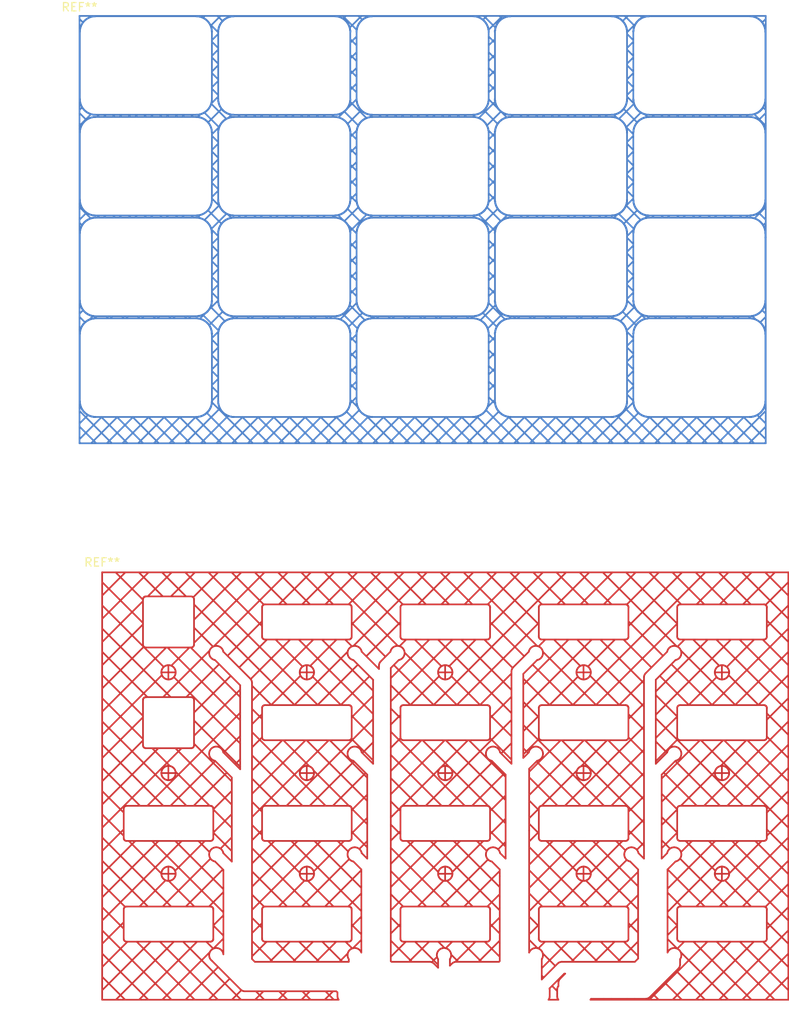
<source format=kicad_pcb>
(kicad_pcb (version 20171130) (host pcbnew "(5.1.0)-1")

  (general
    (thickness 1.6)
    (drawings 0)
    (tracks 0)
    (zones 0)
    (modules 2)
    (nets 1)
  )

  (page A4)
  (layers
    (0 F.Cu signal)
    (31 B.Cu signal)
    (32 B.Adhes user)
    (33 F.Adhes user)
    (34 B.Paste user)
    (35 F.Paste user)
    (36 B.SilkS user)
    (37 F.SilkS user)
    (38 B.Mask user)
    (39 F.Mask user)
    (40 Dwgs.User user)
    (41 Cmts.User user)
    (42 Eco1.User user)
    (43 Eco2.User user)
    (44 Edge.Cuts user)
    (45 Margin user)
    (46 B.CrtYd user)
    (47 F.CrtYd user)
    (48 B.Fab user)
    (49 F.Fab user)
  )

  (setup
    (last_trace_width 0.25)
    (trace_clearance 0.2)
    (zone_clearance 0.508)
    (zone_45_only no)
    (trace_min 0.2)
    (via_size 0.8)
    (via_drill 0.4)
    (via_min_size 0.4)
    (via_min_drill 0.3)
    (uvia_size 0.3)
    (uvia_drill 0.1)
    (uvias_allowed no)
    (uvia_min_size 0.2)
    (uvia_min_drill 0.1)
    (edge_width 0.05)
    (segment_width 0.2)
    (pcb_text_width 0.3)
    (pcb_text_size 1.5 1.5)
    (mod_edge_width 0.12)
    (mod_text_size 1 1)
    (mod_text_width 0.15)
    (pad_size 1.524 1.524)
    (pad_drill 0.762)
    (pad_to_mask_clearance 0.051)
    (solder_mask_min_width 0.25)
    (aux_axis_origin 0 0)
    (visible_elements FFFFFF7F)
    (pcbplotparams
      (layerselection 0x010fc_ffffffff)
      (usegerberextensions false)
      (usegerberattributes false)
      (usegerberadvancedattributes false)
      (creategerberjobfile false)
      (excludeedgelayer true)
      (linewidth 0.150000)
      (plotframeref false)
      (viasonmask false)
      (mode 1)
      (useauxorigin false)
      (hpglpennumber 1)
      (hpglpenspeed 20)
      (hpglpendiameter 15.000000)
      (psnegative false)
      (psa4output false)
      (plotreference true)
      (plotvalue true)
      (plotinvisibletext false)
      (padsonsilk false)
      (subtractmaskfromsilk false)
      (outputformat 1)
      (mirror false)
      (drillshape 1)
      (scaleselection 1)
      (outputdirectory ""))
  )

  (net 0 "")

  (net_class Default "This is the default net class."
    (clearance 0.2)
    (trace_width 0.25)
    (via_dia 0.8)
    (via_drill 0.4)
    (uvia_dia 0.3)
    (uvia_drill 0.1)
  )

  (module MyLib:PROTEUS_HATCH_TOP (layer F.Cu) (tedit 5B8E7316) (tstamp 5C933D89)
    (at 115.6 102.9)
    (attr virtual)
    (fp_text reference REF** (at 0 -1.2) (layer F.SilkS)
      (effects (font (size 1 1) (thickness 0.15)))
    )
    (fp_text value PROTEUS_HATCH_TOP (at 0 53) (layer F.Fab)
      (effects (font (size 1 1) (thickness 0.15)))
    )
    (fp_line (start 24.39606 35.11566) (end 24.39606 36.71566) (layer F.Cu) (width 0.2))
    (fp_line (start 23.59606 35.91566) (end 25.19606 35.91566) (layer F.Cu) (width 0.2))
    (fp_line (start 73.89606 35.11566) (end 73.89606 36.71566) (layer F.Cu) (width 0.2))
    (fp_line (start 73.09606 35.91566) (end 74.69606 35.91566) (layer F.Cu) (width 0.2))
    (fp_line (start 57.39606 35.11566) (end 57.39606 36.71566) (layer F.Cu) (width 0.2))
    (fp_line (start 56.59606 35.91566) (end 58.19606 35.91566) (layer F.Cu) (width 0.2))
    (fp_line (start 40.89606 35.11566) (end 40.89606 36.71566) (layer F.Cu) (width 0.2))
    (fp_line (start 40.09606 35.91566) (end 41.69606 35.91566) (layer F.Cu) (width 0.2))
    (fp_line (start 7.89606 35.11566) (end 7.89606 36.71566) (layer F.Cu) (width 0.2))
    (fp_line (start 7.09606 35.91566) (end 8.69606 35.91566) (layer F.Cu) (width 0.2))
    (fp_line (start 73.89606 23.11566) (end 73.89606 24.71566) (layer F.Cu) (width 0.2))
    (fp_line (start 73.09606 23.91566) (end 74.69606 23.91566) (layer F.Cu) (width 0.2))
    (fp_line (start 57.39606 23.11566) (end 57.39606 24.71566) (layer F.Cu) (width 0.2))
    (fp_line (start 56.59606 23.91566) (end 58.19606 23.91566) (layer F.Cu) (width 0.2))
    (fp_line (start 40.89606 23.11566) (end 40.89606 24.71566) (layer F.Cu) (width 0.2))
    (fp_line (start 40.09606 23.91566) (end 41.69606 23.91566) (layer F.Cu) (width 0.2))
    (fp_line (start 24.39606 23.11566) (end 24.39606 24.71566) (layer F.Cu) (width 0.2))
    (fp_line (start 23.59606 23.91566) (end 25.19606 23.91566) (layer F.Cu) (width 0.2))
    (fp_line (start 7.89606 23.11566) (end 7.89606 24.71566) (layer F.Cu) (width 0.2))
    (fp_line (start 7.09606 23.91566) (end 8.69606 23.91566) (layer F.Cu) (width 0.2))
    (fp_line (start 73.89606 11.11566) (end 73.89606 12.71566) (layer F.Cu) (width 0.2))
    (fp_line (start 73.09606 11.91566) (end 74.69606 11.91566) (layer F.Cu) (width 0.2))
    (fp_line (start 57.39606 11.11566) (end 57.39606 12.71566) (layer F.Cu) (width 0.2))
    (fp_line (start 56.59606 11.91566) (end 58.19606 11.91566) (layer F.Cu) (width 0.2))
    (fp_line (start 40.89606 11.11566) (end 40.89606 12.71566) (layer F.Cu) (width 0.2))
    (fp_line (start 40.09606 11.91566) (end 41.69606 11.91566) (layer F.Cu) (width 0.2))
    (fp_line (start 24.39606 11.11566) (end 24.39606 12.71566) (layer F.Cu) (width 0.2))
    (fp_line (start 23.59606 11.91566) (end 25.19606 11.91566) (layer F.Cu) (width 0.2))
    (fp_line (start 7.09606 11.91566) (end 8.69606 11.91566) (layer F.Cu) (width 0.2))
    (fp_line (start 7.89606 11.11566) (end 7.89606 12.71566) (layer F.Cu) (width 0.2))
    (fp_line (start 58.1406 36.35502) (end 58.1025 36.4109) (layer F.Cu) (width 0.2))
    (fp_line (start 58.1025 36.4109) (end 58.06186 36.46424) (layer F.Cu) (width 0.2))
    (fp_line (start 58.20156 36.23564) (end 58.17108 36.2966) (layer F.Cu) (width 0.2))
    (fp_line (start 58.22442 36.17468) (end 58.20156 36.23564) (layer F.Cu) (width 0.2))
    (fp_line (start 58.17108 36.2966) (end 58.1406 36.35502) (layer F.Cu) (width 0.2))
    (fp_line (start 40.06088 35.84194) (end 40.0685 35.7759) (layer F.Cu) (width 0.2))
    (fp_line (start 40.46474 36.63696) (end 40.40886 36.6014) (layer F.Cu) (width 0.2))
    (fp_line (start 40.12184 36.23564) (end 40.09898 36.17468) (layer F.Cu) (width 0.2))
    (fp_line (start 40.91178 36.76396) (end 40.8432 36.76142) (layer F.Cu) (width 0.2))
    (fp_line (start 40.09898 36.17468) (end 40.0812 36.10864) (layer F.Cu) (width 0.2))
    (fp_line (start 41.17594 35.09772) (end 41.23944 35.12058) (layer F.Cu) (width 0.2))
    (fp_line (start 40.46474 35.18154) (end 40.52316 35.14852) (layer F.Cu) (width 0.2))
    (fp_line (start 40.0812 35.70986) (end 40.09898 35.64636) (layer F.Cu) (width 0.2))
    (fp_line (start 40.35552 36.55822) (end 40.30726 36.51504) (layer F.Cu) (width 0.2))
    (fp_line (start 40.64762 36.72332) (end 40.58412 36.69792) (layer F.Cu) (width 0.2))
    (fp_line (start 40.71112 36.7411) (end 40.64762 36.72332) (layer F.Cu) (width 0.2))
    (fp_line (start 40.52316 35.14852) (end 40.58412 35.12058) (layer F.Cu) (width 0.2))
    (fp_line (start 40.2209 35.4076) (end 40.26154 35.35426) (layer F.Cu) (width 0.2))
    (fp_line (start 40.0685 35.7759) (end 40.0812 35.70986) (layer F.Cu) (width 0.2))
    (fp_line (start 40.58412 36.69792) (end 40.52316 36.66998) (layer F.Cu) (width 0.2))
    (fp_line (start 40.52316 36.66998) (end 40.46474 36.63696) (layer F.Cu) (width 0.2))
    (fp_line (start 40.1828 36.35502) (end 40.14978 36.2966) (layer F.Cu) (width 0.2))
    (fp_line (start 58.2422 36.10864) (end 58.22442 36.17468) (layer F.Cu) (width 0.2))
    (fp_line (start 41.1099 35.07994) (end 41.17594 35.09772) (layer F.Cu) (width 0.2))
    (fp_line (start 40.0812 36.10864) (end 40.0685 36.0426) (layer F.Cu) (width 0.2))
    (fp_line (start 58.2549 36.0426) (end 58.2422 36.10864) (layer F.Cu) (width 0.2))
    (fp_line (start 41.76522 35.91052) (end 41.76268 35.97656) (layer F.Cu) (width 0.2))
    (fp_line (start 40.26154 36.46424) (end 40.2209 36.4109) (layer F.Cu) (width 0.2))
    (fp_line (start 41.74236 35.70986) (end 41.75506 35.7759) (layer F.Cu) (width 0.2))
    (fp_line (start 41.4655 35.26028) (end 41.5163 35.306) (layer F.Cu) (width 0.2))
    (fp_line (start 40.06088 35.97656) (end 40.05834 35.91052) (layer F.Cu) (width 0.2))
    (fp_line (start 41.04386 35.06724) (end 41.1099 35.07994) (layer F.Cu) (width 0.2))
    (fp_line (start 40.2209 36.4109) (end 40.1828 36.35502) (layer F.Cu) (width 0.2))
    (fp_line (start 40.30726 36.51504) (end 40.26154 36.46424) (layer F.Cu) (width 0.2))
    (fp_line (start 40.71112 35.07994) (end 40.77716 35.06724) (layer F.Cu) (width 0.2))
    (fp_line (start 40.64762 35.09772) (end 40.71112 35.07994) (layer F.Cu) (width 0.2))
    (fp_line (start 40.0685 36.0426) (end 40.06088 35.97656) (layer F.Cu) (width 0.2))
    (fp_line (start 41.35882 35.18154) (end 41.41216 35.21964) (layer F.Cu) (width 0.2))
    (fp_line (start 41.75506 35.7759) (end 41.76268 35.84194) (layer F.Cu) (width 0.2))
    (fp_line (start 40.97782 35.05708) (end 41.04386 35.06724) (layer F.Cu) (width 0.2))
    (fp_line (start 41.69918 35.58286) (end 41.72458 35.64636) (layer F.Cu) (width 0.2))
    (fp_line (start 40.40886 36.6014) (end 40.35552 36.55822) (layer F.Cu) (width 0.2))
    (fp_line (start 41.60266 35.4076) (end 41.64076 35.46348) (layer F.Cu) (width 0.2))
    (fp_line (start 40.8432 35.05708) (end 40.91178 35.05454) (layer F.Cu) (width 0.2))
    (fp_line (start 40.35552 35.26028) (end 40.40886 35.21964) (layer F.Cu) (width 0.2))
    (fp_line (start 40.1828 35.46348) (end 40.2209 35.4076) (layer F.Cu) (width 0.2))
    (fp_line (start 40.91178 35.05454) (end 40.97782 35.05708) (layer F.Cu) (width 0.2))
    (fp_line (start 58.26252 35.97656) (end 58.2549 36.0426) (layer F.Cu) (width 0.2))
    (fp_line (start 41.76268 35.84194) (end 41.76522 35.91052) (layer F.Cu) (width 0.2))
    (fp_line (start 41.72458 35.64636) (end 41.74236 35.70986) (layer F.Cu) (width 0.2))
    (fp_line (start 41.64076 35.46348) (end 41.67124 35.5219) (layer F.Cu) (width 0.2))
    (fp_line (start 40.40886 35.21964) (end 40.46474 35.18154) (layer F.Cu) (width 0.2))
    (fp_line (start 40.77716 36.7538) (end 40.71112 36.7411) (layer F.Cu) (width 0.2))
    (fp_line (start 40.30726 35.306) (end 40.35552 35.26028) (layer F.Cu) (width 0.2))
    (fp_line (start 40.12184 35.58286) (end 40.14978 35.5219) (layer F.Cu) (width 0.2))
    (fp_line (start 40.09898 35.64636) (end 40.12184 35.58286) (layer F.Cu) (width 0.2))
    (fp_line (start 40.14978 36.2966) (end 40.12184 36.23564) (layer F.Cu) (width 0.2))
    (fp_line (start 41.67124 35.5219) (end 41.69918 35.58286) (layer F.Cu) (width 0.2))
    (fp_line (start 41.56202 35.35426) (end 41.60266 35.4076) (layer F.Cu) (width 0.2))
    (fp_line (start 41.29786 35.14852) (end 41.35882 35.18154) (layer F.Cu) (width 0.2))
    (fp_line (start 40.58412 35.12058) (end 40.64762 35.09772) (layer F.Cu) (width 0.2))
    (fp_line (start 40.8432 36.76142) (end 40.77716 36.7538) (layer F.Cu) (width 0.2))
    (fp_line (start 41.5163 35.306) (end 41.56202 35.35426) (layer F.Cu) (width 0.2))
    (fp_line (start 40.14978 35.5219) (end 40.1828 35.46348) (layer F.Cu) (width 0.2))
    (fp_line (start 41.41216 35.21964) (end 41.4655 35.26028) (layer F.Cu) (width 0.2))
    (fp_line (start 41.23944 35.12058) (end 41.29786 35.14852) (layer F.Cu) (width 0.2))
    (fp_line (start 40.77716 35.06724) (end 40.8432 35.05708) (layer F.Cu) (width 0.2))
    (fp_line (start 40.26154 35.35426) (end 40.30726 35.306) (layer F.Cu) (width 0.2))
    (fp_line (start 40.05834 35.91052) (end 40.06088 35.84194) (layer F.Cu) (width 0.2))
    (fp_line (start 41.1099 36.7411) (end 41.04386 36.7538) (layer F.Cu) (width 0.2))
    (fp_line (start 25.22474 35.64636) (end 25.24252 35.70986) (layer F.Cu) (width 0.2))
    (fp_line (start 41.17594 36.72332) (end 41.1099 36.7411) (layer F.Cu) (width 0.2))
    (fp_line (start 23.80742 35.306) (end 23.85568 35.26028) (layer F.Cu) (width 0.2))
    (fp_line (start 41.23944 36.69792) (end 41.17594 36.72332) (layer F.Cu) (width 0.2))
    (fp_line (start 41.4655 36.55822) (end 41.41216 36.6014) (layer F.Cu) (width 0.2))
    (fp_line (start 41.76268 35.97656) (end 41.75506 36.0426) (layer F.Cu) (width 0.2))
    (fp_line (start 24.54402 35.06724) (end 24.61006 35.07994) (layer F.Cu) (width 0.2))
    (fp_line (start 23.68296 35.46348) (end 23.72106 35.4076) (layer F.Cu) (width 0.2))
    (fp_line (start 23.56866 35.7759) (end 23.58136 35.70986) (layer F.Cu) (width 0.2))
    (fp_line (start 23.7617 35.35426) (end 23.80742 35.306) (layer F.Cu) (width 0.2))
    (fp_line (start 41.29786 36.66998) (end 41.23944 36.69792) (layer F.Cu) (width 0.2))
    (fp_line (start 23.9649 35.18154) (end 24.02332 35.14852) (layer F.Cu) (width 0.2))
    (fp_line (start 23.85568 35.26028) (end 23.90902 35.21964) (layer F.Cu) (width 0.2))
    (fp_line (start 41.35882 36.63696) (end 41.29786 36.66998) (layer F.Cu) (width 0.2))
    (fp_line (start 24.73706 35.12058) (end 24.79802 35.14852) (layer F.Cu) (width 0.2))
    (fp_line (start 41.41216 36.6014) (end 41.35882 36.63696) (layer F.Cu) (width 0.2))
    (fp_line (start 41.67124 36.2966) (end 41.64076 36.35502) (layer F.Cu) (width 0.2))
    (fp_line (start 25.26284 35.84194) (end 25.26538 35.91052) (layer F.Cu) (width 0.2))
    (fp_line (start 25.10282 35.4076) (end 25.13838 35.46348) (layer F.Cu) (width 0.2))
    (fp_line (start 25.05964 35.35426) (end 25.10282 35.4076) (layer F.Cu) (width 0.2))
    (fp_line (start 24.08428 35.12058) (end 24.14778 35.09772) (layer F.Cu) (width 0.2))
    (fp_line (start 24.47798 35.05708) (end 24.54402 35.06724) (layer F.Cu) (width 0.2))
    (fp_line (start 23.622 35.58286) (end 23.64994 35.5219) (layer F.Cu) (width 0.2))
    (fp_line (start 24.27732 35.06724) (end 24.34336 35.05708) (layer F.Cu) (width 0.2))
    (fp_line (start 23.72106 35.4076) (end 23.7617 35.35426) (layer F.Cu) (width 0.2))
    (fp_line (start 24.21128 35.07994) (end 24.27732 35.06724) (layer F.Cu) (width 0.2))
    (fp_line (start 23.55596 35.91052) (end 23.56104 35.84194) (layer F.Cu) (width 0.2))
    (fp_line (start 23.58136 35.70986) (end 23.59914 35.64636) (layer F.Cu) (width 0.2))
    (fp_line (start 41.72458 36.17468) (end 41.69918 36.23564) (layer F.Cu) (width 0.2))
    (fp_line (start 24.91232 35.21964) (end 24.96566 35.26028) (layer F.Cu) (width 0.2))
    (fp_line (start 23.56104 35.97656) (end 23.55596 35.91052) (layer F.Cu) (width 0.2))
    (fp_line (start 24.79802 35.14852) (end 24.85644 35.18154) (layer F.Cu) (width 0.2))
    (fp_line (start 41.5163 36.51504) (end 41.4655 36.55822) (layer F.Cu) (width 0.2))
    (fp_line (start 41.56202 36.46424) (end 41.5163 36.51504) (layer F.Cu) (width 0.2))
    (fp_line (start 25.26538 35.91052) (end 25.26284 35.97656) (layer F.Cu) (width 0.2))
    (fp_line (start 25.25522 35.7759) (end 25.26284 35.84194) (layer F.Cu) (width 0.2))
    (fp_line (start 25.19934 35.58286) (end 25.22474 35.64636) (layer F.Cu) (width 0.2))
    (fp_line (start 23.58136 36.10864) (end 23.56866 36.0426) (layer F.Cu) (width 0.2))
    (fp_line (start 24.85644 35.18154) (end 24.91232 35.21964) (layer F.Cu) (width 0.2))
    (fp_line (start 25.01646 35.306) (end 25.05964 35.35426) (layer F.Cu) (width 0.2))
    (fp_line (start 24.02332 35.14852) (end 24.08428 35.12058) (layer F.Cu) (width 0.2))
    (fp_line (start 23.56866 36.0426) (end 23.56104 35.97656) (layer F.Cu) (width 0.2))
    (fp_line (start 24.6761 35.09772) (end 24.73706 35.12058) (layer F.Cu) (width 0.2))
    (fp_line (start 25.13838 35.46348) (end 25.1714 35.5219) (layer F.Cu) (width 0.2))
    (fp_line (start 41.60266 36.4109) (end 41.56202 36.46424) (layer F.Cu) (width 0.2))
    (fp_line (start 25.1714 35.5219) (end 25.19934 35.58286) (layer F.Cu) (width 0.2))
    (fp_line (start 23.56104 35.84194) (end 23.56866 35.7759) (layer F.Cu) (width 0.2))
    (fp_line (start 25.24252 35.70986) (end 25.25522 35.7759) (layer F.Cu) (width 0.2))
    (fp_line (start 24.96566 35.26028) (end 25.01646 35.306) (layer F.Cu) (width 0.2))
    (fp_line (start 24.61006 35.07994) (end 24.6761 35.09772) (layer F.Cu) (width 0.2))
    (fp_line (start 24.41194 35.05454) (end 24.47798 35.05708) (layer F.Cu) (width 0.2))
    (fp_line (start 24.34336 35.05708) (end 24.41194 35.05454) (layer F.Cu) (width 0.2))
    (fp_line (start 23.90902 35.21964) (end 23.9649 35.18154) (layer F.Cu) (width 0.2))
    (fp_line (start 41.64076 36.35502) (end 41.60266 36.4109) (layer F.Cu) (width 0.2))
    (fp_line (start 41.74236 36.10864) (end 41.72458 36.17468) (layer F.Cu) (width 0.2))
    (fp_line (start 41.69918 36.23564) (end 41.67124 36.2966) (layer F.Cu) (width 0.2))
    (fp_line (start 23.64994 35.5219) (end 23.68296 35.46348) (layer F.Cu) (width 0.2))
    (fp_line (start 24.14778 35.09772) (end 24.21128 35.07994) (layer F.Cu) (width 0.2))
    (fp_line (start 23.59914 36.17468) (end 23.58136 36.10864) (layer F.Cu) (width 0.2))
    (fp_line (start 41.75506 36.0426) (end 41.74236 36.10864) (layer F.Cu) (width 0.2))
    (fp_line (start 23.59914 35.64636) (end 23.622 35.58286) (layer F.Cu) (width 0.2))
    (fp_line (start 40.97782 36.76142) (end 40.91178 36.76396) (layer F.Cu) (width 0.2))
    (fp_line (start 41.04386 36.7538) (end 40.97782 36.76142) (layer F.Cu) (width 0.2))
    (fp_line (start 57.96534 35.26028) (end 58.01614 35.306) (layer F.Cu) (width 0.2))
    (fp_line (start 57.47766 35.05708) (end 57.5437 35.06724) (layer F.Cu) (width 0.2))
    (fp_line (start 56.76138 35.35426) (end 56.8071 35.306) (layer F.Cu) (width 0.2))
    (fp_line (start 56.68264 36.35502) (end 56.64962 36.2966) (layer F.Cu) (width 0.2))
    (fp_line (start 56.96458 36.63696) (end 56.9087 36.6014) (layer F.Cu) (width 0.2))
    (fp_line (start 56.9087 35.21964) (end 56.96458 35.18154) (layer F.Cu) (width 0.2))
    (fp_line (start 57.47766 36.76142) (end 57.41162 36.76396) (layer F.Cu) (width 0.2))
    (fp_line (start 56.64962 35.5219) (end 56.68264 35.46348) (layer F.Cu) (width 0.2))
    (fp_line (start 57.34558 36.76142) (end 57.277 36.7538) (layer F.Cu) (width 0.2))
    (fp_line (start 56.56072 35.84194) (end 56.56834 35.7759) (layer F.Cu) (width 0.2))
    (fp_line (start 56.72074 35.4076) (end 56.76138 35.35426) (layer F.Cu) (width 0.2))
    (fp_line (start 56.8071 35.306) (end 56.85536 35.26028) (layer F.Cu) (width 0.2))
    (fp_line (start 57.91454 36.6014) (end 57.85866 36.63696) (layer F.Cu) (width 0.2))
    (fp_line (start 56.64962 36.2966) (end 56.62168 36.23564) (layer F.Cu) (width 0.2))
    (fp_line (start 58.01614 36.51504) (end 57.96534 36.55822) (layer F.Cu) (width 0.2))
    (fp_line (start 57.67578 35.09772) (end 57.73928 35.12058) (layer F.Cu) (width 0.2))
    (fp_line (start 57.91454 35.21964) (end 57.96534 35.26028) (layer F.Cu) (width 0.2))
    (fp_line (start 57.85866 35.18154) (end 57.91454 35.21964) (layer F.Cu) (width 0.2))
    (fp_line (start 57.41162 35.05454) (end 57.47766 35.05708) (layer F.Cu) (width 0.2))
    (fp_line (start 57.21096 35.07994) (end 57.277 35.06724) (layer F.Cu) (width 0.2))
    (fp_line (start 57.023 35.14852) (end 57.08396 35.12058) (layer F.Cu) (width 0.2))
    (fp_line (start 57.60974 36.7411) (end 57.5437 36.7538) (layer F.Cu) (width 0.2))
    (fp_line (start 56.72074 36.4109) (end 56.68264 36.35502) (layer F.Cu) (width 0.2))
    (fp_line (start 56.59882 35.64636) (end 56.62168 35.58286) (layer F.Cu) (width 0.2))
    (fp_line (start 56.85536 36.55822) (end 56.8071 36.51504) (layer F.Cu) (width 0.2))
    (fp_line (start 56.68264 35.46348) (end 56.72074 35.4076) (layer F.Cu) (width 0.2))
    (fp_line (start 57.14746 35.09772) (end 57.21096 35.07994) (layer F.Cu) (width 0.2))
    (fp_line (start 56.56072 35.97656) (end 56.55818 35.91052) (layer F.Cu) (width 0.2))
    (fp_line (start 56.56834 35.7759) (end 56.58104 35.70986) (layer F.Cu) (width 0.2))
    (fp_line (start 57.85866 36.63696) (end 57.80024 36.66998) (layer F.Cu) (width 0.2))
    (fp_line (start 56.56834 36.0426) (end 56.56072 35.97656) (layer F.Cu) (width 0.2))
    (fp_line (start 57.80024 36.66998) (end 57.73928 36.69792) (layer F.Cu) (width 0.2))
    (fp_line (start 57.73928 35.12058) (end 57.80024 35.14852) (layer F.Cu) (width 0.2))
    (fp_line (start 57.80024 35.14852) (end 57.85866 35.18154) (layer F.Cu) (width 0.2))
    (fp_line (start 57.96534 36.55822) (end 57.91454 36.6014) (layer F.Cu) (width 0.2))
    (fp_line (start 57.60974 35.07994) (end 57.67578 35.09772) (layer F.Cu) (width 0.2))
    (fp_line (start 57.08396 36.69792) (end 57.023 36.66998) (layer F.Cu) (width 0.2))
    (fp_line (start 57.5437 35.06724) (end 57.60974 35.07994) (layer F.Cu) (width 0.2))
    (fp_line (start 56.59882 36.17468) (end 56.58104 36.10864) (layer F.Cu) (width 0.2))
    (fp_line (start 56.9087 36.6014) (end 56.85536 36.55822) (layer F.Cu) (width 0.2))
    (fp_line (start 56.96458 35.18154) (end 57.023 35.14852) (layer F.Cu) (width 0.2))
    (fp_line (start 57.67578 36.72332) (end 57.60974 36.7411) (layer F.Cu) (width 0.2))
    (fp_line (start 56.58104 36.10864) (end 56.56834 36.0426) (layer F.Cu) (width 0.2))
    (fp_line (start 57.73928 36.69792) (end 57.67578 36.72332) (layer F.Cu) (width 0.2))
    (fp_line (start 57.5437 36.7538) (end 57.47766 36.76142) (layer F.Cu) (width 0.2))
    (fp_line (start 57.023 36.66998) (end 56.96458 36.63696) (layer F.Cu) (width 0.2))
    (fp_line (start 57.34558 35.05708) (end 57.41162 35.05454) (layer F.Cu) (width 0.2))
    (fp_line (start 56.55818 35.91052) (end 56.56072 35.84194) (layer F.Cu) (width 0.2))
    (fp_line (start 57.14746 36.72332) (end 57.08396 36.69792) (layer F.Cu) (width 0.2))
    (fp_line (start 57.21096 36.7411) (end 57.14746 36.72332) (layer F.Cu) (width 0.2))
    (fp_line (start 57.277 36.7538) (end 57.21096 36.7411) (layer F.Cu) (width 0.2))
    (fp_line (start 58.06186 36.46424) (end 58.01614 36.51504) (layer F.Cu) (width 0.2))
    (fp_line (start 57.277 35.06724) (end 57.34558 35.05708) (layer F.Cu) (width 0.2))
    (fp_line (start 56.85536 35.26028) (end 56.9087 35.21964) (layer F.Cu) (width 0.2))
    (fp_line (start 56.76138 36.46424) (end 56.72074 36.4109) (layer F.Cu) (width 0.2))
    (fp_line (start 57.08396 35.12058) (end 57.14746 35.09772) (layer F.Cu) (width 0.2))
    (fp_line (start 56.62168 35.58286) (end 56.64962 35.5219) (layer F.Cu) (width 0.2))
    (fp_line (start 56.8071 36.51504) (end 56.76138 36.46424) (layer F.Cu) (width 0.2))
    (fp_line (start 57.41162 36.76396) (end 57.34558 36.76142) (layer F.Cu) (width 0.2))
    (fp_line (start 56.62168 36.23564) (end 56.59882 36.17468) (layer F.Cu) (width 0.2))
    (fp_line (start 58.1025 35.4076) (end 58.1406 35.46348) (layer F.Cu) (width 0.2))
    (fp_line (start 56.58104 35.70986) (end 56.59882 35.64636) (layer F.Cu) (width 0.2))
    (fp_line (start 58.06186 35.35426) (end 58.1025 35.4076) (layer F.Cu) (width 0.2))
    (fp_line (start 58.01614 35.306) (end 58.06186 35.35426) (layer F.Cu) (width 0.2))
    (fp_line (start 52.42814 46.07306) (end 52.42306 46.08068) (layer F.Cu) (width 0.2))
    (fp_line (start 52.451 46.02988) (end 52.42814 46.07306) (layer F.Cu) (width 0.2))
    (fp_line (start 52.53736 45.82922) (end 52.50688 45.91812) (layer F.Cu) (width 0.2))
    (fp_line (start 52.50688 45.91812) (end 52.451 46.02988) (layer F.Cu) (width 0.2))
    (fp_line (start 52.42306 46.08068) (end 52.41544 46.14418) (layer F.Cu) (width 0.2))
    (fp_line (start 52.55768 21.7043) (end 52.53736 21.82876) (layer F.Cu) (width 0.2))
    (fp_line (start 50.9143 21.30044) (end 50.97018 21.18868) (layer F.Cu) (width 0.2))
    (fp_line (start 52.55768 45.70476) (end 52.53736 45.82922) (layer F.Cu) (width 0.2))
    (fp_line (start 52.50688 21.91766) (end 52.451 22.03196) (layer F.Cu) (width 0.2))
    (fp_line (start 52.53736 45.39234) (end 52.55768 45.51426) (layer F.Cu) (width 0.2))
    (fp_line (start 51.75758 44.75734) (end 51.88204 44.77512) (layer F.Cu) (width 0.2))
    (fp_line (start 52.34178 21.03628) (end 52.40274 21.1074) (layer F.Cu) (width 0.2))
    (fp_line (start 51.3588 20.83308) (end 51.4477 20.79752) (layer F.Cu) (width 0.2))
    (fp_line (start 52.5653 45.61078) (end 52.55768 45.70476) (layer F.Cu) (width 0.2))
    (fp_line (start 50.9143 30.76448) (end 50.9143 45.3009) (layer F.Cu) (width 0.2))
    (fp_line (start 52.34178 22.18436) (end 52.25034 22.27072) (layer F.Cu) (width 0.2))
    (fp_line (start 52.55768 45.51426) (end 52.5653 45.61078) (layer F.Cu) (width 0.2))
    (fp_line (start 52.451 45.18914) (end 52.50688 45.3009) (layer F.Cu) (width 0.2))
    (fp_line (start 52.25034 44.94784) (end 52.34178 45.03674) (layer F.Cu) (width 0.2))
    (fp_line (start 52.06238 44.83354) (end 52.17414 44.89196) (layer F.Cu) (width 0.2))
    (fp_line (start 50.9143 45.3009) (end 50.97018 45.18914) (layer F.Cu) (width 0.2))
    (fp_line (start 51.6636 44.75734) (end 51.75758 44.75734) (layer F.Cu) (width 0.2))
    (fp_line (start 51.53914 44.77512) (end 51.6636 44.75734) (layer F.Cu) (width 0.2))
    (fp_line (start 51.4477 44.79798) (end 51.53914 44.77512) (layer F.Cu) (width 0.2))
    (fp_line (start 51.24958 20.8915) (end 51.3588 20.83308) (layer F.Cu) (width 0.2))
    (fp_line (start 51.3588 44.83354) (end 51.4477 44.79798) (layer F.Cu) (width 0.2))
    (fp_line (start 51.24958 44.89196) (end 51.3588 44.83354) (layer F.Cu) (width 0.2))
    (fp_line (start 51.08194 45.03674) (end 51.17084 44.94784) (layer F.Cu) (width 0.2))
    (fp_line (start 51.02098 45.10786) (end 51.08194 45.03674) (layer F.Cu) (width 0.2))
    (fp_line (start 52.06238 22.38502) (end 51.97602 22.42312) (layer F.Cu) (width 0.2))
    (fp_line (start 52.5653 21.61032) (end 52.55768 21.7043) (layer F.Cu) (width 0.2))
    (fp_line (start 52.25034 22.27072) (end 52.17414 22.3266) (layer F.Cu) (width 0.2))
    (fp_line (start 52.50688 21.30044) (end 52.53736 21.39188) (layer F.Cu) (width 0.2))
    (fp_line (start 51.88204 20.77466) (end 51.97602 20.79752) (layer F.Cu) (width 0.2))
    (fp_line (start 51.17084 20.94738) (end 51.24958 20.8915) (layer F.Cu) (width 0.2))
    (fp_line (start 50.8762 21.4503) (end 50.88636 21.39188) (layer F.Cu) (width 0.2))
    (fp_line (start 50.88636 21.39188) (end 50.9143 21.30044) (layer F.Cu) (width 0.2))
    (fp_line (start 51.6636 20.75688) (end 51.75758 20.75688) (layer F.Cu) (width 0.2))
    (fp_line (start 52.53736 21.82876) (end 52.50688 21.91766) (layer F.Cu) (width 0.2))
    (fp_line (start 51.08194 21.03628) (end 51.17084 20.94738) (layer F.Cu) (width 0.2))
    (fp_line (start 52.53736 21.39188) (end 52.55768 21.51634) (layer F.Cu) (width 0.2))
    (fp_line (start 51.88204 22.44344) (end 51.87442 22.44598) (layer F.Cu) (width 0.2))
    (fp_line (start 52.40274 21.1074) (end 52.451 21.18868) (layer F.Cu) (width 0.2))
    (fp_line (start 50.97018 21.18868) (end 51.02098 21.1074) (layer F.Cu) (width 0.2))
    (fp_line (start 52.17414 20.8915) (end 52.25034 20.94738) (layer F.Cu) (width 0.2))
    (fp_line (start 51.86934 22.44598) (end 50.9143 23.40102) (layer F.Cu) (width 0.2))
    (fp_line (start 51.02098 21.1074) (end 51.08194 21.03628) (layer F.Cu) (width 0.2))
    (fp_line (start 52.50688 45.3009) (end 52.53736 45.39234) (layer F.Cu) (width 0.2))
    (fp_line (start 52.40274 45.10786) (end 52.451 45.18914) (layer F.Cu) (width 0.2))
    (fp_line (start 50.9143 23.40102) (end 50.9143 30.76448) (layer F.Cu) (width 0.2))
    (fp_line (start 51.87442 22.44598) (end 51.86934 22.44598) (layer F.Cu) (width 0.2))
    (fp_line (start 52.451 21.18868) (end 52.50688 21.30044) (layer F.Cu) (width 0.2))
    (fp_line (start 52.40274 22.1107) (end 52.34178 22.18436) (layer F.Cu) (width 0.2))
    (fp_line (start 52.25034 20.94738) (end 52.34178 21.03628) (layer F.Cu) (width 0.2))
    (fp_line (start 52.17414 22.3266) (end 52.06238 22.38502) (layer F.Cu) (width 0.2))
    (fp_line (start 52.55768 21.51634) (end 52.5653 21.61032) (layer F.Cu) (width 0.2))
    (fp_line (start 52.34178 45.03674) (end 52.40274 45.10786) (layer F.Cu) (width 0.2))
    (fp_line (start 51.97602 44.79798) (end 52.06238 44.83354) (layer F.Cu) (width 0.2))
    (fp_line (start 50.97018 45.18914) (end 51.02098 45.10786) (layer F.Cu) (width 0.2))
    (fp_line (start 52.06238 20.83308) (end 52.17414 20.8915) (layer F.Cu) (width 0.2))
    (fp_line (start 51.53914 20.77466) (end 51.6636 20.75688) (layer F.Cu) (width 0.2))
    (fp_line (start 52.451 22.03196) (end 52.40274 22.1107) (layer F.Cu) (width 0.2))
    (fp_line (start 51.97602 20.79752) (end 52.06238 20.83308) (layer F.Cu) (width 0.2))
    (fp_line (start 52.17414 44.89196) (end 52.25034 44.94784) (layer F.Cu) (width 0.2))
    (fp_line (start 51.75758 20.75688) (end 51.88204 20.77466) (layer F.Cu) (width 0.2))
    (fp_line (start 51.88204 44.77512) (end 51.97602 44.79798) (layer F.Cu) (width 0.2))
    (fp_line (start 51.4477 20.79752) (end 51.53914 20.77466) (layer F.Cu) (width 0.2))
    (fp_line (start 51.17084 44.94784) (end 51.24958 44.89196) (layer F.Cu) (width 0.2))
    (fp_line (start 51.97602 22.42312) (end 51.88204 22.44344) (layer F.Cu) (width 0.2))
    (fp_line (start 51.3588 8.83412) (end 51.4477 8.79856) (layer F.Cu) (width 0.2))
    (fp_line (start 47.27194 21.0693) (end 47.32782 21.14804) (layer F.Cu) (width 0.2))
    (fp_line (start 46.3931 20.78482) (end 46.51756 20.76196) (layer F.Cu) (width 0.2))
    (fp_line (start 50.2158 22.10816) (end 50.8762 21.4503) (layer F.Cu) (width 0.2))
    (fp_line (start 46.61154 20.75688) (end 46.70552 20.76196) (layer F.Cu) (width 0.2))
    (fp_line (start 50.2158 12.10056) (end 50.2158 22.10816) (layer F.Cu) (width 0.2))
    (fp_line (start 47.38624 21.25726) (end 47.42434 21.34616) (layer F.Cu) (width 0.2))
    (fp_line (start 51.86934 10.44702) (end 50.2158 12.10056) (layer F.Cu) (width 0.2))
    (fp_line (start 48.94072 11.39698) (end 49.01438 11.31316) (layer F.Cu) (width 0.2))
    (fp_line (start 52.50688 9.9187) (end 52.451 10.03046) (layer F.Cu) (width 0.2))
    (fp_line (start 51.87442 10.44448) (end 51.86934 10.44702) (layer F.Cu) (width 0.2))
    (fp_line (start 51.88204 10.44448) (end 51.87442 10.44448) (layer F.Cu) (width 0.2))
    (fp_line (start 52.17414 10.32764) (end 52.06238 10.38606) (layer F.Cu) (width 0.2))
    (fp_line (start 51.97602 10.42162) (end 51.88204 10.44448) (layer F.Cu) (width 0.2))
    (fp_line (start 47.03318 20.86864) (end 47.11446 20.91944) (layer F.Cu) (width 0.2))
    (fp_line (start 52.25034 10.27176) (end 52.17414 10.32764) (layer F.Cu) (width 0.2))
    (fp_line (start 52.40274 10.11174) (end 52.34178 10.18286) (layer F.Cu) (width 0.2))
    (fp_line (start 52.53736 9.82726) (end 52.50688 9.9187) (layer F.Cu) (width 0.2))
    (fp_line (start 51.97602 8.79856) (end 52.06238 8.83412) (layer F.Cu) (width 0.2))
    (fp_line (start 52.55768 9.70534) (end 52.53736 9.82726) (layer F.Cu) (width 0.2))
    (fp_line (start 52.5653 9.60882) (end 52.55768 9.70534) (layer F.Cu) (width 0.2))
    (fp_line (start 51.24958 8.89254) (end 51.3588 8.83412) (layer F.Cu) (width 0.2))
    (fp_line (start 48.8061 11.811) (end 48.81626 11.69924) (layer F.Cu) (width 0.2))
    (fp_line (start 52.53736 9.39038) (end 52.55768 9.51484) (layer F.Cu) (width 0.2))
    (fp_line (start 51.88204 8.7757) (end 51.97602 8.79856) (layer F.Cu) (width 0.2))
    (fp_line (start 48.84166 11.59256) (end 48.88484 11.49096) (layer F.Cu) (width 0.2))
    (fp_line (start 47.18558 20.9804) (end 47.27194 21.0693) (layer F.Cu) (width 0.2))
    (fp_line (start 52.50688 9.30148) (end 52.53736 9.39038) (layer F.Cu) (width 0.2))
    (fp_line (start 49.01946 11.30554) (end 50.8762 9.45134) (layer F.Cu) (width 0.2))
    (fp_line (start 47.11446 20.91944) (end 47.18558 20.9804) (layer F.Cu) (width 0.2))
    (fp_line (start 52.451 9.18972) (end 52.50688 9.30148) (layer F.Cu) (width 0.2))
    (fp_line (start 52.25034 8.94842) (end 52.34178 9.03478) (layer F.Cu) (width 0.2))
    (fp_line (start 52.34178 9.03478) (end 52.40274 9.10844) (layer F.Cu) (width 0.2))
    (fp_line (start 46.91888 20.81276) (end 47.03318 20.86864) (layer F.Cu) (width 0.2))
    (fp_line (start 50.88636 9.39038) (end 50.9143 9.30148) (layer F.Cu) (width 0.2))
    (fp_line (start 48.80864 22.8092) (end 48.8061 11.811) (layer F.Cu) (width 0.2))
    (fp_line (start 50.97018 9.18972) (end 51.02098 9.10844) (layer F.Cu) (width 0.2))
    (fp_line (start 47.44466 21.4376) (end 47.4472 21.44522) (layer F.Cu) (width 0.2))
    (fp_line (start 50.8762 9.45134) (end 50.88636 9.39038) (layer F.Cu) (width 0.2))
    (fp_line (start 47.4472 21.4503) (end 48.80864 22.8092) (layer F.Cu) (width 0.2))
    (fp_line (start 47.42434 21.34616) (end 47.44466 21.4376) (layer F.Cu) (width 0.2))
    (fp_line (start 52.17414 8.89254) (end 52.25034 8.94842) (layer F.Cu) (width 0.2))
    (fp_line (start 52.06238 8.83412) (end 52.17414 8.89254) (layer F.Cu) (width 0.2))
    (fp_line (start 48.88484 11.49096) (end 48.94072 11.39698) (layer F.Cu) (width 0.2))
    (fp_line (start 51.4477 8.79856) (end 51.53914 8.7757) (layer F.Cu) (width 0.2))
    (fp_line (start 46.82998 20.78482) (end 46.91888 20.81276) (layer F.Cu) (width 0.2))
    (fp_line (start 49.01438 11.31316) (end 49.01946 11.30554) (layer F.Cu) (width 0.2))
    (fp_line (start 51.6636 8.75792) (end 51.75758 8.75792) (layer F.Cu) (width 0.2))
    (fp_line (start 46.70552 20.76196) (end 46.82998 20.78482) (layer F.Cu) (width 0.2))
    (fp_line (start 52.451 10.03046) (end 52.40274 10.11174) (layer F.Cu) (width 0.2))
    (fp_line (start 50.9143 9.30148) (end 50.97018 9.18972) (layer F.Cu) (width 0.2))
    (fp_line (start 51.02098 9.10844) (end 51.08194 9.03478) (layer F.Cu) (width 0.2))
    (fp_line (start 52.34178 10.18286) (end 52.25034 10.27176) (layer F.Cu) (width 0.2))
    (fp_line (start 52.55768 9.51484) (end 52.5653 9.60882) (layer F.Cu) (width 0.2))
    (fp_line (start 52.40274 9.10844) (end 52.451 9.18972) (layer F.Cu) (width 0.2))
    (fp_line (start 48.81626 11.69924) (end 48.84166 11.59256) (layer F.Cu) (width 0.2))
    (fp_line (start 47.32782 21.14804) (end 47.38624 21.25726) (layer F.Cu) (width 0.2))
    (fp_line (start 47.4472 21.44522) (end 47.4472 21.4503) (layer F.Cu) (width 0.2))
    (fp_line (start 51.08194 9.03478) (end 51.17084 8.94842) (layer F.Cu) (width 0.2))
    (fp_line (start 51.17084 8.94842) (end 51.24958 8.89254) (layer F.Cu) (width 0.2))
    (fp_line (start 46.51756 20.76196) (end 46.61154 20.75688) (layer F.Cu) (width 0.2))
    (fp_line (start 52.06238 10.38606) (end 51.97602 10.42162) (layer F.Cu) (width 0.2))
    (fp_line (start 51.75758 8.75792) (end 51.88204 8.7757) (layer F.Cu) (width 0.2))
    (fp_line (start 51.53914 8.7757) (end 51.6636 8.75792) (layer F.Cu) (width 0.2))
    (fp_line (start 62.44844 33.0708) (end 62.53734 32.97936) (layer F.Cu) (width 0.2))
    (fp_line (start 54.81066 46.4058) (end 54.82082 46.4058) (layer F.Cu) (width 0.2))
    (fp_line (start 62.68974 34.35096) (end 62.60846 34.30016) (layer F.Cu) (width 0.2))
    (fp_line (start 52.41544 46.14418) (end 52.41544 48.51146) (layer F.Cu) (width 0.2))
    (fp_line (start 62.60846 34.30016) (end 62.53734 34.2392) (layer F.Cu) (width 0.2))
    (fp_line (start 67.41668 9.30148) (end 67.47002 9.18972) (layer F.Cu) (width 0.2))
    (fp_line (start 63.94704 33.44672) (end 63.94704 33.4518) (layer F.Cu) (width 0.2))
    (fp_line (start 67.37604 9.45134) (end 67.3862 9.39038) (layer F.Cu) (width 0.2))
    (fp_line (start 62.68974 32.87014) (end 62.80404 32.81426) (layer F.Cu) (width 0.2))
    (fp_line (start 63.52032 46.4058) (end 63.9064 46.01718) (layer F.Cu) (width 0.2))
    (fp_line (start 54.39664 46.54042) (end 54.49062 46.482) (layer F.Cu) (width 0.2))
    (fp_line (start 63.77178 33.0708) (end 63.82766 33.147) (layer F.Cu) (width 0.2))
    (fp_line (start 62.60846 32.9184) (end 62.68974 32.87014) (layer F.Cu) (width 0.2))
    (fp_line (start 62.29858 33.34512) (end 62.33414 33.25876) (layer F.Cu) (width 0.2))
    (fp_line (start 62.29858 33.87344) (end 62.27572 33.782) (layer F.Cu) (width 0.2))
    (fp_line (start 64.81318 12.01166) (end 64.8208 12.00658) (layer F.Cu) (width 0.2))
    (fp_line (start 62.89294 34.43478) (end 62.80404 34.40684) (layer F.Cu) (width 0.2))
    (fp_line (start 64.68364 12.18946) (end 64.74206 12.09548) (layer F.Cu) (width 0.2))
    (fp_line (start 63.88608 33.25876) (end 63.92418 33.34512) (layer F.Cu) (width 0.2))
    (fp_line (start 62.53734 34.2392) (end 62.44844 34.1503) (layer F.Cu) (width 0.2))
    (fp_line (start 62.25794 33.65754) (end 62.25794 33.56356) (layer F.Cu) (width 0.2))
    (fp_line (start 63.0174 32.76346) (end 63.11138 32.75584) (layer F.Cu) (width 0.2))
    (fp_line (start 63.9064 35.39998) (end 62.95136 34.44494) (layer F.Cu) (width 0.2))
    (fp_line (start 62.3951 34.07156) (end 62.33414 33.96234) (layer F.Cu) (width 0.2))
    (fp_line (start 62.27572 33.4391) (end 62.29858 33.34512) (layer F.Cu) (width 0.2))
    (fp_line (start 62.95136 34.44494) (end 62.89294 34.43478) (layer F.Cu) (width 0.2))
    (fp_line (start 63.9064 46.01718) (end 63.9064 35.39998) (layer F.Cu) (width 0.2))
    (fp_line (start 54.70144 46.41342) (end 54.81066 46.4058) (layer F.Cu) (width 0.2))
    (fp_line (start 54.49062 46.482) (end 54.59476 46.44136) (layer F.Cu) (width 0.2))
    (fp_line (start 63.82766 33.147) (end 63.88608 33.25876) (layer F.Cu) (width 0.2))
    (fp_line (start 67.47002 9.18972) (end 67.52082 9.10844) (layer F.Cu) (width 0.2))
    (fp_line (start 63.68542 32.97936) (end 63.77178 33.0708) (layer F.Cu) (width 0.2))
    (fp_line (start 62.27572 33.782) (end 62.25794 33.65754) (layer F.Cu) (width 0.2))
    (fp_line (start 62.89294 32.78378) (end 63.0174 32.76346) (layer F.Cu) (width 0.2))
    (fp_line (start 63.11138 32.75584) (end 63.20536 32.76346) (layer F.Cu) (width 0.2))
    (fp_line (start 64.64046 12.29106) (end 64.68364 12.18946) (layer F.Cu) (width 0.2))
    (fp_line (start 54.82082 46.4058) (end 63.52032 46.4058) (layer F.Cu) (width 0.2))
    (fp_line (start 64.60744 34.10966) (end 64.60744 12.5095) (layer F.Cu) (width 0.2))
    (fp_line (start 62.33414 33.96234) (end 62.29858 33.87344) (layer F.Cu) (width 0.2))
    (fp_line (start 64.61506 12.40028) (end 64.64046 12.29106) (layer F.Cu) (width 0.2))
    (fp_line (start 63.94704 33.4518) (end 64.60744 34.10966) (layer F.Cu) (width 0.2))
    (fp_line (start 67.3862 9.39038) (end 67.41668 9.30148) (layer F.Cu) (width 0.2))
    (fp_line (start 64.8208 12.00658) (end 67.37604 9.45134) (layer F.Cu) (width 0.2))
    (fp_line (start 62.33414 33.25876) (end 62.3951 33.147) (layer F.Cu) (width 0.2))
    (fp_line (start 63.6143 32.9184) (end 63.68542 32.97936) (layer F.Cu) (width 0.2))
    (fp_line (start 63.53302 32.87014) (end 63.6143 32.9184) (layer F.Cu) (width 0.2))
    (fp_line (start 62.3951 33.147) (end 62.44844 33.0708) (layer F.Cu) (width 0.2))
    (fp_line (start 54.31282 46.61154) (end 54.39664 46.54042) (layer F.Cu) (width 0.2))
    (fp_line (start 62.25794 33.56356) (end 62.27572 33.4391) (layer F.Cu) (width 0.2))
    (fp_line (start 62.44844 34.1503) (end 62.3951 34.07156) (layer F.Cu) (width 0.2))
    (fp_line (start 54.59476 46.44136) (end 54.70144 46.41342) (layer F.Cu) (width 0.2))
    (fp_line (start 62.80404 34.40684) (end 62.68974 34.35096) (layer F.Cu) (width 0.2))
    (fp_line (start 67.58178 9.03478) (end 67.67322 8.94842) (layer F.Cu) (width 0.2))
    (fp_line (start 67.52082 9.10844) (end 67.58178 9.03478) (layer F.Cu) (width 0.2))
    (fp_line (start 64.74206 12.09548) (end 64.81318 12.01166) (layer F.Cu) (width 0.2))
    (fp_line (start 63.9445 33.4391) (end 63.94704 33.44672) (layer F.Cu) (width 0.2))
    (fp_line (start 52.41544 48.51146) (end 54.31282 46.61154) (layer F.Cu) (width 0.2))
    (fp_line (start 64.60744 12.5095) (end 64.61506 12.40028) (layer F.Cu) (width 0.2))
    (fp_line (start 63.92418 33.34512) (end 63.9445 33.4391) (layer F.Cu) (width 0.2))
    (fp_line (start 63.41872 32.81426) (end 63.53302 32.87014) (layer F.Cu) (width 0.2))
    (fp_line (start 63.32982 32.78378) (end 63.41872 32.81426) (layer F.Cu) (width 0.2))
    (fp_line (start 63.20536 32.76346) (end 63.32982 32.78378) (layer F.Cu) (width 0.2))
    (fp_line (start 62.80404 32.81426) (end 62.89294 32.78378) (layer F.Cu) (width 0.2))
    (fp_line (start 62.53734 32.97936) (end 62.60846 32.9184) (layer F.Cu) (width 0.2))
    (fp_line (start 8.74268 24.10968) (end 8.72236 24.17318) (layer F.Cu) (width 0.2))
    (fp_line (start 8.763 23.9776) (end 8.75538 24.04364) (layer F.Cu) (width 0.2))
    (fp_line (start 74.76236 11.84402) (end 74.7649 11.91006) (layer F.Cu) (width 0.2))
    (fp_line (start 8.75538 24.04364) (end 8.74268 24.10968) (layer F.Cu) (width 0.2))
    (fp_line (start 74.7649 11.91006) (end 74.76236 11.9761) (layer F.Cu) (width 0.2))
    (fp_line (start 73.08088 11.7094) (end 73.09866 11.6459) (layer F.Cu) (width 0.2))
    (fp_line (start 73.14946 12.29868) (end 73.12152 12.23772) (layer F.Cu) (width 0.2))
    (fp_line (start 73.84542 11.05916) (end 73.91146 11.05662) (layer F.Cu) (width 0.2))
    (fp_line (start 73.09866 12.17422) (end 73.08088 12.10818) (layer F.Cu) (width 0.2))
    (fp_line (start 73.46442 11.18108) (end 73.52284 11.14806) (layer F.Cu) (width 0.2))
    (fp_line (start 73.22058 11.40714) (end 73.26122 11.35634) (layer F.Cu) (width 0.2))
    (fp_line (start 73.46442 12.63904) (end 73.40854 12.60094) (layer F.Cu) (width 0.2))
    (fp_line (start 74.10958 12.74064) (end 74.04608 12.75334) (layer F.Cu) (width 0.2))
    (fp_line (start 73.18248 11.46302) (end 73.22058 11.40714) (layer F.Cu) (width 0.2))
    (fp_line (start 73.05802 11.91006) (end 73.06056 11.84402) (layer F.Cu) (width 0.2))
    (fp_line (start 73.06056 11.9761) (end 73.05802 11.91006) (layer F.Cu) (width 0.2))
    (fp_line (start 74.23912 11.12012) (end 74.30008 11.14806) (layer F.Cu) (width 0.2))
    (fp_line (start 73.30694 11.30554) (end 73.35774 11.25982) (layer F.Cu) (width 0.2))
    (fp_line (start 73.26122 11.35634) (end 73.30694 11.30554) (layer F.Cu) (width 0.2))
    (fp_line (start 73.06056 11.84402) (end 73.06818 11.77544) (layer F.Cu) (width 0.2))
    (fp_line (start 73.06818 11.77544) (end 73.08088 11.7094) (layer F.Cu) (width 0.2))
    (fp_line (start 73.7108 11.07948) (end 73.77684 11.06678) (layer F.Cu) (width 0.2))
    (fp_line (start 74.75474 11.77544) (end 74.76236 11.84402) (layer F.Cu) (width 0.2))
    (fp_line (start 73.9775 11.05916) (end 74.04608 11.06678) (layer F.Cu) (width 0.2))
    (fp_line (start 74.17562 12.72286) (end 74.10958 12.74064) (layer F.Cu) (width 0.2))
    (fp_line (start 74.3585 11.18108) (end 74.41438 11.21918) (layer F.Cu) (width 0.2))
    (fp_line (start 74.74204 11.7094) (end 74.75474 11.77544) (layer F.Cu) (width 0.2))
    (fp_line (start 73.5838 11.12012) (end 73.6473 11.09726) (layer F.Cu) (width 0.2))
    (fp_line (start 74.10958 11.07948) (end 74.17562 11.09726) (layer F.Cu) (width 0.2))
    (fp_line (start 74.46518 11.25982) (end 74.51598 11.30554) (layer F.Cu) (width 0.2))
    (fp_line (start 73.18248 12.3571) (end 73.14946 12.29868) (layer F.Cu) (width 0.2))
    (fp_line (start 73.6473 11.09726) (end 73.7108 11.07948) (layer F.Cu) (width 0.2))
    (fp_line (start 73.52284 11.14806) (end 73.5838 11.12012) (layer F.Cu) (width 0.2))
    (fp_line (start 73.30694 12.51458) (end 73.26122 12.46378) (layer F.Cu) (width 0.2))
    (fp_line (start 73.77684 12.75334) (end 73.7108 12.74064) (layer F.Cu) (width 0.2))
    (fp_line (start 74.30008 11.14806) (end 74.3585 11.18108) (layer F.Cu) (width 0.2))
    (fp_line (start 74.23912 12.7) (end 74.17562 12.72286) (layer F.Cu) (width 0.2))
    (fp_line (start 73.91146 12.7635) (end 73.84542 12.76096) (layer F.Cu) (width 0.2))
    (fp_line (start 73.40854 11.21918) (end 73.46442 11.18108) (layer F.Cu) (width 0.2))
    (fp_line (start 73.12152 12.23772) (end 73.09866 12.17422) (layer F.Cu) (width 0.2))
    (fp_line (start 73.26122 12.46378) (end 73.22058 12.41298) (layer F.Cu) (width 0.2))
    (fp_line (start 73.09866 11.6459) (end 73.12152 11.5824) (layer F.Cu) (width 0.2))
    (fp_line (start 73.40854 12.60094) (end 73.35774 12.5603) (layer F.Cu) (width 0.2))
    (fp_line (start 74.17562 11.09726) (end 74.23912 11.12012) (layer F.Cu) (width 0.2))
    (fp_line (start 73.5838 12.7) (end 73.52284 12.67206) (layer F.Cu) (width 0.2))
    (fp_line (start 74.72426 11.6459) (end 74.74204 11.7094) (layer F.Cu) (width 0.2))
    (fp_line (start 74.7014 11.5824) (end 74.72426 11.6459) (layer F.Cu) (width 0.2))
    (fp_line (start 74.60234 11.40714) (end 74.64044 11.46302) (layer F.Cu) (width 0.2))
    (fp_line (start 74.5617 11.35634) (end 74.60234 11.40714) (layer F.Cu) (width 0.2))
    (fp_line (start 74.41438 11.21918) (end 74.46518 11.25982) (layer F.Cu) (width 0.2))
    (fp_line (start 73.14946 11.52144) (end 73.18248 11.46302) (layer F.Cu) (width 0.2))
    (fp_line (start 73.35774 12.5603) (end 73.30694 12.51458) (layer F.Cu) (width 0.2))
    (fp_line (start 73.06818 12.04468) (end 73.06056 11.9761) (layer F.Cu) (width 0.2))
    (fp_line (start 73.52284 12.67206) (end 73.46442 12.63904) (layer F.Cu) (width 0.2))
    (fp_line (start 74.04608 11.06678) (end 74.10958 11.07948) (layer F.Cu) (width 0.2))
    (fp_line (start 73.22058 12.41298) (end 73.18248 12.3571) (layer F.Cu) (width 0.2))
    (fp_line (start 73.77684 11.06678) (end 73.84542 11.05916) (layer F.Cu) (width 0.2))
    (fp_line (start 74.67346 11.52144) (end 74.7014 11.5824) (layer F.Cu) (width 0.2))
    (fp_line (start 73.12152 11.5824) (end 73.14946 11.52144) (layer F.Cu) (width 0.2))
    (fp_line (start 73.6473 12.72286) (end 73.5838 12.7) (layer F.Cu) (width 0.2))
    (fp_line (start 73.9775 12.76096) (end 73.91146 12.7635) (layer F.Cu) (width 0.2))
    (fp_line (start 73.08088 12.10818) (end 73.06818 12.04468) (layer F.Cu) (width 0.2))
    (fp_line (start 73.7108 12.74064) (end 73.6473 12.72286) (layer F.Cu) (width 0.2))
    (fp_line (start 74.64044 11.46302) (end 74.67346 11.52144) (layer F.Cu) (width 0.2))
    (fp_line (start 73.84542 12.76096) (end 73.77684 12.75334) (layer F.Cu) (width 0.2))
    (fp_line (start 74.51598 11.30554) (end 74.5617 11.35634) (layer F.Cu) (width 0.2))
    (fp_line (start 74.04608 12.75334) (end 73.9775 12.76096) (layer F.Cu) (width 0.2))
    (fp_line (start 73.91146 11.05662) (end 73.9775 11.05916) (layer F.Cu) (width 0.2))
    (fp_line (start 73.35774 11.25982) (end 73.40854 11.21918) (layer F.Cu) (width 0.2))
    (fp_line (start 25.24252 24.10968) (end 25.22474 24.17318) (layer F.Cu) (width 0.2))
    (fp_line (start 8.51408 23.30704) (end 8.5598 23.3553) (layer F.Cu) (width 0.2))
    (fp_line (start 23.64994 23.52294) (end 23.68296 23.46452) (layer F.Cu) (width 0.2))
    (fp_line (start 23.59914 23.64486) (end 23.622 23.5839) (layer F.Cu) (width 0.2))
    (fp_line (start 24.79802 24.67102) (end 24.73706 24.69896) (layer F.Cu) (width 0.2))
    (fp_line (start 23.58136 23.7109) (end 23.59914 23.64486) (layer F.Cu) (width 0.2))
    (fp_line (start 23.56104 23.9776) (end 23.55596 23.90902) (layer F.Cu) (width 0.2))
    (fp_line (start 24.34336 24.76246) (end 24.27732 24.7523) (layer F.Cu) (width 0.2))
    (fp_line (start 8.6995 23.5839) (end 8.72236 23.64486) (layer F.Cu) (width 0.2))
    (fp_line (start 24.02332 24.67102) (end 23.9649 24.638) (layer F.Cu) (width 0.2))
    (fp_line (start 23.56866 23.77694) (end 23.58136 23.7109) (layer F.Cu) (width 0.2))
    (fp_line (start 23.56104 23.84298) (end 23.56866 23.77694) (layer F.Cu) (width 0.2))
    (fp_line (start 23.55596 23.90902) (end 23.56104 23.84298) (layer F.Cu) (width 0.2))
    (fp_line (start 24.96566 24.55926) (end 24.91232 24.5999) (layer F.Cu) (width 0.2))
    (fp_line (start 23.72106 24.41194) (end 23.68296 24.35606) (layer F.Cu) (width 0.2))
    (fp_line (start 23.56866 24.04364) (end 23.56104 23.9776) (layer F.Cu) (width 0.2))
    (fp_line (start 23.58136 24.10968) (end 23.56866 24.04364) (layer F.Cu) (width 0.2))
    (fp_line (start 23.64994 24.29764) (end 23.622 24.23668) (layer F.Cu) (width 0.2))
    (fp_line (start 23.68296 24.35606) (end 23.64994 24.29764) (layer F.Cu) (width 0.2))
    (fp_line (start 24.08428 24.69896) (end 24.02332 24.67102) (layer F.Cu) (width 0.2))
    (fp_line (start 25.10282 24.41194) (end 25.05964 24.46528) (layer F.Cu) (width 0.2))
    (fp_line (start 25.1714 24.29764) (end 25.13838 24.35606) (layer F.Cu) (width 0.2))
    (fp_line (start 25.05964 24.46528) (end 25.01646 24.51354) (layer F.Cu) (width 0.2))
    (fp_line (start 24.27732 24.7523) (end 24.21128 24.7396) (layer F.Cu) (width 0.2))
    (fp_line (start 23.85568 24.55926) (end 23.80742 24.51354) (layer F.Cu) (width 0.2))
    (fp_line (start 8.63854 23.46452) (end 8.67156 23.52294) (layer F.Cu) (width 0.2))
    (fp_line (start 24.21128 24.7396) (end 24.14778 24.72182) (layer F.Cu) (width 0.2))
    (fp_line (start 24.61006 24.7396) (end 24.54402 24.7523) (layer F.Cu) (width 0.2))
    (fp_line (start 8.74268 23.7109) (end 8.75538 23.77694) (layer F.Cu) (width 0.2))
    (fp_line (start 23.59914 24.17318) (end 23.58136 24.10968) (layer F.Cu) (width 0.2))
    (fp_line (start 23.622 24.23668) (end 23.59914 24.17318) (layer F.Cu) (width 0.2))
    (fp_line (start 23.80742 24.51354) (end 23.7617 24.46528) (layer F.Cu) (width 0.2))
    (fp_line (start 24.85644 24.638) (end 24.79802 24.67102) (layer F.Cu) (width 0.2))
    (fp_line (start 25.13838 24.35606) (end 25.10282 24.41194) (layer F.Cu) (width 0.2))
    (fp_line (start 23.7617 24.46528) (end 23.72106 24.41194) (layer F.Cu) (width 0.2))
    (fp_line (start 8.763 23.84298) (end 8.76554 23.90902) (layer F.Cu) (width 0.2))
    (fp_line (start 24.14778 24.72182) (end 24.08428 24.69896) (layer F.Cu) (width 0.2))
    (fp_line (start 24.6761 24.72182) (end 24.61006 24.7396) (layer F.Cu) (width 0.2))
    (fp_line (start 25.25522 24.04364) (end 25.24252 24.10968) (layer F.Cu) (width 0.2))
    (fp_line (start 24.47798 24.76246) (end 24.41194 24.765) (layer F.Cu) (width 0.2))
    (fp_line (start 8.75538 23.77694) (end 8.763 23.84298) (layer F.Cu) (width 0.2))
    (fp_line (start 24.54402 24.7523) (end 24.47798 24.76246) (layer F.Cu) (width 0.2))
    (fp_line (start 25.19934 24.23668) (end 25.1714 24.29764) (layer F.Cu) (width 0.2))
    (fp_line (start 8.67156 23.52294) (end 8.6995 23.5839) (layer F.Cu) (width 0.2))
    (fp_line (start 24.91232 24.5999) (end 24.85644 24.638) (layer F.Cu) (width 0.2))
    (fp_line (start 8.72236 23.64486) (end 8.74268 23.7109) (layer F.Cu) (width 0.2))
    (fp_line (start 8.5598 23.3553) (end 8.60298 23.40864) (layer F.Cu) (width 0.2))
    (fp_line (start 25.26284 23.9776) (end 25.25522 24.04364) (layer F.Cu) (width 0.2))
    (fp_line (start 25.01646 24.51354) (end 24.96566 24.55926) (layer F.Cu) (width 0.2))
    (fp_line (start 25.22474 24.17318) (end 25.19934 24.23668) (layer F.Cu) (width 0.2))
    (fp_line (start 8.76554 23.90902) (end 8.763 23.9776) (layer F.Cu) (width 0.2))
    (fp_line (start 23.622 23.5839) (end 23.64994 23.52294) (layer F.Cu) (width 0.2))
    (fp_line (start 8.46582 23.26132) (end 8.51408 23.30704) (layer F.Cu) (width 0.2))
    (fp_line (start 23.85568 23.26132) (end 23.90902 23.21814) (layer F.Cu) (width 0.2))
    (fp_line (start 23.80742 23.30704) (end 23.85568 23.26132) (layer F.Cu) (width 0.2))
    (fp_line (start 23.7617 23.3553) (end 23.80742 23.30704) (layer F.Cu) (width 0.2))
    (fp_line (start 8.60298 23.40864) (end 8.63854 23.46452) (layer F.Cu) (width 0.2))
    (fp_line (start 8.41248 23.21814) (end 8.46582 23.26132) (layer F.Cu) (width 0.2))
    (fp_line (start 23.72106 23.40864) (end 23.7617 23.3553) (layer F.Cu) (width 0.2))
    (fp_line (start 24.41194 24.765) (end 24.34336 24.76246) (layer F.Cu) (width 0.2))
    (fp_line (start 24.73706 24.69896) (end 24.6761 24.72182) (layer F.Cu) (width 0.2))
    (fp_line (start 23.68296 23.46452) (end 23.72106 23.40864) (layer F.Cu) (width 0.2))
    (fp_line (start 23.9649 24.638) (end 23.90902 24.5999) (layer F.Cu) (width 0.2))
    (fp_line (start 23.90902 24.5999) (end 23.85568 24.55926) (layer F.Cu) (width 0.2))
    (fp_line (start 7.64794 24.72182) (end 7.58444 24.69896) (layer F.Cu) (width 0.2))
    (fp_line (start 8.23722 24.69896) (end 8.17626 24.72182) (layer F.Cu) (width 0.2))
    (fp_line (start 7.22122 24.41194) (end 7.18312 24.35606) (layer F.Cu) (width 0.2))
    (fp_line (start 8.11022 24.7396) (end 8.04418 24.7523) (layer F.Cu) (width 0.2))
    (fp_line (start 7.18312 24.35606) (end 7.1501 24.29764) (layer F.Cu) (width 0.2))
    (fp_line (start 7.9121 23.05558) (end 7.97814 23.05812) (layer F.Cu) (width 0.2))
    (fp_line (start 8.60298 24.41194) (end 8.5598 24.46528) (layer F.Cu) (width 0.2))
    (fp_line (start 7.26186 23.3553) (end 7.30758 23.30704) (layer F.Cu) (width 0.2))
    (fp_line (start 7.52348 24.67102) (end 7.46506 24.638) (layer F.Cu) (width 0.2))
    (fp_line (start 7.84352 24.76246) (end 7.77748 24.7523) (layer F.Cu) (width 0.2))
    (fp_line (start 7.9121 24.765) (end 7.84352 24.76246) (layer F.Cu) (width 0.2))
    (fp_line (start 7.22122 23.40864) (end 7.26186 23.3553) (layer F.Cu) (width 0.2))
    (fp_line (start 7.08152 23.7109) (end 7.0993 23.64486) (layer F.Cu) (width 0.2))
    (fp_line (start 7.06882 24.04364) (end 7.05866 23.9776) (layer F.Cu) (width 0.2))
    (fp_line (start 7.77748 24.7523) (end 7.71144 24.7396) (layer F.Cu) (width 0.2))
    (fp_line (start 7.71144 24.7396) (end 7.64794 24.72182) (layer F.Cu) (width 0.2))
    (fp_line (start 7.30758 24.51354) (end 7.26186 24.46528) (layer F.Cu) (width 0.2))
    (fp_line (start 8.29818 23.14956) (end 8.3566 23.18258) (layer F.Cu) (width 0.2))
    (fp_line (start 8.04418 23.06574) (end 8.11022 23.07844) (layer F.Cu) (width 0.2))
    (fp_line (start 7.1501 24.29764) (end 7.12216 24.23668) (layer F.Cu) (width 0.2))
    (fp_line (start 7.05612 23.90902) (end 7.05866 23.84298) (layer F.Cu) (width 0.2))
    (fp_line (start 7.40918 23.21814) (end 7.46506 23.18258) (layer F.Cu) (width 0.2))
    (fp_line (start 7.40918 24.5999) (end 7.35584 24.55926) (layer F.Cu) (width 0.2))
    (fp_line (start 7.0993 24.17318) (end 7.08152 24.10968) (layer F.Cu) (width 0.2))
    (fp_line (start 7.06882 23.77694) (end 7.08152 23.7109) (layer F.Cu) (width 0.2))
    (fp_line (start 8.29818 24.67102) (end 8.23722 24.69896) (layer F.Cu) (width 0.2))
    (fp_line (start 7.35584 24.55926) (end 7.30758 24.51354) (layer F.Cu) (width 0.2))
    (fp_line (start 7.46506 24.638) (end 7.40918 24.5999) (layer F.Cu) (width 0.2))
    (fp_line (start 8.46582 24.55926) (end 8.41248 24.5999) (layer F.Cu) (width 0.2))
    (fp_line (start 7.97814 23.05812) (end 8.04418 23.06574) (layer F.Cu) (width 0.2))
    (fp_line (start 7.84352 23.05812) (end 7.9121 23.05558) (layer F.Cu) (width 0.2))
    (fp_line (start 7.64794 23.09876) (end 7.71144 23.07844) (layer F.Cu) (width 0.2))
    (fp_line (start 7.05866 23.9776) (end 7.05612 23.90902) (layer F.Cu) (width 0.2))
    (fp_line (start 7.35584 23.26132) (end 7.40918 23.21814) (layer F.Cu) (width 0.2))
    (fp_line (start 8.17626 24.72182) (end 8.11022 24.7396) (layer F.Cu) (width 0.2))
    (fp_line (start 8.41248 24.5999) (end 8.3566 24.638) (layer F.Cu) (width 0.2))
    (fp_line (start 7.58444 24.69896) (end 7.52348 24.67102) (layer F.Cu) (width 0.2))
    (fp_line (start 8.5598 24.46528) (end 8.51408 24.51354) (layer F.Cu) (width 0.2))
    (fp_line (start 7.08152 24.10968) (end 7.06882 24.04364) (layer F.Cu) (width 0.2))
    (fp_line (start 8.67156 24.29764) (end 8.63854 24.35606) (layer F.Cu) (width 0.2))
    (fp_line (start 7.77748 23.06574) (end 7.84352 23.05812) (layer F.Cu) (width 0.2))
    (fp_line (start 7.71144 23.07844) (end 7.77748 23.06574) (layer F.Cu) (width 0.2))
    (fp_line (start 7.58444 23.12162) (end 7.64794 23.09876) (layer F.Cu) (width 0.2))
    (fp_line (start 7.0993 23.64486) (end 7.12216 23.5839) (layer F.Cu) (width 0.2))
    (fp_line (start 7.12216 23.5839) (end 7.1501 23.52294) (layer F.Cu) (width 0.2))
    (fp_line (start 7.05866 23.84298) (end 7.06882 23.77694) (layer F.Cu) (width 0.2))
    (fp_line (start 8.51408 24.51354) (end 8.46582 24.55926) (layer F.Cu) (width 0.2))
    (fp_line (start 7.97814 24.76246) (end 7.9121 24.765) (layer F.Cu) (width 0.2))
    (fp_line (start 8.63854 24.35606) (end 8.60298 24.41194) (layer F.Cu) (width 0.2))
    (fp_line (start 7.12216 24.23668) (end 7.0993 24.17318) (layer F.Cu) (width 0.2))
    (fp_line (start 8.3566 24.638) (end 8.29818 24.67102) (layer F.Cu) (width 0.2))
    (fp_line (start 7.26186 24.46528) (end 7.22122 24.41194) (layer F.Cu) (width 0.2))
    (fp_line (start 7.46506 23.18258) (end 7.52348 23.14956) (layer F.Cu) (width 0.2))
    (fp_line (start 8.3566 23.18258) (end 8.41248 23.21814) (layer F.Cu) (width 0.2))
    (fp_line (start 8.17626 23.09876) (end 8.23722 23.12162) (layer F.Cu) (width 0.2))
    (fp_line (start 8.6995 24.23668) (end 8.67156 24.29764) (layer F.Cu) (width 0.2))
    (fp_line (start 8.04418 24.7523) (end 7.97814 24.76246) (layer F.Cu) (width 0.2))
    (fp_line (start 8.72236 24.17318) (end 8.6995 24.23668) (layer F.Cu) (width 0.2))
    (fp_line (start 7.52348 23.14956) (end 7.58444 23.12162) (layer F.Cu) (width 0.2))
    (fp_line (start 8.23722 23.12162) (end 8.29818 23.14956) (layer F.Cu) (width 0.2))
    (fp_line (start 8.11022 23.07844) (end 8.17626 23.09876) (layer F.Cu) (width 0.2))
    (fp_line (start 7.30758 23.30704) (end 7.35584 23.26132) (layer F.Cu) (width 0.2))
    (fp_line (start 7.18312 23.46452) (end 7.22122 23.40864) (layer F.Cu) (width 0.2))
    (fp_line (start 7.1501 23.52294) (end 7.18312 23.46452) (layer F.Cu) (width 0.2))
    (fp_line (start 24.96566 11.25982) (end 25.01646 11.30554) (layer F.Cu) (width 0.2))
    (fp_line (start 24.91232 11.21918) (end 24.96566 11.25982) (layer F.Cu) (width 0.2))
    (fp_line (start 24.79802 11.14806) (end 24.85644 11.18108) (layer F.Cu) (width 0.2))
    (fp_line (start 24.73706 11.12012) (end 24.79802 11.14806) (layer F.Cu) (width 0.2))
    (fp_line (start 24.85644 11.18108) (end 24.91232 11.21918) (layer F.Cu) (width 0.2))
    (fp_line (start 23.7617 12.46378) (end 23.72106 12.41298) (layer F.Cu) (width 0.2))
    (fp_line (start 25.05964 12.46378) (end 25.01646 12.51458) (layer F.Cu) (width 0.2))
    (fp_line (start 24.61006 12.74064) (end 24.54402 12.75334) (layer F.Cu) (width 0.2))
    (fp_line (start 25.25522 12.04468) (end 25.24252 12.10818) (layer F.Cu) (width 0.2))
    (fp_line (start 24.54402 12.75334) (end 24.47798 12.76096) (layer F.Cu) (width 0.2))
    (fp_line (start 23.68296 11.46302) (end 23.72106 11.40714) (layer F.Cu) (width 0.2))
    (fp_line (start 23.56866 11.77544) (end 23.58136 11.7094) (layer F.Cu) (width 0.2))
    (fp_line (start 23.56104 11.9761) (end 23.55596 11.91006) (layer F.Cu) (width 0.2))
    (fp_line (start 24.96566 12.5603) (end 24.91232 12.60094) (layer F.Cu) (width 0.2))
    (fp_line (start 25.1714 12.29868) (end 25.13838 12.3571) (layer F.Cu) (width 0.2))
    (fp_line (start 25.19934 12.23772) (end 25.1714 12.29868) (layer F.Cu) (width 0.2))
    (fp_line (start 23.58136 12.10818) (end 23.56866 12.04468) (layer F.Cu) (width 0.2))
    (fp_line (start 23.85568 12.5603) (end 23.80742 12.51458) (layer F.Cu) (width 0.2))
    (fp_line (start 24.21128 12.74064) (end 24.14778 12.72286) (layer F.Cu) (width 0.2))
    (fp_line (start 25.13838 12.3571) (end 25.10282 12.41298) (layer F.Cu) (width 0.2))
    (fp_line (start 25.10282 12.41298) (end 25.05964 12.46378) (layer F.Cu) (width 0.2))
    (fp_line (start 24.73706 12.7) (end 24.6761 12.72286) (layer F.Cu) (width 0.2))
    (fp_line (start 23.622 12.23772) (end 23.59914 12.17422) (layer F.Cu) (width 0.2))
    (fp_line (start 23.68296 12.3571) (end 23.64994 12.29868) (layer F.Cu) (width 0.2))
    (fp_line (start 24.47798 12.76096) (end 24.41194 12.7635) (layer F.Cu) (width 0.2))
    (fp_line (start 24.08428 12.7) (end 24.02332 12.67206) (layer F.Cu) (width 0.2))
    (fp_line (start 23.9649 12.63904) (end 23.90902 12.60094) (layer F.Cu) (width 0.2))
    (fp_line (start 24.85644 12.63904) (end 24.79802 12.67206) (layer F.Cu) (width 0.2))
    (fp_line (start 24.34336 12.76096) (end 24.27732 12.75334) (layer F.Cu) (width 0.2))
    (fp_line (start 23.85568 11.25982) (end 23.90902 11.21918) (layer F.Cu) (width 0.2))
    (fp_line (start 23.56104 11.84402) (end 23.56866 11.77544) (layer F.Cu) (width 0.2))
    (fp_line (start 23.90902 12.60094) (end 23.85568 12.5603) (layer F.Cu) (width 0.2))
    (fp_line (start 24.79802 12.67206) (end 24.73706 12.7) (layer F.Cu) (width 0.2))
    (fp_line (start 24.91232 12.60094) (end 24.85644 12.63904) (layer F.Cu) (width 0.2))
    (fp_line (start 24.41194 11.05662) (end 24.47798 11.05916) (layer F.Cu) (width 0.2))
    (fp_line (start 24.27732 11.06678) (end 24.34336 11.05916) (layer F.Cu) (width 0.2))
    (fp_line (start 23.56866 12.04468) (end 23.56104 11.9761) (layer F.Cu) (width 0.2))
    (fp_line (start 24.14778 12.72286) (end 24.08428 12.7) (layer F.Cu) (width 0.2))
    (fp_line (start 23.80742 11.30554) (end 23.85568 11.25982) (layer F.Cu) (width 0.2))
    (fp_line (start 25.26284 11.9761) (end 25.25522 12.04468) (layer F.Cu) (width 0.2))
    (fp_line (start 24.08428 11.12012) (end 24.14778 11.09726) (layer F.Cu) (width 0.2))
    (fp_line (start 25.01646 12.51458) (end 24.96566 12.5603) (layer F.Cu) (width 0.2))
    (fp_line (start 23.59914 12.17422) (end 23.58136 12.10818) (layer F.Cu) (width 0.2))
    (fp_line (start 24.27732 12.75334) (end 24.21128 12.74064) (layer F.Cu) (width 0.2))
    (fp_line (start 24.6761 11.09726) (end 24.73706 11.12012) (layer F.Cu) (width 0.2))
    (fp_line (start 24.21128 11.07948) (end 24.27732 11.06678) (layer F.Cu) (width 0.2))
    (fp_line (start 24.14778 11.09726) (end 24.21128 11.07948) (layer F.Cu) (width 0.2))
    (fp_line (start 24.02332 11.14806) (end 24.08428 11.12012) (layer F.Cu) (width 0.2))
    (fp_line (start 23.58136 11.7094) (end 23.59914 11.6459) (layer F.Cu) (width 0.2))
    (fp_line (start 23.59914 11.6459) (end 23.622 11.5824) (layer F.Cu) (width 0.2))
    (fp_line (start 23.55596 11.91006) (end 23.56104 11.84402) (layer F.Cu) (width 0.2))
    (fp_line (start 23.64994 12.29868) (end 23.622 12.23772) (layer F.Cu) (width 0.2))
    (fp_line (start 25.22474 12.17422) (end 25.19934 12.23772) (layer F.Cu) (width 0.2))
    (fp_line (start 24.02332 12.67206) (end 23.9649 12.63904) (layer F.Cu) (width 0.2))
    (fp_line (start 24.41194 12.7635) (end 24.34336 12.76096) (layer F.Cu) (width 0.2))
    (fp_line (start 23.80742 12.51458) (end 23.7617 12.46378) (layer F.Cu) (width 0.2))
    (fp_line (start 24.6761 12.72286) (end 24.61006 12.74064) (layer F.Cu) (width 0.2))
    (fp_line (start 23.90902 11.21918) (end 23.9649 11.18108) (layer F.Cu) (width 0.2))
    (fp_line (start 24.61006 11.07948) (end 24.6761 11.09726) (layer F.Cu) (width 0.2))
    (fp_line (start 24.54402 11.06678) (end 24.61006 11.07948) (layer F.Cu) (width 0.2))
    (fp_line (start 24.47798 11.05916) (end 24.54402 11.06678) (layer F.Cu) (width 0.2))
    (fp_line (start 25.24252 12.10818) (end 25.22474 12.17422) (layer F.Cu) (width 0.2))
    (fp_line (start 24.34336 11.05916) (end 24.41194 11.05662) (layer F.Cu) (width 0.2))
    (fp_line (start 23.9649 11.18108) (end 24.02332 11.14806) (layer F.Cu) (width 0.2))
    (fp_line (start 23.7617 11.35634) (end 23.80742 11.30554) (layer F.Cu) (width 0.2))
    (fp_line (start 23.72106 11.40714) (end 23.7617 11.35634) (layer F.Cu) (width 0.2))
    (fp_line (start 23.64994 11.52144) (end 23.68296 11.46302) (layer F.Cu) (width 0.2))
    (fp_line (start 23.622 11.5824) (end 23.64994 11.52144) (layer F.Cu) (width 0.2))
    (fp_line (start 23.72106 12.41298) (end 23.68296 12.3571) (layer F.Cu) (width 0.2))
    (fp_line (start 7.77748 11.06678) (end 7.84352 11.05916) (layer F.Cu) (width 0.2))
    (fp_line (start 7.12216 12.23772) (end 7.0993 12.17422) (layer F.Cu) (width 0.2))
    (fp_line (start 8.17626 11.09726) (end 8.23722 11.12012) (layer F.Cu) (width 0.2))
    (fp_line (start 7.9121 11.05662) (end 7.97814 11.05916) (layer F.Cu) (width 0.2))
    (fp_line (start 7.46506 12.63904) (end 7.40918 12.60094) (layer F.Cu) (width 0.2))
    (fp_line (start 7.64794 12.72286) (end 7.58444 12.7) (layer F.Cu) (width 0.2))
    (fp_line (start 7.35584 11.25982) (end 7.40918 11.21918) (layer F.Cu) (width 0.2))
    (fp_line (start 7.05866 11.84402) (end 7.06882 11.77544) (layer F.Cu) (width 0.2))
    (fp_line (start 8.11022 11.07948) (end 8.17626 11.09726) (layer F.Cu) (width 0.2))
    (fp_line (start 7.9121 12.7635) (end 7.84352 12.76096) (layer F.Cu) (width 0.2))
    (fp_line (start 7.30758 12.51458) (end 7.26186 12.46378) (layer F.Cu) (width 0.2))
    (fp_line (start 7.58444 12.7) (end 7.52348 12.67206) (layer F.Cu) (width 0.2))
    (fp_line (start 8.29818 11.14806) (end 8.3566 11.18108) (layer F.Cu) (width 0.2))
    (fp_line (start 7.05866 11.9761) (end 7.05612 11.91006) (layer F.Cu) (width 0.2))
    (fp_line (start 8.23722 11.12012) (end 8.29818 11.14806) (layer F.Cu) (width 0.2))
    (fp_line (start 7.26186 12.46378) (end 7.22122 12.41298) (layer F.Cu) (width 0.2))
    (fp_line (start 7.52348 12.67206) (end 7.46506 12.63904) (layer F.Cu) (width 0.2))
    (fp_line (start 8.11022 12.74064) (end 8.04418 12.75334) (layer F.Cu) (width 0.2))
    (fp_line (start 8.76554 11.91006) (end 8.763 11.9761) (layer F.Cu) (width 0.2))
    (fp_line (start 7.05612 11.91006) (end 7.05866 11.84402) (layer F.Cu) (width 0.2))
    (fp_line (start 8.763 11.84402) (end 8.76554 11.91006) (layer F.Cu) (width 0.2))
    (fp_line (start 8.72236 11.6459) (end 8.74268 11.7094) (layer F.Cu) (width 0.2))
    (fp_line (start 8.75538 11.77544) (end 8.763 11.84402) (layer F.Cu) (width 0.2))
    (fp_line (start 8.60298 11.40714) (end 8.63854 11.46302) (layer F.Cu) (width 0.2))
    (fp_line (start 8.41248 11.21918) (end 8.46582 11.25982) (layer F.Cu) (width 0.2))
    (fp_line (start 7.71144 11.07948) (end 7.77748 11.06678) (layer F.Cu) (width 0.2))
    (fp_line (start 7.52348 11.14806) (end 7.58444 11.12012) (layer F.Cu) (width 0.2))
    (fp_line (start 7.1501 11.52144) (end 7.18312 11.46302) (layer F.Cu) (width 0.2))
    (fp_line (start 7.0993 11.6459) (end 7.12216 11.5824) (layer F.Cu) (width 0.2))
    (fp_line (start 7.08152 12.10818) (end 7.06882 12.04468) (layer F.Cu) (width 0.2))
    (fp_line (start 7.18312 12.3571) (end 7.1501 12.29868) (layer F.Cu) (width 0.2))
    (fp_line (start 7.1501 12.29868) (end 7.12216 12.23772) (layer F.Cu) (width 0.2))
    (fp_line (start 7.97814 12.76096) (end 7.9121 12.7635) (layer F.Cu) (width 0.2))
    (fp_line (start 8.51408 11.30554) (end 8.5598 11.35634) (layer F.Cu) (width 0.2))
    (fp_line (start 7.84352 11.05916) (end 7.9121 11.05662) (layer F.Cu) (width 0.2))
    (fp_line (start 7.58444 11.12012) (end 7.64794 11.09726) (layer F.Cu) (width 0.2))
    (fp_line (start 7.40918 11.21918) (end 7.46506 11.18108) (layer F.Cu) (width 0.2))
    (fp_line (start 7.06882 12.04468) (end 7.05866 11.9761) (layer F.Cu) (width 0.2))
    (fp_line (start 8.46582 11.25982) (end 8.51408 11.30554) (layer F.Cu) (width 0.2))
    (fp_line (start 7.26186 11.35634) (end 7.30758 11.30554) (layer F.Cu) (width 0.2))
    (fp_line (start 7.40918 12.60094) (end 7.35584 12.5603) (layer F.Cu) (width 0.2))
    (fp_line (start 8.67156 11.52144) (end 8.6995 11.5824) (layer F.Cu) (width 0.2))
    (fp_line (start 8.63854 11.46302) (end 8.67156 11.52144) (layer F.Cu) (width 0.2))
    (fp_line (start 8.5598 11.35634) (end 8.60298 11.40714) (layer F.Cu) (width 0.2))
    (fp_line (start 8.04418 11.06678) (end 8.11022 11.07948) (layer F.Cu) (width 0.2))
    (fp_line (start 7.97814 11.05916) (end 8.04418 11.06678) (layer F.Cu) (width 0.2))
    (fp_line (start 7.46506 11.18108) (end 7.52348 11.14806) (layer F.Cu) (width 0.2))
    (fp_line (start 7.30758 11.30554) (end 7.35584 11.25982) (layer F.Cu) (width 0.2))
    (fp_line (start 7.35584 12.5603) (end 7.30758 12.51458) (layer F.Cu) (width 0.2))
    (fp_line (start 7.77748 12.75334) (end 7.71144 12.74064) (layer F.Cu) (width 0.2))
    (fp_line (start 7.64794 11.09726) (end 7.71144 11.07948) (layer F.Cu) (width 0.2))
    (fp_line (start 7.84352 12.76096) (end 7.77748 12.75334) (layer F.Cu) (width 0.2))
    (fp_line (start 7.22122 11.40714) (end 7.26186 11.35634) (layer F.Cu) (width 0.2))
    (fp_line (start 7.18312 11.46302) (end 7.22122 11.40714) (layer F.Cu) (width 0.2))
    (fp_line (start 7.08152 11.7094) (end 7.0993 11.6459) (layer F.Cu) (width 0.2))
    (fp_line (start 7.22122 12.41298) (end 7.18312 12.3571) (layer F.Cu) (width 0.2))
    (fp_line (start 7.0993 12.17422) (end 7.08152 12.10818) (layer F.Cu) (width 0.2))
    (fp_line (start 8.04418 12.75334) (end 7.97814 12.76096) (layer F.Cu) (width 0.2))
    (fp_line (start 7.71144 12.74064) (end 7.64794 12.72286) (layer F.Cu) (width 0.2))
    (fp_line (start 7.12216 11.5824) (end 7.1501 11.52144) (layer F.Cu) (width 0.2))
    (fp_line (start 8.6995 11.5824) (end 8.72236 11.6459) (layer F.Cu) (width 0.2))
    (fp_line (start 7.06882 11.77544) (end 7.08152 11.7094) (layer F.Cu) (width 0.2))
    (fp_line (start 8.74268 11.7094) (end 8.75538 11.77544) (layer F.Cu) (width 0.2))
    (fp_line (start 8.3566 11.18108) (end 8.41248 11.21918) (layer F.Cu) (width 0.2))
    (fp_line (start 0.0127 37.13734) (end 2.72796 39.85006) (layer F.Cu) (width 0.2))
    (fp_line (start 17.87652 30.10408) (end 19.05508 31.28264) (layer F.Cu) (width 0.2))
    (fp_line (start 8.74268 12.10818) (end 8.72236 12.17422) (layer F.Cu) (width 0.2))
    (fp_line (start 8.5598 12.46378) (end 8.51408 12.51458) (layer F.Cu) (width 0.2))
    (fp_line (start 8.67156 12.29868) (end 8.63854 12.3571) (layer F.Cu) (width 0.2))
    (fp_line (start 6.89102 44.01566) (end 13.78458 50.90922) (layer F.Cu) (width 0.2))
    (fp_line (start 0.0127 23.3045) (end 4.51104 27.80538) (layer F.Cu) (width 0.2))
    (fp_line (start 5.97154 20.96516) (end 8.06704 23.06066) (layer F.Cu) (width 0.2))
    (fp_line (start 18.33626 49.92624) (end 19.3167 50.90922) (layer F.Cu) (width 0.2))
    (fp_line (start 11.48842 32.01416) (end 12.79144 33.31718) (layer F.Cu) (width 0.2))
    (fp_line (start 0.0127 17.77238) (end 10.0457 27.80538) (layer F.Cu) (width 0.2))
    (fp_line (start 8.7376 20.96516) (end 15.44574 27.6733) (layer F.Cu) (width 0.2))
    (fp_line (start 19.7866 32.01416) (end 23.55342 35.78098) (layer F.Cu) (width 0.2))
    (fp_line (start 12.42568 44.01566) (end 13.23594 44.82592) (layer F.Cu) (width 0.2))
    (fp_line (start 20.72386 44.01566) (end 23.1013 46.3931) (layer F.Cu) (width 0.2))
    (fp_line (start 0.0127 31.60268) (end 8.21436 39.80434) (layer F.Cu) (width 0.2))
    (fp_line (start 8.76046 23.75408) (end 12.81176 27.80538) (layer F.Cu) (width 0.2))
    (fp_line (start 22.5552 32.01416) (end 30.89402 40.35552) (layer F.Cu) (width 0.2))
    (fp_line (start 13.26642 42.09034) (end 14.44498 43.2689) (layer F.Cu) (width 0.2))
    (fp_line (start 5.9563 32.01416) (end 14.44498 40.50284) (layer F.Cu) (width 0.2))
    (fp_line (start 17.87652 32.87014) (end 24.81072 39.80434) (layer F.Cu) (width 0.2))
    (fp_line (start 17.87652 35.63874) (end 22.04466 39.80434) (layer F.Cu) (width 0.2))
    (fp_line (start 17.87652 41.17086) (end 19.05508 42.34688) (layer F.Cu) (width 0.2))
    (fp_line (start 8.72236 32.01416) (end 14.44498 37.73678) (layer F.Cu) (width 0.2))
    (fp_line (start 8.60298 12.41298) (end 8.5598 12.46378) (layer F.Cu) (width 0.2))
    (fp_line (start 8.6995 12.23772) (end 8.67156 12.29868) (layer F.Cu) (width 0.2))
    (fp_line (start 8.72236 12.17422) (end 8.6995 12.23772) (layer F.Cu) (width 0.2))
    (fp_line (start 0.0127 20.53844) (end 7.27964 27.80538) (layer F.Cu) (width 0.2))
    (fp_line (start 0.0127 12.24026) (end 4.85648 17.08404) (layer F.Cu) (width 0.2))
    (fp_line (start 4.12496 44.01566) (end 11.01852 50.90922) (layer F.Cu) (width 0.2))
    (fp_line (start 26.25598 44.01566) (end 28.63342 46.3931) (layer F.Cu) (width 0.2))
    (fp_line (start 34.42716 43.88866) (end 36.9316 46.3931) (layer F.Cu) (width 0.2))
    (fp_line (start 29.76626 41.99382) (end 30.89402 43.12158) (layer F.Cu) (width 0.2))
    (fp_line (start 7.95274 36.77666) (end 10.98042 39.80434) (layer F.Cu) (width 0.2))
    (fp_line (start 0.0127 28.83662) (end 2.55524 31.37916) (layer F.Cu) (width 0.2))
    (fp_line (start 29.02204 44.01566) (end 29.80436 44.79544) (layer F.Cu) (width 0.2))
    (fp_line (start 0.0127 39.9034) (end 2.55524 42.44594) (layer F.Cu) (width 0.2))
    (fp_line (start 8.75538 12.04468) (end 8.74268 12.10818) (layer F.Cu) (width 0.2))
    (fp_line (start 0.0127 48.20158) (end 2.72034 50.90922) (layer F.Cu) (width 0.2))
    (fp_line (start 0.0127 45.43552) (end 5.4864 50.90922) (layer F.Cu) (width 0.2))
    (fp_line (start 9.65708 44.01566) (end 16.55064 50.90922) (layer F.Cu) (width 0.2))
    (fp_line (start 21.10232 49.92624) (end 22.08276 50.90922) (layer F.Cu) (width 0.2))
    (fp_line (start 23.86838 49.92624) (end 24.84882 50.90922) (layer F.Cu) (width 0.2))
    (fp_line (start 17.87652 43.93692) (end 20.33524 46.3931) (layer F.Cu) (width 0.2))
    (fp_line (start 23.48992 44.01566) (end 25.86736 46.3931) (layer F.Cu) (width 0.2))
    (fp_line (start 17.87652 38.4048) (end 19.29384 39.81958) (layer F.Cu) (width 0.2))
    (fp_line (start 13.26642 28.26004) (end 15.44574 30.43936) (layer F.Cu) (width 0.2))
    (fp_line (start 24.54148 36.76904) (end 27.57678 39.80434) (layer F.Cu) (width 0.2))
    (fp_line (start 0.0127 15.00632) (end 4.85648 19.8501) (layer F.Cu) (width 0.2))
    (fp_line (start 0.0127 26.07056) (end 2.55524 28.6131) (layer F.Cu) (width 0.2))
    (fp_line (start 3.19024 32.01416) (end 7.04596 35.86988) (layer F.Cu) (width 0.2))
    (fp_line (start 8.17626 12.72286) (end 8.11022 12.74064) (layer F.Cu) (width 0.2))
    (fp_line (start 8.23722 12.7) (end 8.17626 12.72286) (layer F.Cu) (width 0.2))
    (fp_line (start 8.29818 12.67206) (end 8.23722 12.7) (layer F.Cu) (width 0.2))
    (fp_line (start 8.3566 12.63904) (end 8.29818 12.67206) (layer F.Cu) (width 0.2))
    (fp_line (start 8.41248 12.60094) (end 8.3566 12.63904) (layer F.Cu) (width 0.2))
    (fp_line (start 8.46582 12.5603) (end 8.41248 12.60094) (layer F.Cu) (width 0.2))
    (fp_line (start 13.26642 31.0261) (end 15.44574 33.20542) (layer F.Cu) (width 0.2))
    (fp_line (start 0.0127 34.36874) (end 5.4483 39.80434) (layer F.Cu) (width 0.2))
    (fp_line (start 8.51408 12.51458) (end 8.46582 12.5603) (layer F.Cu) (width 0.2))
    (fp_line (start 8.63854 12.3571) (end 8.60298 12.41298) (layer F.Cu) (width 0.2))
    (fp_line (start 26.63444 49.92624) (end 27.61488 50.90922) (layer F.Cu) (width 0.2))
    (fp_line (start 8.763 11.9761) (end 8.75538 12.04468) (layer F.Cu) (width 0.2))
    (fp_line (start 0.0127 42.66946) (end 8.25246 50.90922) (layer F.Cu) (width 0.2))
    (fp_line (start 9.47674 32.01416) (end 0.0127 41.4782) (layer F.Cu) (width 0.2))
    (fp_line (start 15.44574 26.0477) (end 13.26642 28.22448) (layer F.Cu) (width 0.2))
    (fp_line (start 41.48074 0.0127) (end 37.68852 3.80492) (layer F.Cu) (width 0.2))
    (fp_line (start 29.26334 9.46404) (end 22.92096 15.80388) (layer F.Cu) (width 0.2))
    (fp_line (start 27.94508 8.01624) (end 24.81834 11.14044) (layer F.Cu) (width 0.2))
    (fp_line (start 6.71068 32.01416) (end 0.0127 38.71214) (layer F.Cu) (width 0.2))
    (fp_line (start 23.64232 12.319) (end 20.1549 15.80388) (layer F.Cu) (width 0.2))
    (fp_line (start 35.94862 0.0127) (end 29.76626 6.19252) (layer F.Cu) (width 0.2))
    (fp_line (start 21.4757 20.0152) (end 17.87652 23.61438) (layer F.Cu) (width 0.2))
    (fp_line (start 35.55492 5.93598) (end 31.50616 9.98474) (layer F.Cu) (width 0.2))
    (fp_line (start 2.55524 30.63748) (end 0.0127 33.18002) (layer F.Cu) (width 0.2))
    (fp_line (start 14.85392 23.87346) (end 10.922 27.80538) (layer F.Cu) (width 0.2))
    (fp_line (start 16.44396 16.74876) (end 5.38988 27.80538) (layer F.Cu) (width 0.2))
    (fp_line (start 38.71468 0.0127) (end 29.96438 8.76046) (layer F.Cu) (width 0.2))
    (fp_line (start 30.48762 11.00582) (end 25.68702 15.80388) (layer F.Cu) (width 0.2))
    (fp_line (start 16.44396 19.51482) (end 14.4907 21.46808) (layer F.Cu) (width 0.2))
    (fp_line (start 19.05508 16.9037) (end 17.87652 18.08226) (layer F.Cu) (width 0.2))
    (fp_line (start 16.44396 22.28088) (end 15.875 22.85238) (layer F.Cu) (width 0.2))
    (fp_line (start 19.05508 19.66976) (end 17.87652 20.84832) (layer F.Cu) (width 0.2))
    (fp_line (start 13.46962 22.48916) (end 8.15594 27.80538) (layer F.Cu) (width 0.2))
    (fp_line (start 3.94462 32.01416) (end 0.0127 35.94608) (layer F.Cu) (width 0.2))
    (fp_line (start 36.24326 8.01624) (end 35.47618 8.78078) (layer F.Cu) (width 0.2))
    (fp_line (start 44.2468 0.0127) (end 40.45458 3.80492) (layer F.Cu) (width 0.2))
    (fp_line (start 68.75018 44.94784) (end 68.84162 45.03674) (layer F.Cu) (width 0.2))
    (fp_line (start 68.84162 45.03674) (end 68.90258 45.10786) (layer F.Cu) (width 0.2))
    (fp_line (start 68.67398 44.89196) (end 68.75018 44.94784) (layer F.Cu) (width 0.2))
    (fp_line (start 68.95084 45.18914) (end 69.00672 45.3009) (layer F.Cu) (width 0.2))
    (fp_line (start 68.90258 45.10786) (end 68.95084 45.18914) (layer F.Cu) (width 0.2))
    (fp_line (start 69.05752 33.5153) (end 69.06514 33.60928) (layer F.Cu) (width 0.2))
    (fp_line (start 68.37426 22.44598) (end 68.36918 22.44598) (layer F.Cu) (width 0.2))
    (fp_line (start 68.47586 44.79798) (end 68.56222 44.83354) (layer F.Cu) (width 0.2))
    (fp_line (start 68.03898 44.77512) (end 68.16344 44.75734) (layer F.Cu) (width 0.2))
    (fp_line (start 68.38188 44.77512) (end 68.47586 44.79798) (layer F.Cu) (width 0.2))
    (fp_line (start 68.25996 44.75734) (end 68.38188 44.77512) (layer F.Cu) (width 0.2))
    (fp_line (start 67.41668 42.76344) (end 67.41668 45.3009) (layer F.Cu) (width 0.2))
    (fp_line (start 68.90258 34.1122) (end 68.84162 34.18332) (layer F.Cu) (width 0.2))
    (fp_line (start 68.84162 33.03524) (end 68.90258 33.1089) (layer F.Cu) (width 0.2))
    (fp_line (start 67.85864 32.83458) (end 67.94754 32.79648) (layer F.Cu) (width 0.2))
    (fp_line (start 68.67398 22.3266) (end 68.56222 22.38502) (layer F.Cu) (width 0.2))
    (fp_line (start 68.16344 44.75734) (end 68.25996 44.75734) (layer F.Cu) (width 0.2))
    (fp_line (start 68.38188 32.77616) (end 68.47586 32.79648) (layer F.Cu) (width 0.2))
    (fp_line (start 67.94754 44.79798) (end 68.03898 44.77512) (layer F.Cu) (width 0.2))
    (fp_line (start 67.74942 44.89196) (end 67.85864 44.83354) (layer F.Cu) (width 0.2))
    (fp_line (start 68.90258 33.1089) (end 68.95084 33.18764) (layer F.Cu) (width 0.2))
    (fp_line (start 67.67322 44.94784) (end 67.74942 44.89196) (layer F.Cu) (width 0.2))
    (fp_line (start 67.58178 45.03674) (end 67.67322 44.94784) (layer F.Cu) (width 0.2))
    (fp_line (start 67.52082 45.10786) (end 67.58178 45.03674) (layer F.Cu) (width 0.2))
    (fp_line (start 68.95084 34.03092) (end 68.90258 34.1122) (layer F.Cu) (width 0.2))
    (fp_line (start 67.47002 45.18914) (end 67.52082 45.10786) (layer F.Cu) (width 0.2))
    (fp_line (start 67.41668 45.3009) (end 67.47002 45.18914) (layer F.Cu) (width 0.2))
    (fp_line (start 68.47586 34.42208) (end 68.38188 34.44494) (layer F.Cu) (width 0.2))
    (fp_line (start 69.00672 33.91916) (end 68.95084 34.03092) (layer F.Cu) (width 0.2))
    (fp_line (start 69.0372 33.39084) (end 69.05752 33.5153) (layer F.Cu) (width 0.2))
    (fp_line (start 67.74942 32.893) (end 67.85864 32.83458) (layer F.Cu) (width 0.2))
    (fp_line (start 69.00672 33.30194) (end 69.0372 33.39084) (layer F.Cu) (width 0.2))
    (fp_line (start 68.38188 22.44344) (end 68.37426 22.44598) (layer F.Cu) (width 0.2))
    (fp_line (start 68.56222 22.38502) (end 68.47586 22.42312) (layer F.Cu) (width 0.2))
    (fp_line (start 67.67322 32.94888) (end 67.74942 32.893) (layer F.Cu) (width 0.2))
    (fp_line (start 67.47002 33.18764) (end 67.52082 33.1089) (layer F.Cu) (width 0.2))
    (fp_line (start 66.71564 24.10206) (end 66.71564 34.10966) (layer F.Cu) (width 0.2))
    (fp_line (start 68.67398 34.3281) (end 68.56222 34.38652) (layer F.Cu) (width 0.2))
    (fp_line (start 67.41414 35.40252) (end 67.41668 42.76344) (layer F.Cu) (width 0.2))
    (fp_line (start 69.0372 33.82772) (end 69.00672 33.91916) (layer F.Cu) (width 0.2))
    (fp_line (start 68.36918 34.44748) (end 67.41414 35.40252) (layer F.Cu) (width 0.2))
    (fp_line (start 68.36918 22.44598) (end 66.71564 24.10206) (layer F.Cu) (width 0.2))
    (fp_line (start 69.06514 33.60928) (end 69.05752 33.70326) (layer F.Cu) (width 0.2))
    (fp_line (start 68.67398 32.893) (end 68.75018 32.94888) (layer F.Cu) (width 0.2))
    (fp_line (start 68.25996 32.75838) (end 68.38188 32.77616) (layer F.Cu) (width 0.2))
    (fp_line (start 66.71564 34.10966) (end 67.37604 33.44926) (layer F.Cu) (width 0.2))
    (fp_line (start 69.05752 33.70326) (end 69.0372 33.82772) (layer F.Cu) (width 0.2))
    (fp_line (start 68.37426 34.44494) (end 68.36918 34.44748) (layer F.Cu) (width 0.2))
    (fp_line (start 68.75018 32.94888) (end 68.84162 33.03524) (layer F.Cu) (width 0.2))
    (fp_line (start 68.56222 32.83458) (end 68.67398 32.893) (layer F.Cu) (width 0.2))
    (fp_line (start 67.3862 33.39084) (end 67.41668 33.30194) (layer F.Cu) (width 0.2))
    (fp_line (start 67.58178 33.03524) (end 67.67322 32.94888) (layer F.Cu) (width 0.2))
    (fp_line (start 68.75018 22.27072) (end 68.67398 22.3266) (layer F.Cu) (width 0.2))
    (fp_line (start 67.41668 33.30194) (end 67.47002 33.18764) (layer F.Cu) (width 0.2))
    (fp_line (start 68.03898 32.77616) (end 68.16344 32.75838) (layer F.Cu) (width 0.2))
    (fp_line (start 68.47586 22.42312) (end 68.38188 22.44344) (layer F.Cu) (width 0.2))
    (fp_line (start 67.94754 32.79648) (end 68.03898 32.77616) (layer F.Cu) (width 0.2))
    (fp_line (start 68.75018 34.27222) (end 68.67398 34.3281) (layer F.Cu) (width 0.2))
    (fp_line (start 68.95084 33.18764) (end 69.00672 33.30194) (layer F.Cu) (width 0.2))
    (fp_line (start 67.52082 33.1089) (end 67.58178 33.03524) (layer F.Cu) (width 0.2))
    (fp_line (start 67.37604 33.44926) (end 67.3862 33.39084) (layer F.Cu) (width 0.2))
    (fp_line (start 68.84162 22.18436) (end 68.75018 22.27072) (layer F.Cu) (width 0.2))
    (fp_line (start 68.38188 34.44494) (end 68.37426 34.44494) (layer F.Cu) (width 0.2))
    (fp_line (start 68.16344 32.75838) (end 68.25996 32.75838) (layer F.Cu) (width 0.2))
    (fp_line (start 68.56222 34.38652) (end 68.47586 34.42208) (layer F.Cu) (width 0.2))
    (fp_line (start 68.56222 44.83354) (end 68.67398 44.89196) (layer F.Cu) (width 0.2))
    (fp_line (start 68.84162 34.18332) (end 68.75018 34.27222) (layer F.Cu) (width 0.2))
    (fp_line (start 68.47586 32.79648) (end 68.56222 32.83458) (layer F.Cu) (width 0.2))
    (fp_line (start 67.85864 44.83354) (end 67.94754 44.79798) (layer F.Cu) (width 0.2))
    (fp_line (start 67.52082 21.1074) (end 67.58178 21.03628) (layer F.Cu) (width 0.2))
    (fp_line (start 68.03898 8.7757) (end 68.16344 8.75792) (layer F.Cu) (width 0.2))
    (fp_line (start 68.25996 8.75792) (end 68.38188 8.7757) (layer F.Cu) (width 0.2))
    (fp_line (start 68.90258 22.1107) (end 68.84162 22.18436) (layer F.Cu) (width 0.2))
    (fp_line (start 68.95084 22.03196) (end 68.90258 22.1107) (layer F.Cu) (width 0.2))
    (fp_line (start 69.0372 21.82876) (end 69.00672 21.91766) (layer F.Cu) (width 0.2))
    (fp_line (start 68.95084 21.18868) (end 69.00672 21.30044) (layer F.Cu) (width 0.2))
    (fp_line (start 68.03898 20.77466) (end 68.16344 20.75688) (layer F.Cu) (width 0.2))
    (fp_line (start 69.05752 21.7043) (end 69.0372 21.82876) (layer F.Cu) (width 0.2))
    (fp_line (start 68.90258 10.11174) (end 68.84162 10.18286) (layer F.Cu) (width 0.2))
    (fp_line (start 66.0146 22.81174) (end 67.37604 21.4503) (layer F.Cu) (width 0.2))
    (fp_line (start 69.06514 21.61032) (end 69.05752 21.7043) (layer F.Cu) (width 0.2))
    (fp_line (start 68.47586 10.42162) (end 68.38188 10.44448) (layer F.Cu) (width 0.2))
    (fp_line (start 69.05752 21.51634) (end 69.06514 21.61032) (layer F.Cu) (width 0.2))
    (fp_line (start 69.0372 21.39188) (end 69.05752 21.51634) (layer F.Cu) (width 0.2))
    (fp_line (start 67.37604 21.4503) (end 67.3862 21.39188) (layer F.Cu) (width 0.2))
    (fp_line (start 69.00672 21.30044) (end 69.0372 21.39188) (layer F.Cu) (width 0.2))
    (fp_line (start 68.90258 21.1074) (end 68.95084 21.18868) (layer F.Cu) (width 0.2))
    (fp_line (start 68.67398 8.89254) (end 68.75018 8.94842) (layer F.Cu) (width 0.2))
    (fp_line (start 67.94754 20.79752) (end 68.03898 20.77466) (layer F.Cu) (width 0.2))
    (fp_line (start 68.84162 21.03628) (end 68.90258 21.1074) (layer F.Cu) (width 0.2))
    (fp_line (start 67.94754 8.79856) (end 68.03898 8.7757) (layer F.Cu) (width 0.2))
    (fp_line (start 68.56222 20.83308) (end 68.67398 20.8915) (layer F.Cu) (width 0.2))
    (fp_line (start 67.85864 20.83308) (end 67.94754 20.79752) (layer F.Cu) (width 0.2))
    (fp_line (start 68.95084 10.03046) (end 68.90258 10.11174) (layer F.Cu) (width 0.2))
    (fp_line (start 68.56222 8.83412) (end 68.67398 8.89254) (layer F.Cu) (width 0.2))
    (fp_line (start 67.47002 21.18868) (end 67.52082 21.1074) (layer F.Cu) (width 0.2))
    (fp_line (start 67.67322 8.94842) (end 67.74942 8.89254) (layer F.Cu) (width 0.2))
    (fp_line (start 67.41668 21.30044) (end 67.47002 21.18868) (layer F.Cu) (width 0.2))
    (fp_line (start 69.00672 9.9187) (end 68.95084 10.03046) (layer F.Cu) (width 0.2))
    (fp_line (start 69.06514 9.60882) (end 69.05752 9.70534) (layer F.Cu) (width 0.2))
    (fp_line (start 68.90258 9.10844) (end 68.95084 9.18972) (layer F.Cu) (width 0.2))
    (fp_line (start 68.38188 20.77466) (end 68.47586 20.79752) (layer F.Cu) (width 0.2))
    (fp_line (start 68.75018 20.94738) (end 68.84162 21.03628) (layer F.Cu) (width 0.2))
    (fp_line (start 67.74942 20.8915) (end 67.85864 20.83308) (layer F.Cu) (width 0.2))
    (fp_line (start 67.67322 20.94738) (end 67.74942 20.8915) (layer F.Cu) (width 0.2))
    (fp_line (start 67.58178 21.03628) (end 67.67322 20.94738) (layer F.Cu) (width 0.2))
    (fp_line (start 66.0146 12.8016) (end 66.0146 22.81174) (layer F.Cu) (width 0.2))
    (fp_line (start 68.36918 10.44702) (end 66.0146 12.8016) (layer F.Cu) (width 0.2))
    (fp_line (start 68.56222 10.38606) (end 68.47586 10.42162) (layer F.Cu) (width 0.2))
    (fp_line (start 68.95084 9.18972) (end 69.00672 9.30148) (layer F.Cu) (width 0.2))
    (fp_line (start 69.0372 9.82726) (end 69.00672 9.9187) (layer F.Cu) (width 0.2))
    (fp_line (start 67.74942 8.89254) (end 67.85864 8.83412) (layer F.Cu) (width 0.2))
    (fp_line (start 68.75018 8.94842) (end 68.84162 9.03478) (layer F.Cu) (width 0.2))
    (fp_line (start 69.05752 9.51484) (end 69.06514 9.60882) (layer F.Cu) (width 0.2))
    (fp_line (start 69.0372 9.39038) (end 69.05752 9.51484) (layer F.Cu) (width 0.2))
    (fp_line (start 68.16344 8.75792) (end 68.25996 8.75792) (layer F.Cu) (width 0.2))
    (fp_line (start 68.84162 9.03478) (end 68.90258 9.10844) (layer F.Cu) (width 0.2))
    (fp_line (start 68.38188 8.7757) (end 68.47586 8.79856) (layer F.Cu) (width 0.2))
    (fp_line (start 68.75018 10.27176) (end 68.67398 10.32764) (layer F.Cu) (width 0.2))
    (fp_line (start 68.37426 10.44448) (end 68.36918 10.44702) (layer F.Cu) (width 0.2))
    (fp_line (start 68.84162 10.18286) (end 68.75018 10.27176) (layer F.Cu) (width 0.2))
    (fp_line (start 68.67398 20.8915) (end 68.75018 20.94738) (layer F.Cu) (width 0.2))
    (fp_line (start 68.25996 20.75688) (end 68.38188 20.77466) (layer F.Cu) (width 0.2))
    (fp_line (start 67.3862 21.39188) (end 67.41668 21.30044) (layer F.Cu) (width 0.2))
    (fp_line (start 69.00672 9.30148) (end 69.0372 9.39038) (layer F.Cu) (width 0.2))
    (fp_line (start 69.05752 9.70534) (end 69.0372 9.82726) (layer F.Cu) (width 0.2))
    (fp_line (start 68.47586 20.79752) (end 68.56222 20.83308) (layer F.Cu) (width 0.2))
    (fp_line (start 68.67398 10.32764) (end 68.56222 10.38606) (layer F.Cu) (width 0.2))
    (fp_line (start 68.16344 20.75688) (end 68.25996 20.75688) (layer F.Cu) (width 0.2))
    (fp_line (start 67.85864 8.83412) (end 67.94754 8.79856) (layer F.Cu) (width 0.2))
    (fp_line (start 68.38188 10.44448) (end 68.37426 10.44448) (layer F.Cu) (width 0.2))
    (fp_line (start 68.47586 8.79856) (end 68.56222 8.83412) (layer F.Cu) (width 0.2))
    (fp_line (start 69.00672 21.91766) (end 68.95084 22.03196) (layer F.Cu) (width 0.2))
    (fp_line (start 64.81064 50.81524) (end 58.293 50.81524) (layer F.Cu) (width 0.2))
    (fp_line (start 65.07988 50.75936) (end 64.97574 50.79492) (layer F.Cu) (width 0.2))
    (fp_line (start 65.17894 50.7111) (end 65.07988 50.75936) (layer F.Cu) (width 0.2))
    (fp_line (start 69.05752 45.70476) (end 69.0372 45.82922) (layer F.Cu) (width 0.2))
    (fp_line (start 69.0372 45.82922) (end 69.00672 45.91812) (layer F.Cu) (width 0.2))
    (fp_line (start 54.61254 48.4124) (end 54.62016 48.40732) (layer F.Cu) (width 0.2))
    (fp_line (start 54.41696 48.79848) (end 54.44236 48.6918) (layer F.Cu) (width 0.2))
    (fp_line (start 54.32552 49.4157) (end 54.356 49.35728) (layer F.Cu) (width 0.2))
    (fp_line (start 53.36286 49.66208) (end 53.3654 49.71034) (layer F.Cu) (width 0.2))
    (fp_line (start 64.86652 50.8127) (end 64.81064 50.81524) (layer F.Cu) (width 0.2))
    (fp_line (start 54.356 50.86096) (end 54.32044 50.79746) (layer F.Cu) (width 0.2))
    (fp_line (start 53.32476 50.74158) (end 53.29936 50.80508) (layer F.Cu) (width 0.2))
    (fp_line (start 64.97574 50.79492) (end 64.86652 50.8127) (layer F.Cu) (width 0.2))
    (fp_line (start 68.74764 47.1678) (end 68.70954 47.20844) (layer F.Cu) (width 0.2))
    (fp_line (start 68.91528 46.14418) (end 68.91274 46.76394) (layer F.Cu) (width 0.2))
    (fp_line (start 54.32044 50.79746) (end 54.29504 50.73396) (layer F.Cu) (width 0.2))
    (fp_line (start 69.05752 45.51426) (end 69.06514 45.61078) (layer F.Cu) (width 0.2))
    (fp_line (start 54.4068 49.28616) (end 54.4068 48.91024) (layer F.Cu) (width 0.2))
    (fp_line (start 54.29758 49.4792) (end 54.32552 49.4157) (layer F.Cu) (width 0.2))
    (fp_line (start 69.00672 45.91812) (end 68.95084 46.02988) (layer F.Cu) (width 0.2))
    (fp_line (start 68.89496 46.87316) (end 68.86194 46.97984) (layer F.Cu) (width 0.2))
    (fp_line (start 54.2798 49.54016) (end 54.29758 49.4792) (layer F.Cu) (width 0.2))
    (fp_line (start 69.00672 45.3009) (end 69.0372 45.39234) (layer F.Cu) (width 0.2))
    (fp_line (start 68.92798 46.07306) (end 68.9229 46.08068) (layer F.Cu) (width 0.2))
    (fp_line (start 53.3527 49.58334) (end 53.36286 49.66208) (layer F.Cu) (width 0.2))
    (fp_line (start 58.2676 50.86096) (end 58.22696 50.92192) (layer F.Cu) (width 0.2))
    (fp_line (start 68.81114 47.0789) (end 68.74764 47.1678) (layer F.Cu) (width 0.2))
    (fp_line (start 69.0372 45.39234) (end 69.05752 45.51426) (layer F.Cu) (width 0.2))
    (fp_line (start 54.26456 49.60874) (end 54.2798 49.54016) (layer F.Cu) (width 0.2))
    (fp_line (start 54.26456 50.60442) (end 54.25694 50.54092) (layer F.Cu) (width 0.2))
    (fp_line (start 54.27726 50.673) (end 54.26456 50.60442) (layer F.Cu) (width 0.2))
    (fp_line (start 28.19654 50.92192) (end 28.18892 50.91176) (layer F.Cu) (width 0.2))
    (fp_line (start 68.91274 46.76394) (end 68.89496 46.87316) (layer F.Cu) (width 0.2))
    (fp_line (start 58.293 50.81524) (end 58.2676 50.86096) (layer F.Cu) (width 0.2))
    (fp_line (start 58.22696 50.92192) (end 71.64578 50.92192) (layer F.Cu) (width 0.2))
    (fp_line (start 54.54142 48.49622) (end 54.61254 48.4124) (layer F.Cu) (width 0.2))
    (fp_line (start 54.25948 49.65954) (end 54.26456 49.60874) (layer F.Cu) (width 0.2))
    (fp_line (start 54.25694 50.15484) (end 54.25948 49.65954) (layer F.Cu) (width 0.2))
    (fp_line (start 68.9229 46.08068) (end 68.91528 46.14418) (layer F.Cu) (width 0.2))
    (fp_line (start 53.2257 50.92192) (end 54.39664 50.92192) (layer F.Cu) (width 0.2))
    (fp_line (start 53.34508 50.68062) (end 53.32476 50.74158) (layer F.Cu) (width 0.2))
    (fp_line (start 54.39664 50.92192) (end 54.356 50.86096) (layer F.Cu) (width 0.2))
    (fp_line (start 53.26634 50.86096) (end 53.2257 50.92192) (layer F.Cu) (width 0.2))
    (fp_line (start 68.70954 47.20844) (end 65.26784 50.64506) (layer F.Cu) (width 0.2))
    (fp_line (start 53.36286 50.56124) (end 53.35778 50.61204) (layer F.Cu) (width 0.2))
    (fp_line (start 0 50.92192) (end 28.19654 50.92192) (layer F.Cu) (width 0.2))
    (fp_line (start 53.3654 49.71034) (end 53.36286 50.56124) (layer F.Cu) (width 0.2))
    (fp_line (start 0 0) (end 0 50.92192) (layer F.Cu) (width 0.2))
    (fp_line (start 68.86194 46.97984) (end 68.81114 47.0789) (layer F.Cu) (width 0.2))
    (fp_line (start 68.95084 46.02988) (end 68.92798 46.07306) (layer F.Cu) (width 0.2))
    (fp_line (start 65.26784 50.64506) (end 65.17894 50.7111) (layer F.Cu) (width 0.2))
    (fp_line (start 69.06514 45.61078) (end 69.05752 45.70476) (layer F.Cu) (width 0.2))
    (fp_line (start 54.483 48.5902) (end 54.54142 48.49622) (layer F.Cu) (width 0.2))
    (fp_line (start 54.44236 48.6918) (end 54.483 48.5902) (layer F.Cu) (width 0.2))
    (fp_line (start 54.40172 49.29378) (end 54.4068 49.28616) (layer F.Cu) (width 0.2))
    (fp_line (start 54.29504 50.73396) (end 54.27726 50.673) (layer F.Cu) (width 0.2))
    (fp_line (start 54.4068 48.91024) (end 54.41696 48.79848) (layer F.Cu) (width 0.2))
    (fp_line (start 54.356 49.35728) (end 54.40172 49.29378) (layer F.Cu) (width 0.2))
    (fp_line (start 53.35778 50.61204) (end 53.34508 50.68062) (layer F.Cu) (width 0.2))
    (fp_line (start 54.25694 50.54092) (end 54.25694 50.15484) (layer F.Cu) (width 0.2))
    (fp_line (start 81.82356 50.92192) (end 81.82356 0) (layer F.Cu) (width 0.2))
    (fp_line (start 53.29936 50.80508) (end 53.26634 50.86096) (layer F.Cu) (width 0.2))
    (fp_line (start 81.82356 0) (end 0 0) (layer F.Cu) (width 0.2))
    (fp_line (start 71.64578 50.92192) (end 81.82356 50.92192) (layer F.Cu) (width 0.2))
    (fp_line (start 73.9775 35.05708) (end 74.04608 35.06724) (layer F.Cu) (width 0.2))
    (fp_line (start 73.91146 35.05454) (end 73.9775 35.05708) (layer F.Cu) (width 0.2))
    (fp_line (start 73.84542 35.05708) (end 73.91146 35.05454) (layer F.Cu) (width 0.2))
    (fp_line (start 73.77684 35.06724) (end 73.84542 35.05708) (layer F.Cu) (width 0.2))
    (fp_line (start 73.7108 35.07994) (end 73.77684 35.06724) (layer F.Cu) (width 0.2))
    (fp_line (start 73.06056 35.84194) (end 73.06818 35.7759) (layer F.Cu) (width 0.2))
    (fp_line (start 73.46442 36.63696) (end 73.40854 36.6014) (layer F.Cu) (width 0.2))
    (fp_line (start 74.30008 36.66998) (end 74.23912 36.69792) (layer F.Cu) (width 0.2))
    (fp_line (start 74.51598 36.51504) (end 74.46518 36.55822) (layer F.Cu) (width 0.2))
    (fp_line (start 74.46518 36.55822) (end 74.41438 36.6014) (layer F.Cu) (width 0.2))
    (fp_line (start 73.46442 35.18154) (end 73.52284 35.14852) (layer F.Cu) (width 0.2))
    (fp_line (start 73.35774 36.55822) (end 73.30694 36.51504) (layer F.Cu) (width 0.2))
    (fp_line (start 73.35774 35.26028) (end 73.40854 35.21964) (layer F.Cu) (width 0.2))
    (fp_line (start 73.30694 35.306) (end 73.35774 35.26028) (layer F.Cu) (width 0.2))
    (fp_line (start 74.3585 36.63696) (end 74.30008 36.66998) (layer F.Cu) (width 0.2))
    (fp_line (start 73.26122 35.35426) (end 73.30694 35.306) (layer F.Cu) (width 0.2))
    (fp_line (start 73.6473 36.72332) (end 73.5838 36.69792) (layer F.Cu) (width 0.2))
    (fp_line (start 74.41438 36.6014) (end 74.3585 36.63696) (layer F.Cu) (width 0.2))
    (fp_line (start 74.64044 36.35502) (end 74.60234 36.4109) (layer F.Cu) (width 0.2))
    (fp_line (start 74.75474 36.0426) (end 74.74204 36.10864) (layer F.Cu) (width 0.2))
    (fp_line (start 58.26252 35.84194) (end 58.26506 35.91052) (layer F.Cu) (width 0.2))
    (fp_line (start 73.22058 35.4076) (end 73.26122 35.35426) (layer F.Cu) (width 0.2))
    (fp_line (start 73.14946 35.5219) (end 73.18248 35.46348) (layer F.Cu) (width 0.2))
    (fp_line (start 73.09866 35.64636) (end 73.12152 35.58286) (layer F.Cu) (width 0.2))
    (fp_line (start 73.05802 35.91052) (end 73.06056 35.84194) (layer F.Cu) (width 0.2))
    (fp_line (start 74.72426 36.17468) (end 74.7014 36.23564) (layer F.Cu) (width 0.2))
    (fp_line (start 73.09866 36.17468) (end 73.08088 36.10864) (layer F.Cu) (width 0.2))
    (fp_line (start 73.12152 36.23564) (end 73.09866 36.17468) (layer F.Cu) (width 0.2))
    (fp_line (start 73.52284 36.66998) (end 73.46442 36.63696) (layer F.Cu) (width 0.2))
    (fp_line (start 74.17562 36.72332) (end 74.10958 36.7411) (layer F.Cu) (width 0.2))
    (fp_line (start 58.17108 35.5219) (end 58.20156 35.58286) (layer F.Cu) (width 0.2))
    (fp_line (start 74.67346 36.2966) (end 74.64044 36.35502) (layer F.Cu) (width 0.2))
    (fp_line (start 73.5838 36.69792) (end 73.52284 36.66998) (layer F.Cu) (width 0.2))
    (fp_line (start 73.7108 36.7411) (end 73.6473 36.72332) (layer F.Cu) (width 0.2))
    (fp_line (start 74.23912 36.69792) (end 74.17562 36.72332) (layer F.Cu) (width 0.2))
    (fp_line (start 74.74204 36.10864) (end 74.72426 36.17468) (layer F.Cu) (width 0.2))
    (fp_line (start 58.20156 35.58286) (end 58.22442 35.64636) (layer F.Cu) (width 0.2))
    (fp_line (start 58.26506 35.91052) (end 58.26252 35.97656) (layer F.Cu) (width 0.2))
    (fp_line (start 58.22442 35.64636) (end 58.2422 35.70986) (layer F.Cu) (width 0.2))
    (fp_line (start 73.14946 36.2966) (end 73.12152 36.23564) (layer F.Cu) (width 0.2))
    (fp_line (start 73.91146 36.76396) (end 73.84542 36.76142) (layer F.Cu) (width 0.2))
    (fp_line (start 58.1406 35.46348) (end 58.17108 35.5219) (layer F.Cu) (width 0.2))
    (fp_line (start 73.26122 36.46424) (end 73.22058 36.4109) (layer F.Cu) (width 0.2))
    (fp_line (start 74.76236 35.97656) (end 74.75474 36.0426) (layer F.Cu) (width 0.2))
    (fp_line (start 73.18248 36.35502) (end 73.14946 36.2966) (layer F.Cu) (width 0.2))
    (fp_line (start 73.30694 36.51504) (end 73.26122 36.46424) (layer F.Cu) (width 0.2))
    (fp_line (start 73.12152 35.58286) (end 73.14946 35.5219) (layer F.Cu) (width 0.2))
    (fp_line (start 74.60234 36.4109) (end 74.5617 36.46424) (layer F.Cu) (width 0.2))
    (fp_line (start 58.2549 35.7759) (end 58.26252 35.84194) (layer F.Cu) (width 0.2))
    (fp_line (start 73.06818 35.7759) (end 73.08088 35.70986) (layer F.Cu) (width 0.2))
    (fp_line (start 73.77684 36.7538) (end 73.7108 36.7411) (layer F.Cu) (width 0.2))
    (fp_line (start 73.84542 36.76142) (end 73.77684 36.7538) (layer F.Cu) (width 0.2))
    (fp_line (start 73.9775 36.76142) (end 73.91146 36.76396) (layer F.Cu) (width 0.2))
    (fp_line (start 74.7014 36.23564) (end 74.67346 36.2966) (layer F.Cu) (width 0.2))
    (fp_line (start 73.08088 36.10864) (end 73.06818 36.0426) (layer F.Cu) (width 0.2))
    (fp_line (start 74.5617 36.46424) (end 74.51598 36.51504) (layer F.Cu) (width 0.2))
    (fp_line (start 74.10958 36.7411) (end 74.04608 36.7538) (layer F.Cu) (width 0.2))
    (fp_line (start 58.2422 35.70986) (end 58.2549 35.7759) (layer F.Cu) (width 0.2))
    (fp_line (start 73.6473 35.09772) (end 73.7108 35.07994) (layer F.Cu) (width 0.2))
    (fp_line (start 73.40854 35.21964) (end 73.46442 35.18154) (layer F.Cu) (width 0.2))
    (fp_line (start 73.06818 36.0426) (end 73.06056 35.97656) (layer F.Cu) (width 0.2))
    (fp_line (start 73.40854 36.6014) (end 73.35774 36.55822) (layer F.Cu) (width 0.2))
    (fp_line (start 73.22058 36.4109) (end 73.18248 36.35502) (layer F.Cu) (width 0.2))
    (fp_line (start 74.04608 36.7538) (end 73.9775 36.76142) (layer F.Cu) (width 0.2))
    (fp_line (start 73.5838 35.12058) (end 73.6473 35.09772) (layer F.Cu) (width 0.2))
    (fp_line (start 73.06056 35.97656) (end 73.05802 35.91052) (layer F.Cu) (width 0.2))
    (fp_line (start 73.52284 35.14852) (end 73.5838 35.12058) (layer F.Cu) (width 0.2))
    (fp_line (start 73.18248 35.46348) (end 73.22058 35.4076) (layer F.Cu) (width 0.2))
    (fp_line (start 73.08088 35.70986) (end 73.09866 35.64636) (layer F.Cu) (width 0.2))
    (fp_line (start 12.94892 33.0708) (end 13.03782 32.97936) (layer F.Cu) (width 0.2))
    (fp_line (start 12.79906 33.34512) (end 12.83462 33.25876) (layer F.Cu) (width 0.2))
    (fp_line (start 12.7762 33.4391) (end 12.79906 33.34512) (layer F.Cu) (width 0.2))
    (fp_line (start 14.45768 35.45078) (end 13.45184 34.44494) (layer F.Cu) (width 0.2))
    (fp_line (start 13.45184 34.44494) (end 13.39342 34.43478) (layer F.Cu) (width 0.2))
    (fp_line (start 12.75842 21.56206) (end 12.7762 21.4376) (layer F.Cu) (width 0.2))
    (fp_line (start 14.32814 33.147) (end 14.38656 33.25876) (layer F.Cu) (width 0.2))
    (fp_line (start 12.79906 21.87448) (end 12.7762 21.7805) (layer F.Cu) (width 0.2))
    (fp_line (start 13.30198 22.40534) (end 13.19022 22.34946) (layer F.Cu) (width 0.2))
    (fp_line (start 12.89304 33.147) (end 12.94892 33.0708) (layer F.Cu) (width 0.2))
    (fp_line (start 14.27226 45.06976) (end 14.32814 45.1485) (layer F.Cu) (width 0.2))
    (fp_line (start 13.9192 32.81426) (end 14.0335 32.87014) (layer F.Cu) (width 0.2))
    (fp_line (start 12.83462 33.25876) (end 12.89304 33.147) (layer F.Cu) (width 0.2))
    (fp_line (start 12.7762 33.782) (end 12.75842 33.65754) (layer F.Cu) (width 0.2))
    (fp_line (start 13.03782 34.2392) (end 12.94892 34.1503) (layer F.Cu) (width 0.2))
    (fp_line (start 12.83462 21.96084) (end 12.79906 21.87448) (layer F.Cu) (width 0.2))
    (fp_line (start 14.44498 45.43806) (end 14.45768 45.51172) (layer F.Cu) (width 0.2))
    (fp_line (start 13.10894 22.3012) (end 13.03782 22.24024) (layer F.Cu) (width 0.2))
    (fp_line (start 13.45184 22.44598) (end 13.39342 22.43582) (layer F.Cu) (width 0.2))
    (fp_line (start 13.39342 34.43478) (end 13.30198 34.40684) (layer F.Cu) (width 0.2))
    (fp_line (start 12.89304 34.07156) (end 12.83462 33.96234) (layer F.Cu) (width 0.2))
    (fp_line (start 15.45844 34.46018) (end 15.45844 24.45004) (layer F.Cu) (width 0.2))
    (fp_line (start 14.38656 45.25772) (end 14.42466 45.34662) (layer F.Cu) (width 0.2))
    (fp_line (start 13.19022 34.35096) (end 13.10894 34.30016) (layer F.Cu) (width 0.2))
    (fp_line (start 14.11224 32.9184) (end 14.1859 32.97936) (layer F.Cu) (width 0.2))
    (fp_line (start 13.10894 32.9184) (end 13.19022 32.87014) (layer F.Cu) (width 0.2))
    (fp_line (start 12.79906 33.87344) (end 12.7762 33.782) (layer F.Cu) (width 0.2))
    (fp_line (start 14.42466 45.34662) (end 14.44498 45.43806) (layer F.Cu) (width 0.2))
    (fp_line (start 14.32814 45.1485) (end 14.38656 45.25772) (layer F.Cu) (width 0.2))
    (fp_line (start 14.0335 32.87014) (end 14.11224 32.9184) (layer F.Cu) (width 0.2))
    (fp_line (start 12.94892 22.1488) (end 12.89304 22.0726) (layer F.Cu) (width 0.2))
    (fp_line (start 13.8303 32.78378) (end 13.9192 32.81426) (layer F.Cu) (width 0.2))
    (fp_line (start 12.94892 34.1503) (end 12.89304 34.07156) (layer F.Cu) (width 0.2))
    (fp_line (start 13.03782 32.97936) (end 13.10894 32.9184) (layer F.Cu) (width 0.2))
    (fp_line (start 13.03782 22.24024) (end 12.94892 22.1488) (layer F.Cu) (width 0.2))
    (fp_line (start 14.44752 33.4518) (end 15.45844 34.46018) (layer F.Cu) (width 0.2))
    (fp_line (start 13.51788 32.76346) (end 13.61186 32.75584) (layer F.Cu) (width 0.2))
    (fp_line (start 14.42466 33.34512) (end 14.44498 33.4391) (layer F.Cu) (width 0.2))
    (fp_line (start 13.10894 34.30016) (end 13.03782 34.2392) (layer F.Cu) (width 0.2))
    (fp_line (start 14.44752 33.44672) (end 14.44752 33.4518) (layer F.Cu) (width 0.2))
    (fp_line (start 14.38656 33.25876) (end 14.42466 33.34512) (layer F.Cu) (width 0.2))
    (fp_line (start 12.89304 22.0726) (end 12.83462 21.96084) (layer F.Cu) (width 0.2))
    (fp_line (start 13.39342 22.43582) (end 13.30198 22.40534) (layer F.Cu) (width 0.2))
    (fp_line (start 12.75842 33.65754) (end 12.75842 33.56356) (layer F.Cu) (width 0.2))
    (fp_line (start 13.19022 22.34946) (end 13.10894 22.3012) (layer F.Cu) (width 0.2))
    (fp_line (start 13.70584 32.76346) (end 13.8303 32.78378) (layer F.Cu) (width 0.2))
    (fp_line (start 13.61186 32.75584) (end 13.70584 32.76346) (layer F.Cu) (width 0.2))
    (fp_line (start 13.39342 32.78378) (end 13.51788 32.76346) (layer F.Cu) (width 0.2))
    (fp_line (start 12.83462 33.96234) (end 12.79906 33.87344) (layer F.Cu) (width 0.2))
    (fp_line (start 13.30198 34.40684) (end 13.19022 34.35096) (layer F.Cu) (width 0.2))
    (fp_line (start 12.75842 33.56356) (end 12.7762 33.4391) (layer F.Cu) (width 0.2))
    (fp_line (start 14.45768 45.51172) (end 14.45768 35.45078) (layer F.Cu) (width 0.2))
    (fp_line (start 13.19022 32.87014) (end 13.30198 32.81426) (layer F.Cu) (width 0.2))
    (fp_line (start 12.89304 21.14804) (end 12.94892 21.0693) (layer F.Cu) (width 0.2))
    (fp_line (start 12.7762 21.7805) (end 12.75842 21.65604) (layer F.Cu) (width 0.2))
    (fp_line (start 15.45844 24.45004) (end 13.45184 22.44598) (layer F.Cu) (width 0.2))
    (fp_line (start 14.27226 33.0708) (end 14.32814 33.147) (layer F.Cu) (width 0.2))
    (fp_line (start 14.44498 33.4391) (end 14.44752 33.44672) (layer F.Cu) (width 0.2))
    (fp_line (start 13.30198 32.81426) (end 13.39342 32.78378) (layer F.Cu) (width 0.2))
    (fp_line (start 12.83462 21.25726) (end 12.89304 21.14804) (layer F.Cu) (width 0.2))
    (fp_line (start 12.75842 21.65604) (end 12.75842 21.56206) (layer F.Cu) (width 0.2))
    (fp_line (start 12.79906 21.34616) (end 12.83462 21.25726) (layer F.Cu) (width 0.2))
    (fp_line (start 12.7762 21.4376) (end 12.79906 21.34616) (layer F.Cu) (width 0.2))
    (fp_line (start 14.1859 32.97936) (end 14.27226 33.0708) (layer F.Cu) (width 0.2))
    (fp_line (start 13.19022 44.8691) (end 13.30198 44.81322) (layer F.Cu) (width 0.2))
    (fp_line (start 74.7014 35.58286) (end 74.72426 35.64636) (layer F.Cu) (width 0.2))
    (fp_line (start 28.07716 50.673) (end 28.06446 50.60442) (layer F.Cu) (width 0.2))
    (fp_line (start 13.39342 44.78528) (end 13.51788 44.76242) (layer F.Cu) (width 0.2))
    (fp_line (start 14.0335 44.8691) (end 14.11224 44.9199) (layer F.Cu) (width 0.2))
    (fp_line (start 12.7762 45.43806) (end 12.79906 45.34662) (layer F.Cu) (width 0.2))
    (fp_line (start 28.05684 50.54092) (end 28.05684 50.15484) (layer F.Cu) (width 0.2))
    (fp_line (start 13.9192 44.81322) (end 14.0335 44.8691) (layer F.Cu) (width 0.2))
    (fp_line (start 16.50746 49.70272) (end 13.1064 46.29912) (layer F.Cu) (width 0.2))
    (fp_line (start 13.70584 44.76242) (end 13.8303 44.78528) (layer F.Cu) (width 0.2))
    (fp_line (start 74.51598 35.306) (end 74.5617 35.35426) (layer F.Cu) (width 0.2))
    (fp_line (start 13.8303 44.78528) (end 13.9192 44.81322) (layer F.Cu) (width 0.2))
    (fp_line (start 74.23912 35.12058) (end 74.30008 35.14852) (layer F.Cu) (width 0.2))
    (fp_line (start 13.61186 44.7548) (end 13.70584 44.76242) (layer F.Cu) (width 0.2))
    (fp_line (start 28.15082 50.85588) (end 28.12034 50.79746) (layer F.Cu) (width 0.2))
    (fp_line (start 74.5617 35.35426) (end 74.60234 35.4076) (layer F.Cu) (width 0.2))
    (fp_line (start 13.30198 44.81322) (end 13.39342 44.78528) (layer F.Cu) (width 0.2))
    (fp_line (start 13.10894 44.9199) (end 13.19022 44.8691) (layer F.Cu) (width 0.2))
    (fp_line (start 12.94892 45.06976) (end 13.03782 44.98086) (layer F.Cu) (width 0.2))
    (fp_line (start 74.7649 35.91052) (end 74.76236 35.97656) (layer F.Cu) (width 0.2))
    (fp_line (start 12.89304 45.1485) (end 12.94892 45.06976) (layer F.Cu) (width 0.2))
    (fp_line (start 12.79906 45.34662) (end 12.83462 45.25772) (layer F.Cu) (width 0.2))
    (fp_line (start 16.79448 49.88052) (end 16.69288 49.83734) (layer F.Cu) (width 0.2))
    (fp_line (start 12.75842 45.6565) (end 12.75842 45.56252) (layer F.Cu) (width 0.2))
    (fp_line (start 12.83462 45.9613) (end 12.79906 45.87494) (layer F.Cu) (width 0.2))
    (fp_line (start 16.59636 49.77892) (end 16.51254 49.7078) (layer F.Cu) (width 0.2))
    (fp_line (start 28.09494 50.73396) (end 28.07716 50.673) (layer F.Cu) (width 0.2))
    (fp_line (start 12.94892 46.14926) (end 12.89304 46.07306) (layer F.Cu) (width 0.2))
    (fp_line (start 28.12034 50.79746) (end 28.09494 50.73396) (layer F.Cu) (width 0.2))
    (fp_line (start 74.76236 35.84194) (end 74.7649 35.91052) (layer F.Cu) (width 0.2))
    (fp_line (start 74.64044 35.46348) (end 74.67346 35.5219) (layer F.Cu) (width 0.2))
    (fp_line (start 74.67346 35.5219) (end 74.7014 35.58286) (layer F.Cu) (width 0.2))
    (fp_line (start 16.90116 49.90592) (end 16.79448 49.88052) (layer F.Cu) (width 0.2))
    (fp_line (start 28.18892 50.91176) (end 28.15082 50.85588) (layer F.Cu) (width 0.2))
    (fp_line (start 74.75474 35.7759) (end 74.76236 35.84194) (layer F.Cu) (width 0.2))
    (fp_line (start 17.01038 49.91354) (end 16.90116 49.90592) (layer F.Cu) (width 0.2))
    (fp_line (start 28.05684 50.0507) (end 27.91968 49.91354) (layer F.Cu) (width 0.2))
    (fp_line (start 28.05684 50.15484) (end 28.05684 50.0507) (layer F.Cu) (width 0.2))
    (fp_line (start 74.72426 35.64636) (end 74.74204 35.70986) (layer F.Cu) (width 0.2))
    (fp_line (start 74.41438 35.21964) (end 74.46518 35.26028) (layer F.Cu) (width 0.2))
    (fp_line (start 74.17562 35.09772) (end 74.23912 35.12058) (layer F.Cu) (width 0.2))
    (fp_line (start 74.74204 35.70986) (end 74.75474 35.7759) (layer F.Cu) (width 0.2))
    (fp_line (start 13.51788 44.76242) (end 13.61186 44.7548) (layer F.Cu) (width 0.2))
    (fp_line (start 16.51254 49.7078) (end 16.50746 49.70272) (layer F.Cu) (width 0.2))
    (fp_line (start 13.03782 44.98086) (end 13.10894 44.9199) (layer F.Cu) (width 0.2))
    (fp_line (start 12.83462 45.25772) (end 12.89304 45.1485) (layer F.Cu) (width 0.2))
    (fp_line (start 13.1064 46.29912) (end 13.11402 46.30674) (layer F.Cu) (width 0.2))
    (fp_line (start 12.75842 45.56252) (end 12.7762 45.43806) (layer F.Cu) (width 0.2))
    (fp_line (start 74.46518 35.26028) (end 74.51598 35.306) (layer F.Cu) (width 0.2))
    (fp_line (start 74.04608 35.06724) (end 74.10958 35.07994) (layer F.Cu) (width 0.2))
    (fp_line (start 74.3585 35.18154) (end 74.41438 35.21964) (layer F.Cu) (width 0.2))
    (fp_line (start 12.7762 45.78096) (end 12.75842 45.6565) (layer F.Cu) (width 0.2))
    (fp_line (start 12.79906 45.87494) (end 12.7762 45.78096) (layer F.Cu) (width 0.2))
    (fp_line (start 13.03782 46.23816) (end 12.94892 46.14926) (layer F.Cu) (width 0.2))
    (fp_line (start 16.69288 49.83734) (end 16.59636 49.77892) (layer F.Cu) (width 0.2))
    (fp_line (start 74.60234 35.4076) (end 74.64044 35.46348) (layer F.Cu) (width 0.2))
    (fp_line (start 28.06446 50.60442) (end 28.05684 50.54092) (layer F.Cu) (width 0.2))
    (fp_line (start 27.91968 49.91354) (end 17.01038 49.91354) (layer F.Cu) (width 0.2))
    (fp_line (start 74.10958 35.07994) (end 74.17562 35.09772) (layer F.Cu) (width 0.2))
    (fp_line (start 12.89304 46.07306) (end 12.83462 45.9613) (layer F.Cu) (width 0.2))
    (fp_line (start 14.1859 44.98086) (end 14.27226 45.06976) (layer F.Cu) (width 0.2))
    (fp_line (start 13.11402 46.30674) (end 13.03782 46.23816) (layer F.Cu) (width 0.2))
    (fp_line (start 74.30008 35.14852) (end 74.3585 35.18154) (layer F.Cu) (width 0.2))
    (fp_line (start 14.11224 44.9199) (end 14.1859 44.98086) (layer F.Cu) (width 0.2))
    (fp_line (start 29.591 7.95274) (end 29.54274 7.97814) (layer F.Cu) (width 0.2))
    (fp_line (start 29.67228 7.88162) (end 29.63418 7.91972) (layer F.Cu) (width 0.2))
    (fp_line (start 29.63418 7.91972) (end 29.591 7.95274) (layer F.Cu) (width 0.2))
    (fp_line (start 29.49194 7.99338) (end 29.4386 8.001) (layer F.Cu) (width 0.2))
    (fp_line (start 29.54274 7.97814) (end 29.49194 7.99338) (layer F.Cu) (width 0.2))
    (fp_line (start 10.90422 8.7884) (end 10.8712 8.83158) (layer F.Cu) (width 0.2))
    (fp_line (start 10.8712 2.98704) (end 10.90422 3.03022) (layer F.Cu) (width 0.2))
    (fp_line (start 10.63752 2.86766) (end 10.69086 2.87528) (layer F.Cu) (width 0.2))
    (fp_line (start 10.92708 3.07848) (end 10.94486 3.12928) (layer F.Cu) (width 0.2))
    (fp_line (start 5.1308 8.94334) (end 5.08 8.9281) (layer F.Cu) (width 0.2))
    (fp_line (start 29.73832 4.05384) (end 29.75102 4.10718) (layer F.Cu) (width 0.2))
    (fp_line (start 5.15874 2.8702) (end 5.21208 2.86766) (layer F.Cu) (width 0.2))
    (fp_line (start 29.69006 3.95732) (end 29.718 4.00304) (layer F.Cu) (width 0.2))
    (fp_line (start 29.6545 3.91668) (end 29.69006 3.95732) (layer F.Cu) (width 0.2))
    (fp_line (start 10.8331 8.86968) (end 10.78992 8.9027) (layer F.Cu) (width 0.2))
    (fp_line (start 10.95502 3.29946) (end 10.95248 8.636) (layer F.Cu) (width 0.2))
    (fp_line (start 29.51734 3.83286) (end 29.56814 3.85318) (layer F.Cu) (width 0.2))
    (fp_line (start 4.95046 2.98704) (end 4.98856 2.94894) (layer F.Cu) (width 0.2))
    (fp_line (start 4.89458 3.07848) (end 4.91998 3.03022) (layer F.Cu) (width 0.2))
    (fp_line (start 4.91998 8.7884) (end 4.89458 8.74014) (layer F.Cu) (width 0.2))
    (fp_line (start 5.21208 2.86766) (end 10.63752 2.86766) (layer F.Cu) (width 0.2))
    (fp_line (start 10.63752 8.95096) (end 10.52322 8.9535) (layer F.Cu) (width 0.2))
    (fp_line (start 4.8768 3.12928) (end 4.89458 3.07848) (layer F.Cu) (width 0.2))
    (fp_line (start 4.86918 8.5217) (end 4.86918 3.18262) (layer F.Cu) (width 0.2))
    (fp_line (start 5.08 8.9281) (end 5.03174 8.9027) (layer F.Cu) (width 0.2))
    (fp_line (start 4.8768 8.68934) (end 4.86918 8.636) (layer F.Cu) (width 0.2))
    (fp_line (start 4.98856 8.86968) (end 4.95046 8.83158) (layer F.Cu) (width 0.2))
    (fp_line (start 10.74166 8.9281) (end 10.69086 8.94334) (layer F.Cu) (width 0.2))
    (fp_line (start 10.69086 8.94334) (end 10.63752 8.95096) (layer F.Cu) (width 0.2))
    (fp_line (start 10.78992 8.9027) (end 10.74166 8.9281) (layer F.Cu) (width 0.2))
    (fp_line (start 10.8331 2.94894) (end 10.8712 2.98704) (layer F.Cu) (width 0.2))
    (fp_line (start 10.69086 2.87528) (end 10.74166 2.89306) (layer F.Cu) (width 0.2))
    (fp_line (start 10.92708 8.74014) (end 10.90422 8.7884) (layer F.Cu) (width 0.2))
    (fp_line (start 10.95248 8.636) (end 10.94486 8.68934) (layer F.Cu) (width 0.2))
    (fp_line (start 29.72816 7.79018) (end 29.70276 7.83844) (layer F.Cu) (width 0.2))
    (fp_line (start 29.56814 3.85318) (end 29.61386 3.88112) (layer F.Cu) (width 0.2))
    (fp_line (start 5.03174 2.91846) (end 5.08 2.89306) (layer F.Cu) (width 0.2))
    (fp_line (start 4.89458 8.74014) (end 4.8768 8.68934) (layer F.Cu) (width 0.2))
    (fp_line (start 4.86918 3.18262) (end 4.8768 3.12928) (layer F.Cu) (width 0.2))
    (fp_line (start 10.90422 3.03022) (end 10.92708 3.07848) (layer F.Cu) (width 0.2))
    (fp_line (start 29.70276 7.83844) (end 29.67228 7.88162) (layer F.Cu) (width 0.2))
    (fp_line (start 10.8712 8.83158) (end 10.8331 8.86968) (layer F.Cu) (width 0.2))
    (fp_line (start 5.18414 2.86766) (end 5.30098 2.86766) (layer F.Cu) (width 0.2))
    (fp_line (start 4.95046 8.83158) (end 4.91998 8.7884) (layer F.Cu) (width 0.2))
    (fp_line (start 5.0546 2.90322) (end 5.1054 2.8829) (layer F.Cu) (width 0.2))
    (fp_line (start 29.718 4.00304) (end 29.73832 4.05384) (layer F.Cu) (width 0.2))
    (fp_line (start 29.61386 3.88112) (end 29.6545 3.91668) (layer F.Cu) (width 0.2))
    (fp_line (start 4.98856 2.94894) (end 5.03174 2.91846) (layer F.Cu) (width 0.2))
    (fp_line (start 4.91998 3.03022) (end 4.95046 2.98704) (layer F.Cu) (width 0.2))
    (fp_line (start 4.86918 8.636) (end 4.86918 8.5217) (layer F.Cu) (width 0.2))
    (fp_line (start 5.03174 8.9027) (end 4.98856 8.86968) (layer F.Cu) (width 0.2))
    (fp_line (start 10.74166 2.89306) (end 10.78992 2.91846) (layer F.Cu) (width 0.2))
    (fp_line (start 10.95248 3.18262) (end 10.95502 3.29946) (layer F.Cu) (width 0.2))
    (fp_line (start 5.1054 2.8829) (end 5.15874 2.8702) (layer F.Cu) (width 0.2))
    (fp_line (start 10.94486 8.68934) (end 10.92708 8.74014) (layer F.Cu) (width 0.2))
    (fp_line (start 10.78992 2.91846) (end 10.8331 2.94894) (layer F.Cu) (width 0.2))
    (fp_line (start 10.52322 8.9535) (end 5.18414 8.95096) (layer F.Cu) (width 0.2))
    (fp_line (start 29.74594 7.73938) (end 29.72816 7.79018) (layer F.Cu) (width 0.2))
    (fp_line (start 29.75356 7.68604) (end 29.74594 7.73938) (layer F.Cu) (width 0.2))
    (fp_line (start 29.75356 4.16052) (end 29.75356 7.68604) (layer F.Cu) (width 0.2))
    (fp_line (start 5.00888 2.93116) (end 5.0546 2.90322) (layer F.Cu) (width 0.2))
    (fp_line (start 10.94486 3.12928) (end 10.95248 3.18262) (layer F.Cu) (width 0.2))
    (fp_line (start 4.96824 2.96672) (end 5.00888 2.93116) (layer F.Cu) (width 0.2))
    (fp_line (start 29.75102 4.10718) (end 29.75356 4.16052) (layer F.Cu) (width 0.2))
    (fp_line (start 29.464 3.82016) (end 29.51734 3.83286) (layer F.Cu) (width 0.2))
    (fp_line (start 5.1308 2.87528) (end 5.18414 2.86766) (layer F.Cu) (width 0.2))
    (fp_line (start 29.40304 3.81762) (end 29.464 3.82016) (layer F.Cu) (width 0.2))
    (fp_line (start 5.08 2.89306) (end 5.1308 2.87528) (layer F.Cu) (width 0.2))
    (fp_line (start 5.18414 8.95096) (end 5.1308 8.94334) (layer F.Cu) (width 0.2))
    (fp_line (start 5.1308 14.87678) (end 5.18414 14.86662) (layer F.Cu) (width 0.2))
    (fp_line (start 5.08 14.89202) (end 5.1308 14.87678) (layer F.Cu) (width 0.2))
    (fp_line (start 55.21198 47.81296) (end 55.10276 47.81296) (layer F.Cu) (width 0.2))
    (fp_line (start 5.00888 14.93266) (end 5.0546 14.90472) (layer F.Cu) (width 0.2))
    (fp_line (start 4.86918 20.52066) (end 4.86918 15.18412) (layer F.Cu) (width 0.2))
    (fp_line (start 5.03174 14.91742) (end 5.08 14.89202) (layer F.Cu) (width 0.2))
    (fp_line (start 4.89458 15.07744) (end 4.91998 15.03172) (layer F.Cu) (width 0.2))
    (fp_line (start 10.92708 15.07744) (end 10.94486 15.13078) (layer F.Cu) (width 0.2))
    (fp_line (start 4.90474 15.05458) (end 4.93268 15.00886) (layer F.Cu) (width 0.2))
    (fp_line (start 4.86918 20.6375) (end 4.86918 20.52066) (layer F.Cu) (width 0.2))
    (fp_line (start 4.96824 14.96822) (end 5.00888 14.93266) (layer F.Cu) (width 0.2))
    (fp_line (start 4.89458 20.74164) (end 4.8768 20.69084) (layer F.Cu) (width 0.2))
    (fp_line (start 5.15874 14.8717) (end 5.21208 14.86662) (layer F.Cu) (width 0.2))
    (fp_line (start 5.0546 14.90472) (end 5.1054 14.8844) (layer F.Cu) (width 0.2))
    (fp_line (start 4.95046 20.83308) (end 4.91998 20.7899) (layer F.Cu) (width 0.2))
    (fp_line (start 54.62016 48.40732) (end 55.21198 47.81296) (layer F.Cu) (width 0.2))
    (fp_line (start 4.98856 20.87118) (end 4.95046 20.83308) (layer F.Cu) (width 0.2))
    (fp_line (start 5.08 20.92706) (end 5.03174 20.90166) (layer F.Cu) (width 0.2))
    (fp_line (start 10.52322 20.95246) (end 5.18414 20.95246) (layer F.Cu) (width 0.2))
    (fp_line (start 10.78992 20.90166) (end 10.74166 20.92706) (layer F.Cu) (width 0.2))
    (fp_line (start 10.95248 20.6375) (end 10.94486 20.69084) (layer F.Cu) (width 0.2))
    (fp_line (start 10.63752 14.86662) (end 10.69086 14.87678) (layer F.Cu) (width 0.2))
    (fp_line (start 10.90422 15.03172) (end 10.92708 15.07744) (layer F.Cu) (width 0.2))
    (fp_line (start 4.87172 15.15618) (end 4.88442 15.10284) (layer F.Cu) (width 0.2))
    (fp_line (start 10.78992 14.91742) (end 10.8331 14.9479) (layer F.Cu) (width 0.2))
    (fp_line (start 4.93268 15.00886) (end 4.96824 14.96822) (layer F.Cu) (width 0.2))
    (fp_line (start 55.10276 47.81296) (end 53.35016 49.5681) (layer F.Cu) (width 0.2))
    (fp_line (start 10.8331 20.87118) (end 10.78992 20.90166) (layer F.Cu) (width 0.2))
    (fp_line (start 10.74166 14.89202) (end 10.78992 14.91742) (layer F.Cu) (width 0.2))
    (fp_line (start 5.18414 20.95246) (end 5.1308 20.9423) (layer F.Cu) (width 0.2))
    (fp_line (start 10.95248 15.18412) (end 10.95502 15.29842) (layer F.Cu) (width 0.2))
    (fp_line (start 10.92708 20.74164) (end 10.90422 20.7899) (layer F.Cu) (width 0.2))
    (fp_line (start 5.03174 20.90166) (end 4.98856 20.87118) (layer F.Cu) (width 0.2))
    (fp_line (start 5.1308 20.9423) (end 5.08 20.92706) (layer F.Cu) (width 0.2))
    (fp_line (start 4.90474 3.05308) (end 4.93268 3.00736) (layer F.Cu) (width 0.2))
    (fp_line (start 5.18414 14.86662) (end 5.30098 14.86662) (layer F.Cu) (width 0.2))
    (fp_line (start 10.63752 20.95246) (end 10.52322 20.95246) (layer F.Cu) (width 0.2))
    (fp_line (start 4.95046 14.986) (end 4.98856 14.9479) (layer F.Cu) (width 0.2))
    (fp_line (start 4.8768 15.13078) (end 4.89458 15.07744) (layer F.Cu) (width 0.2))
    (fp_line (start 10.94486 20.69084) (end 10.92708 20.74164) (layer F.Cu) (width 0.2))
    (fp_line (start 4.91998 15.03172) (end 4.95046 14.986) (layer F.Cu) (width 0.2))
    (fp_line (start 10.95502 15.29842) (end 10.95248 20.6375) (layer F.Cu) (width 0.2))
    (fp_line (start 5.21208 14.86662) (end 10.63752 14.86662) (layer F.Cu) (width 0.2))
    (fp_line (start 10.8712 20.83308) (end 10.8331 20.87118) (layer F.Cu) (width 0.2))
    (fp_line (start 10.74166 20.92706) (end 10.69086 20.9423) (layer F.Cu) (width 0.2))
    (fp_line (start 4.8768 20.69084) (end 4.86918 20.6375) (layer F.Cu) (width 0.2))
    (fp_line (start 53.35016 49.5681) (end 53.36032 49.62398) (layer F.Cu) (width 0.2))
    (fp_line (start 10.69086 20.9423) (end 10.63752 20.95246) (layer F.Cu) (width 0.2))
    (fp_line (start 4.91998 20.7899) (end 4.89458 20.74164) (layer F.Cu) (width 0.2))
    (fp_line (start 10.90422 20.7899) (end 10.8712 20.83308) (layer F.Cu) (width 0.2))
    (fp_line (start 53.36032 49.62398) (end 53.3654 49.67224) (layer F.Cu) (width 0.2))
    (fp_line (start 10.8712 14.986) (end 10.90422 15.03172) (layer F.Cu) (width 0.2))
    (fp_line (start 10.8331 14.9479) (end 10.8712 14.986) (layer F.Cu) (width 0.2))
    (fp_line (start 5.1054 14.8844) (end 5.15874 14.8717) (layer F.Cu) (width 0.2))
    (fp_line (start 4.87172 3.15722) (end 4.88442 3.10388) (layer F.Cu) (width 0.2))
    (fp_line (start 4.86918 3.21818) (end 4.87172 3.15722) (layer F.Cu) (width 0.2))
    (fp_line (start 4.98856 14.9479) (end 5.03174 14.91742) (layer F.Cu) (width 0.2))
    (fp_line (start 4.88442 15.10284) (end 4.90474 15.05458) (layer F.Cu) (width 0.2))
    (fp_line (start 10.69086 14.87678) (end 10.74166 14.89202) (layer F.Cu) (width 0.2))
    (fp_line (start 4.86918 15.18412) (end 4.8768 15.13078) (layer F.Cu) (width 0.2))
    (fp_line (start 10.94486 15.13078) (end 10.95248 15.18412) (layer F.Cu) (width 0.2))
    (fp_line (start 4.86918 15.21714) (end 4.87172 15.15618) (layer F.Cu) (width 0.2))
    (fp_line (start 4.93268 3.00736) (end 4.96824 2.96672) (layer F.Cu) (width 0.2))
    (fp_line (start 4.88442 3.10388) (end 4.90474 3.05308) (layer F.Cu) (width 0.2))
    (fp_line (start 19.38528 8.001) (end 19.33194 7.99338) (layer F.Cu) (width 0.2))
    (fp_line (start 79.24546 19.74088) (end 79.22768 19.79168) (layer F.Cu) (width 0.2))
    (fp_line (start 79.25308 19.68754) (end 79.24546 19.74088) (layer F.Cu) (width 0.2))
    (fp_line (start 19.23288 3.86842) (end 19.28114 3.84302) (layer F.Cu) (width 0.2))
    (fp_line (start 79.25054 16.10614) (end 79.25562 16.15948) (layer F.Cu) (width 0.2))
    (fp_line (start 29.72816 4.02844) (end 29.74594 4.07924) (layer F.Cu) (width 0.2))
    (fp_line (start 29.4386 8.001) (end 29.32176 8.00354) (layer F.Cu) (width 0.2))
    (fp_line (start 19.38528 3.81762) (end 19.49958 3.81762) (layer F.Cu) (width 0.2))
    (fp_line (start 19.11858 3.98018) (end 19.1516 3.937) (layer F.Cu) (width 0.2))
    (fp_line (start 19.07032 7.68604) (end 19.06778 7.57174) (layer F.Cu) (width 0.2))
    (fp_line (start 19.1897 3.8989) (end 19.23288 3.86842) (layer F.Cu) (width 0.2))
    (fp_line (start 19.09318 7.79018) (end 19.07794 7.73938) (layer F.Cu) (width 0.2))
    (fp_line (start 19.07794 7.73938) (end 19.07032 7.68604) (layer F.Cu) (width 0.2))
    (fp_line (start 19.28114 3.84302) (end 19.33194 3.82524) (layer F.Cu) (width 0.2))
    (fp_line (start 79.21752 16.00454) (end 79.23784 16.0528) (layer F.Cu) (width 0.2))
    (fp_line (start 79.18958 15.95882) (end 79.21752 16.00454) (layer F.Cu) (width 0.2))
    (fp_line (start 79.11338 15.88262) (end 79.15402 15.91818) (layer F.Cu) (width 0.2))
    (fp_line (start 79.01686 15.83436) (end 79.06766 15.85468) (layer F.Cu) (width 0.2))
    (fp_line (start 78.96606 15.82166) (end 79.01686 15.83436) (layer F.Cu) (width 0.2))
    (fp_line (start 29.70276 3.98018) (end 29.72816 4.02844) (layer F.Cu) (width 0.2))
    (fp_line (start 19.28114 7.97814) (end 19.23288 7.95274) (layer F.Cu) (width 0.2))
    (fp_line (start 29.4386 3.81762) (end 29.49194 3.82524) (layer F.Cu) (width 0.2))
    (fp_line (start 19.11858 7.83844) (end 19.09318 7.79018) (layer F.Cu) (width 0.2))
    (fp_line (start 19.07794 4.07924) (end 19.09318 4.02844) (layer F.Cu) (width 0.2))
    (fp_line (start 29.591 3.86842) (end 29.63418 3.8989) (layer F.Cu) (width 0.2))
    (fp_line (start 19.1516 3.937) (end 19.1897 3.8989) (layer F.Cu) (width 0.2))
    (fp_line (start 29.75356 4.13258) (end 29.75356 4.24942) (layer F.Cu) (width 0.2))
    (fp_line (start 29.54274 3.84302) (end 29.591 3.86842) (layer F.Cu) (width 0.2))
    (fp_line (start 19.06778 7.57174) (end 19.07032 4.13258) (layer F.Cu) (width 0.2))
    (fp_line (start 19.1516 7.88162) (end 19.11858 7.83844) (layer F.Cu) (width 0.2))
    (fp_line (start 19.1897 7.91972) (end 19.1516 7.88162) (layer F.Cu) (width 0.2))
    (fp_line (start 29.32176 8.00354) (end 19.38528 8.001) (layer F.Cu) (width 0.2))
    (fp_line (start 79.15402 15.91818) (end 79.18958 15.95882) (layer F.Cu) (width 0.2))
    (fp_line (start 79.06766 15.85468) (end 79.11338 15.88262) (layer F.Cu) (width 0.2))
    (fp_line (start 68.59524 19.79168) (end 68.57746 19.74088) (layer F.Cu) (width 0.2))
    (fp_line (start 68.68922 19.92122) (end 68.65112 19.88312) (layer F.Cu) (width 0.2))
    (fp_line (start 78.90256 15.81658) (end 78.96606 15.82166) (layer F.Cu) (width 0.2))
    (fp_line (start 68.6181 19.83994) (end 68.59524 19.79168) (layer F.Cu) (width 0.2))
    (fp_line (start 79.20482 19.83994) (end 79.1718 19.88312) (layer F.Cu) (width 0.2))
    (fp_line (start 68.65112 19.88312) (end 68.6181 19.83994) (layer F.Cu) (width 0.2))
    (fp_line (start 68.7324 19.9517) (end 68.68922 19.92122) (layer F.Cu) (width 0.2))
    (fp_line (start 68.78066 19.9771) (end 68.7324 19.9517) (layer F.Cu) (width 0.2))
    (fp_line (start 19.49958 3.81762) (end 29.4386 3.81762) (layer F.Cu) (width 0.2))
    (fp_line (start 68.83146 19.99234) (end 68.78066 19.9771) (layer F.Cu) (width 0.2))
    (fp_line (start 68.8848 20.0025) (end 68.83146 19.99234) (layer F.Cu) (width 0.2))
    (fp_line (start 79.09052 19.9517) (end 79.04226 19.9771) (layer F.Cu) (width 0.2))
    (fp_line (start 79.1337 19.92122) (end 79.09052 19.9517) (layer F.Cu) (width 0.2))
    (fp_line (start 79.25562 16.15948) (end 79.25308 19.68754) (layer F.Cu) (width 0.2))
    (fp_line (start 19.23288 7.95274) (end 19.1897 7.91972) (layer F.Cu) (width 0.2))
    (fp_line (start 79.23784 16.0528) (end 79.25054 16.10614) (layer F.Cu) (width 0.2))
    (fp_line (start 19.33194 7.99338) (end 19.28114 7.97814) (layer F.Cu) (width 0.2))
    (fp_line (start 29.67228 3.937) (end 29.70276 3.98018) (layer F.Cu) (width 0.2))
    (fp_line (start 29.63418 3.8989) (end 29.67228 3.937) (layer F.Cu) (width 0.2))
    (fp_line (start 19.33194 3.82524) (end 19.38528 3.81762) (layer F.Cu) (width 0.2))
    (fp_line (start 78.82128 20.0025) (end 68.8848 20.0025) (layer F.Cu) (width 0.2))
    (fp_line (start 78.93812 20.0025) (end 78.82128 20.0025) (layer F.Cu) (width 0.2))
    (fp_line (start 79.04226 19.9771) (end 78.99146 19.99234) (layer F.Cu) (width 0.2))
    (fp_line (start 19.09318 4.02844) (end 19.11858 3.98018) (layer F.Cu) (width 0.2))
    (fp_line (start 29.49194 3.82524) (end 29.54274 3.84302) (layer F.Cu) (width 0.2))
    (fp_line (start 79.22768 19.79168) (end 79.20482 19.83994) (layer F.Cu) (width 0.2))
    (fp_line (start 29.74594 4.07924) (end 29.75356 4.13258) (layer F.Cu) (width 0.2))
    (fp_line (start 19.07032 4.13258) (end 19.07794 4.07924) (layer F.Cu) (width 0.2))
    (fp_line (start 78.99146 19.99234) (end 78.93812 20.0025) (layer F.Cu) (width 0.2))
    (fp_line (start 79.1718 19.88312) (end 79.1337 19.92122) (layer F.Cu) (width 0.2))
    (fp_line (start 29.49194 15.82674) (end 29.54274 15.84198) (layer F.Cu) (width 0.2))
    (fp_line (start 29.72816 16.0274) (end 29.74594 16.08074) (layer F.Cu) (width 0.2))
    (fp_line (start 19.07794 19.74088) (end 19.07032 19.68754) (layer F.Cu) (width 0.2))
    (fp_line (start 19.28114 15.84198) (end 19.33194 15.82674) (layer F.Cu) (width 0.2))
    (fp_line (start 19.09318 16.0274) (end 19.11858 15.98168) (layer F.Cu) (width 0.2))
    (fp_line (start 19.33194 15.82674) (end 19.38528 15.81658) (layer F.Cu) (width 0.2))
    (fp_line (start 29.70276 15.98168) (end 29.72816 16.0274) (layer F.Cu) (width 0.2))
    (fp_line (start 19.09318 19.79168) (end 19.07794 19.74088) (layer F.Cu) (width 0.2))
    (fp_line (start 29.67228 15.93596) (end 29.70276 15.98168) (layer F.Cu) (width 0.2))
    (fp_line (start 19.49958 15.81658) (end 29.4386 15.81658) (layer F.Cu) (width 0.2))
    (fp_line (start 29.4386 15.81658) (end 29.49194 15.82674) (layer F.Cu) (width 0.2))
    (fp_line (start 29.63418 15.89786) (end 29.67228 15.93596) (layer F.Cu) (width 0.2))
    (fp_line (start 29.54274 15.84198) (end 29.591 15.86738) (layer F.Cu) (width 0.2))
    (fp_line (start 19.1897 15.89786) (end 19.23288 15.86738) (layer F.Cu) (width 0.2))
    (fp_line (start 19.07794 16.08074) (end 19.09318 16.0274) (layer F.Cu) (width 0.2))
    (fp_line (start 29.591 15.86738) (end 29.63418 15.89786) (layer F.Cu) (width 0.2))
    (fp_line (start 19.23288 15.86738) (end 19.28114 15.84198) (layer F.Cu) (width 0.2))
    (fp_line (start 19.06778 19.5707) (end 19.07032 16.13408) (layer F.Cu) (width 0.2))
    (fp_line (start 19.1516 15.93596) (end 19.1897 15.89786) (layer F.Cu) (width 0.2))
    (fp_line (start 19.07032 19.68754) (end 19.06778 19.5707) (layer F.Cu) (width 0.2))
    (fp_line (start 29.75356 16.13408) (end 29.75356 16.24838) (layer F.Cu) (width 0.2))
    (fp_line (start 19.38528 15.81658) (end 19.49958 15.81658) (layer F.Cu) (width 0.2))
    (fp_line (start 19.07032 16.13408) (end 19.07794 16.08074) (layer F.Cu) (width 0.2))
    (fp_line (start 29.74594 16.08074) (end 29.75356 16.13408) (layer F.Cu) (width 0.2))
    (fp_line (start 19.11858 15.98168) (end 19.1516 15.93596) (layer F.Cu) (width 0.2))
    (fp_line (start 19.38528 27.81808) (end 19.49958 27.81554) (layer F.Cu) (width 0.2))
    (fp_line (start 29.75356 19.68754) (end 29.74594 19.74088) (layer F.Cu) (width 0.2))
    (fp_line (start 29.72816 19.79168) (end 29.70276 19.83994) (layer F.Cu) (width 0.2))
    (fp_line (start 29.32176 20.0025) (end 19.38528 20.0025) (layer F.Cu) (width 0.2))
    (fp_line (start 29.4386 20.0025) (end 29.32176 20.0025) (layer F.Cu) (width 0.2))
    (fp_line (start 29.49194 19.99234) (end 29.4386 20.0025) (layer F.Cu) (width 0.2))
    (fp_line (start 29.54274 19.9771) (end 29.49194 19.99234) (layer F.Cu) (width 0.2))
    (fp_line (start 29.40304 15.81658) (end 29.464 15.82166) (layer F.Cu) (width 0.2))
    (fp_line (start 29.591 27.86634) (end 29.63418 27.89936) (layer F.Cu) (width 0.2))
    (fp_line (start 29.74594 28.0797) (end 29.75356 28.13304) (layer F.Cu) (width 0.2))
    (fp_line (start 29.591 19.9517) (end 29.54274 19.9771) (layer F.Cu) (width 0.2))
    (fp_line (start 29.63418 19.92122) (end 29.591 19.9517) (layer F.Cu) (width 0.2))
    (fp_line (start 29.70276 19.83994) (end 29.67228 19.88312) (layer F.Cu) (width 0.2))
    (fp_line (start 19.1516 27.93746) (end 19.1897 27.89936) (layer F.Cu) (width 0.2))
    (fp_line (start 29.75356 16.15948) (end 29.75356 19.68754) (layer F.Cu) (width 0.2))
    (fp_line (start 29.718 16.00454) (end 29.73832 16.0528) (layer F.Cu) (width 0.2))
    (fp_line (start 29.72816 28.0289) (end 29.74594 28.0797) (layer F.Cu) (width 0.2))
    (fp_line (start 19.49958 27.81554) (end 29.4386 27.81808) (layer F.Cu) (width 0.2))
    (fp_line (start 19.09318 28.0289) (end 19.11858 27.98064) (layer F.Cu) (width 0.2))
    (fp_line (start 19.23288 31.9532) (end 19.1897 31.92018) (layer F.Cu) (width 0.2))
    (fp_line (start 19.07794 28.0797) (end 19.09318 28.0289) (layer F.Cu) (width 0.2))
    (fp_line (start 19.06778 31.56966) (end 19.07032 28.13304) (layer F.Cu) (width 0.2))
    (fp_line (start 29.49194 31.99384) (end 29.4386 32.00146) (layer F.Cu) (width 0.2))
    (fp_line (start 29.63418 27.89936) (end 29.67228 27.93746) (layer F.Cu) (width 0.2))
    (fp_line (start 29.51734 15.83436) (end 29.56814 15.85468) (layer F.Cu) (width 0.2))
    (fp_line (start 19.09318 31.79064) (end 19.07794 31.73984) (layer F.Cu) (width 0.2))
    (fp_line (start 29.67228 27.93746) (end 29.70276 27.98064) (layer F.Cu) (width 0.2))
    (fp_line (start 19.28114 31.97606) (end 19.23288 31.9532) (layer F.Cu) (width 0.2))
    (fp_line (start 19.28114 27.84348) (end 19.33194 27.8257) (layer F.Cu) (width 0.2))
    (fp_line (start 19.23288 27.86634) (end 19.28114 27.84348) (layer F.Cu) (width 0.2))
    (fp_line (start 19.07794 31.73984) (end 19.07032 31.6865) (layer F.Cu) (width 0.2))
    (fp_line (start 29.32176 32.004) (end 19.38528 32.00146) (layer F.Cu) (width 0.2))
    (fp_line (start 19.07032 28.13304) (end 19.07794 28.0797) (layer F.Cu) (width 0.2))
    (fp_line (start 19.07032 31.6865) (end 19.06778 31.56966) (layer F.Cu) (width 0.2))
    (fp_line (start 29.69006 15.95882) (end 29.718 16.00454) (layer F.Cu) (width 0.2))
    (fp_line (start 29.61386 15.88262) (end 29.6545 15.91818) (layer F.Cu) (width 0.2))
    (fp_line (start 19.11858 31.8389) (end 19.09318 31.79064) (layer F.Cu) (width 0.2))
    (fp_line (start 29.74594 19.74088) (end 29.72816 19.79168) (layer F.Cu) (width 0.2))
    (fp_line (start 29.73832 16.0528) (end 29.75102 16.10614) (layer F.Cu) (width 0.2))
    (fp_line (start 29.4386 32.00146) (end 29.32176 32.004) (layer F.Cu) (width 0.2))
    (fp_line (start 29.56814 15.85468) (end 29.61386 15.88262) (layer F.Cu) (width 0.2))
    (fp_line (start 29.6545 15.91818) (end 29.69006 15.95882) (layer F.Cu) (width 0.2))
    (fp_line (start 29.464 15.82166) (end 29.51734 15.83436) (layer F.Cu) (width 0.2))
    (fp_line (start 19.33194 31.99384) (end 19.28114 31.97606) (layer F.Cu) (width 0.2))
    (fp_line (start 19.1897 31.92018) (end 19.1516 31.88208) (layer F.Cu) (width 0.2))
    (fp_line (start 29.4386 27.81808) (end 29.49194 27.8257) (layer F.Cu) (width 0.2))
    (fp_line (start 19.1897 27.89936) (end 19.23288 27.86634) (layer F.Cu) (width 0.2))
    (fp_line (start 19.1516 31.88208) (end 19.11858 31.8389) (layer F.Cu) (width 0.2))
    (fp_line (start 29.70276 27.98064) (end 29.72816 28.0289) (layer F.Cu) (width 0.2))
    (fp_line (start 19.11858 27.98064) (end 19.1516 27.93746) (layer F.Cu) (width 0.2))
    (fp_line (start 29.49194 27.8257) (end 29.54274 27.84348) (layer F.Cu) (width 0.2))
    (fp_line (start 19.38528 32.00146) (end 19.33194 31.99384) (layer F.Cu) (width 0.2))
    (fp_line (start 19.11858 19.83994) (end 19.09318 19.79168) (layer F.Cu) (width 0.2))
    (fp_line (start 19.1516 19.88312) (end 19.11858 19.83994) (layer F.Cu) (width 0.2))
    (fp_line (start 19.1897 19.92122) (end 19.1516 19.88312) (layer F.Cu) (width 0.2))
    (fp_line (start 19.38528 20.0025) (end 19.33194 19.99234) (layer F.Cu) (width 0.2))
    (fp_line (start 19.33194 27.8257) (end 19.38528 27.81808) (layer F.Cu) (width 0.2))
    (fp_line (start 19.23288 19.9517) (end 19.1897 19.92122) (layer F.Cu) (width 0.2))
    (fp_line (start 19.28114 19.9771) (end 19.23288 19.9517) (layer F.Cu) (width 0.2))
    (fp_line (start 29.54274 27.84348) (end 29.591 27.86634) (layer F.Cu) (width 0.2))
    (fp_line (start 29.75102 16.10614) (end 29.75356 16.15948) (layer F.Cu) (width 0.2))
    (fp_line (start 29.67228 19.88312) (end 29.63418 19.92122) (layer F.Cu) (width 0.2))
    (fp_line (start 29.75356 28.13304) (end 29.75356 28.24988) (layer F.Cu) (width 0.2))
    (fp_line (start 19.33194 19.99234) (end 19.28114 19.9771) (layer F.Cu) (width 0.2))
    (fp_line (start 19.07794 43.7388) (end 19.07032 43.688) (layer F.Cu) (width 0.2))
    (fp_line (start 19.11858 43.8404) (end 19.09318 43.79214) (layer F.Cu) (width 0.2))
    (fp_line (start 19.28114 43.97756) (end 19.23288 43.95216) (layer F.Cu) (width 0.2))
    (fp_line (start 29.4386 44.00296) (end 29.32176 44.00296) (layer F.Cu) (width 0.2))
    (fp_line (start 29.32176 44.00296) (end 19.38528 44.00296) (layer F.Cu) (width 0.2))
    (fp_line (start 29.61386 27.88158) (end 29.6545 27.91714) (layer F.Cu) (width 0.2))
    (fp_line (start 29.40304 27.81808) (end 29.464 27.82062) (layer F.Cu) (width 0.2))
    (fp_line (start 29.75356 40.15994) (end 29.75356 43.688) (layer F.Cu) (width 0.2))
    (fp_line (start 29.67228 39.93642) (end 29.70276 39.9796) (layer F.Cu) (width 0.2))
    (fp_line (start 19.33194 43.9928) (end 19.28114 43.97756) (layer F.Cu) (width 0.2))
    (fp_line (start 29.51734 27.83332) (end 29.56814 27.85364) (layer F.Cu) (width 0.2))
    (fp_line (start 19.07794 40.07866) (end 19.09318 40.02786) (layer F.Cu) (width 0.2))
    (fp_line (start 19.38528 44.00296) (end 19.33194 43.9928) (layer F.Cu) (width 0.2))
    (fp_line (start 29.591 43.95216) (end 29.54274 43.97756) (layer F.Cu) (width 0.2))
    (fp_line (start 29.74594 43.7388) (end 29.72816 43.79214) (layer F.Cu) (width 0.2))
    (fp_line (start 29.75356 31.6865) (end 29.74594 31.73984) (layer F.Cu) (width 0.2))
    (fp_line (start 29.75356 28.16098) (end 29.75356 31.6865) (layer F.Cu) (width 0.2))
    (fp_line (start 29.73832 28.0543) (end 29.75102 28.1051) (layer F.Cu) (width 0.2))
    (fp_line (start 29.464 27.82062) (end 29.51734 27.83332) (layer F.Cu) (width 0.2))
    (fp_line (start 29.75356 40.132) (end 29.75356 40.24884) (layer F.Cu) (width 0.2))
    (fp_line (start 29.70276 43.8404) (end 29.67228 43.88358) (layer F.Cu) (width 0.2))
    (fp_line (start 29.72816 40.02786) (end 29.74594 40.07866) (layer F.Cu) (width 0.2))
    (fp_line (start 29.49194 39.8272) (end 29.54274 39.84244) (layer F.Cu) (width 0.2))
    (fp_line (start 29.591 39.86784) (end 29.63418 39.89832) (layer F.Cu) (width 0.2))
    (fp_line (start 19.11858 39.9796) (end 19.1516 39.93642) (layer F.Cu) (width 0.2))
    (fp_line (start 19.1897 43.92168) (end 19.1516 43.88358) (layer F.Cu) (width 0.2))
    (fp_line (start 29.63418 43.92168) (end 29.591 43.95216) (layer F.Cu) (width 0.2))
    (fp_line (start 19.38528 39.81704) (end 19.49958 39.81704) (layer F.Cu) (width 0.2))
    (fp_line (start 19.33194 39.8272) (end 19.38528 39.81704) (layer F.Cu) (width 0.2))
    (fp_line (start 19.09318 40.02786) (end 19.11858 39.9796) (layer F.Cu) (width 0.2))
    (fp_line (start 19.23288 39.86784) (end 19.28114 39.84244) (layer F.Cu) (width 0.2))
    (fp_line (start 19.07032 40.132) (end 19.07794 40.07866) (layer F.Cu) (width 0.2))
    (fp_line (start 29.72816 43.79214) (end 29.70276 43.8404) (layer F.Cu) (width 0.2))
    (fp_line (start 19.23288 43.95216) (end 19.1897 43.92168) (layer F.Cu) (width 0.2))
    (fp_line (start 19.1516 43.88358) (end 19.11858 43.8404) (layer F.Cu) (width 0.2))
    (fp_line (start 29.4386 39.81704) (end 29.49194 39.8272) (layer F.Cu) (width 0.2))
    (fp_line (start 29.54274 31.97606) (end 29.49194 31.99384) (layer F.Cu) (width 0.2))
    (fp_line (start 29.718 28.0035) (end 29.73832 28.0543) (layer F.Cu) (width 0.2))
    (fp_line (start 29.75356 43.688) (end 29.74594 43.7388) (layer F.Cu) (width 0.2))
    (fp_line (start 19.49958 39.81704) (end 29.4386 39.81704) (layer F.Cu) (width 0.2))
    (fp_line (start 29.74594 40.07866) (end 29.75356 40.132) (layer F.Cu) (width 0.2))
    (fp_line (start 29.75102 40.1066) (end 29.75356 40.15994) (layer F.Cu) (width 0.2))
    (fp_line (start 29.63418 39.89832) (end 29.67228 39.93642) (layer F.Cu) (width 0.2))
    (fp_line (start 29.54274 43.97756) (end 29.49194 43.9928) (layer F.Cu) (width 0.2))
    (fp_line (start 29.591 31.9532) (end 29.54274 31.97606) (layer F.Cu) (width 0.2))
    (fp_line (start 19.06778 43.57116) (end 19.07032 40.132) (layer F.Cu) (width 0.2))
    (fp_line (start 29.70276 39.9796) (end 29.72816 40.02786) (layer F.Cu) (width 0.2))
    (fp_line (start 19.07032 43.688) (end 19.06778 43.57116) (layer F.Cu) (width 0.2))
    (fp_line (start 29.67228 43.88358) (end 29.63418 43.92168) (layer F.Cu) (width 0.2))
    (fp_line (start 29.63418 31.92018) (end 29.591 31.9532) (layer F.Cu) (width 0.2))
    (fp_line (start 29.49194 43.9928) (end 29.4386 44.00296) (layer F.Cu) (width 0.2))
    (fp_line (start 29.72816 31.79064) (end 29.70276 31.8389) (layer F.Cu) (width 0.2))
    (fp_line (start 29.74594 31.73984) (end 29.72816 31.79064) (layer F.Cu) (width 0.2))
    (fp_line (start 29.6545 27.91714) (end 29.69006 27.95778) (layer F.Cu) (width 0.2))
    (fp_line (start 29.67228 31.88208) (end 29.63418 31.92018) (layer F.Cu) (width 0.2))
    (fp_line (start 29.54274 39.84244) (end 29.591 39.86784) (layer F.Cu) (width 0.2))
    (fp_line (start 19.1897 39.89832) (end 19.23288 39.86784) (layer F.Cu) (width 0.2))
    (fp_line (start 29.70276 31.8389) (end 29.67228 31.88208) (layer F.Cu) (width 0.2))
    (fp_line (start 29.75102 28.1051) (end 29.75356 28.16098) (layer F.Cu) (width 0.2))
    (fp_line (start 29.69006 27.95778) (end 29.718 28.0035) (layer F.Cu) (width 0.2))
    (fp_line (start 19.09318 43.79214) (end 19.07794 43.7388) (layer F.Cu) (width 0.2))
    (fp_line (start 29.56814 27.85364) (end 29.61386 27.88158) (layer F.Cu) (width 0.2))
    (fp_line (start 19.28114 39.84244) (end 19.33194 39.8272) (layer F.Cu) (width 0.2))
    (fp_line (start 19.1516 39.93642) (end 19.1897 39.89832) (layer F.Cu) (width 0.2))
    (fp_line (start 52.15128 7.88162) (end 52.11826 7.83844) (layer F.Cu) (width 0.2))
    (fp_line (start 62.43828 3.81762) (end 62.49162 3.82524) (layer F.Cu) (width 0.2))
    (fp_line (start 52.49926 3.81762) (end 62.43828 3.81762) (layer F.Cu) (width 0.2))
    (fp_line (start 52.07 4.13258) (end 52.07762 4.07924) (layer F.Cu) (width 0.2))
    (fp_line (start 79.25308 4.13258) (end 79.25562 4.24942) (layer F.Cu) (width 0.2))
    (fp_line (start 52.38496 8.001) (end 52.33162 7.99338) (layer F.Cu) (width 0.2))
    (fp_line (start 79.24546 4.07924) (end 79.25308 4.13258) (layer F.Cu) (width 0.2))
    (fp_line (start 62.74562 7.73938) (end 62.72784 7.79018) (layer F.Cu) (width 0.2))
    (fp_line (start 52.38496 3.81762) (end 52.49926 3.81762) (layer F.Cu) (width 0.2))
    (fp_line (start 52.33162 3.82524) (end 52.38496 3.81762) (layer F.Cu) (width 0.2))
    (fp_line (start 62.59068 7.95274) (end 62.54242 7.97814) (layer F.Cu) (width 0.2))
    (fp_line (start 52.33162 7.99338) (end 52.28082 7.97814) (layer F.Cu) (width 0.2))
    (fp_line (start 52.28082 3.84302) (end 52.33162 3.82524) (layer F.Cu) (width 0.2))
    (fp_line (start 52.23256 3.86842) (end 52.28082 3.84302) (layer F.Cu) (width 0.2))
    (fp_line (start 52.06746 7.57174) (end 52.07 4.13258) (layer F.Cu) (width 0.2))
    (fp_line (start 52.18938 3.8989) (end 52.23256 3.86842) (layer F.Cu) (width 0.2))
    (fp_line (start 52.15128 3.937) (end 52.18938 3.8989) (layer F.Cu) (width 0.2))
    (fp_line (start 52.11826 3.98018) (end 52.15128 3.937) (layer F.Cu) (width 0.2))
    (fp_line (start 52.07 7.68604) (end 52.06746 7.57174) (layer F.Cu) (width 0.2))
    (fp_line (start 52.18938 7.91972) (end 52.15128 7.88162) (layer F.Cu) (width 0.2))
    (fp_line (start 62.75324 7.68604) (end 62.74562 7.73938) (layer F.Cu) (width 0.2))
    (fp_line (start 79.20482 3.98018) (end 79.22768 4.02844) (layer F.Cu) (width 0.2))
    (fp_line (start 52.23256 7.95274) (end 52.18938 7.91972) (layer F.Cu) (width 0.2))
    (fp_line (start 62.75324 4.16052) (end 62.75324 7.68604) (layer F.Cu) (width 0.2))
    (fp_line (start 62.71768 4.00304) (end 62.738 4.05384) (layer F.Cu) (width 0.2))
    (fp_line (start 62.51702 3.83286) (end 62.56782 3.85318) (layer F.Cu) (width 0.2))
    (fp_line (start 52.07762 7.73938) (end 52.07 7.68604) (layer F.Cu) (width 0.2))
    (fp_line (start 52.0954 7.79018) (end 52.07762 7.73938) (layer F.Cu) (width 0.2))
    (fp_line (start 52.11826 7.83844) (end 52.0954 7.79018) (layer F.Cu) (width 0.2))
    (fp_line (start 62.32144 8.00354) (end 52.38496 8.001) (layer F.Cu) (width 0.2))
    (fp_line (start 62.43828 8.001) (end 62.32144 8.00354) (layer F.Cu) (width 0.2))
    (fp_line (start 62.63386 7.91972) (end 62.59068 7.95274) (layer F.Cu) (width 0.2))
    (fp_line (start 62.56782 3.85318) (end 62.61354 3.88112) (layer F.Cu) (width 0.2))
    (fp_line (start 62.49162 7.99338) (end 62.43828 8.001) (layer F.Cu) (width 0.2))
    (fp_line (start 62.70498 7.83844) (end 62.67196 7.88162) (layer F.Cu) (width 0.2))
    (fp_line (start 62.40272 3.81762) (end 62.46622 3.82016) (layer F.Cu) (width 0.2))
    (fp_line (start 62.65418 3.91668) (end 62.68974 3.95732) (layer F.Cu) (width 0.2))
    (fp_line (start 62.7507 4.10718) (end 62.75324 4.16052) (layer F.Cu) (width 0.2))
    (fp_line (start 62.68974 3.95732) (end 62.71768 4.00304) (layer F.Cu) (width 0.2))
    (fp_line (start 62.46622 3.82016) (end 62.51702 3.83286) (layer F.Cu) (width 0.2))
    (fp_line (start 79.22768 4.02844) (end 79.24546 4.07924) (layer F.Cu) (width 0.2))
    (fp_line (start 62.72784 7.79018) (end 62.70498 7.83844) (layer F.Cu) (width 0.2))
    (fp_line (start 52.0954 4.02844) (end 52.11826 3.98018) (layer F.Cu) (width 0.2))
    (fp_line (start 52.28082 7.97814) (end 52.23256 7.95274) (layer F.Cu) (width 0.2))
    (fp_line (start 62.61354 3.88112) (end 62.65418 3.91668) (layer F.Cu) (width 0.2))
    (fp_line (start 62.738 4.05384) (end 62.7507 4.10718) (layer F.Cu) (width 0.2))
    (fp_line (start 62.67196 7.88162) (end 62.63386 7.91972) (layer F.Cu) (width 0.2))
    (fp_line (start 62.54242 3.84302) (end 62.59068 3.86842) (layer F.Cu) (width 0.2))
    (fp_line (start 52.07762 4.07924) (end 52.0954 4.02844) (layer F.Cu) (width 0.2))
    (fp_line (start 62.49162 3.82524) (end 62.54242 3.84302) (layer F.Cu) (width 0.2))
    (fp_line (start 62.54242 7.97814) (end 62.49162 7.99338) (layer F.Cu) (width 0.2))
    (fp_line (start 68.56984 7.68604) (end 68.5673 7.57174) (layer F.Cu) (width 0.2))
    (fp_line (start 62.67196 15.93596) (end 62.70498 15.98168) (layer F.Cu) (width 0.2))
    (fp_line (start 52.28082 15.84198) (end 52.33162 15.82674) (layer F.Cu) (width 0.2))
    (fp_line (start 62.74562 16.08074) (end 62.75324 16.13408) (layer F.Cu) (width 0.2))
    (fp_line (start 52.38496 15.81658) (end 52.49926 15.81658) (layer F.Cu) (width 0.2))
    (fp_line (start 68.9991 3.81762) (end 78.93812 3.81762) (layer F.Cu) (width 0.2))
    (fp_line (start 68.8848 3.81762) (end 68.9991 3.81762) (layer F.Cu) (width 0.2))
    (fp_line (start 79.18958 3.95732) (end 79.21752 4.00304) (layer F.Cu) (width 0.2))
    (fp_line (start 68.68922 3.8989) (end 68.7324 3.86842) (layer F.Cu) (width 0.2))
    (fp_line (start 68.78066 3.84302) (end 68.83146 3.82524) (layer F.Cu) (width 0.2))
    (fp_line (start 68.7324 3.86842) (end 68.78066 3.84302) (layer F.Cu) (width 0.2))
    (fp_line (start 68.57746 4.07924) (end 68.59524 4.02844) (layer F.Cu) (width 0.2))
    (fp_line (start 68.57746 7.73938) (end 68.56984 7.68604) (layer F.Cu) (width 0.2))
    (fp_line (start 68.6181 7.83844) (end 68.59524 7.79018) (layer F.Cu) (width 0.2))
    (fp_line (start 62.54242 15.84198) (end 62.59068 15.86738) (layer F.Cu) (width 0.2))
    (fp_line (start 68.68922 7.91972) (end 68.65112 7.88162) (layer F.Cu) (width 0.2))
    (fp_line (start 68.7324 7.95274) (end 68.68922 7.91972) (layer F.Cu) (width 0.2))
    (fp_line (start 68.78066 7.97814) (end 68.7324 7.95274) (layer F.Cu) (width 0.2))
    (fp_line (start 68.83146 7.99338) (end 68.78066 7.97814) (layer F.Cu) (width 0.2))
    (fp_line (start 79.1337 7.91972) (end 79.09052 7.95274) (layer F.Cu) (width 0.2))
    (fp_line (start 68.8848 8.001) (end 68.83146 7.99338) (layer F.Cu) (width 0.2))
    (fp_line (start 78.82128 8.00354) (end 68.8848 8.001) (layer F.Cu) (width 0.2))
    (fp_line (start 79.25562 4.16052) (end 79.25308 7.68604) (layer F.Cu) (width 0.2))
    (fp_line (start 79.15402 3.91668) (end 79.18958 3.95732) (layer F.Cu) (width 0.2))
    (fp_line (start 79.01686 3.83286) (end 79.06766 3.85318) (layer F.Cu) (width 0.2))
    (fp_line (start 78.93812 8.001) (end 78.82128 8.00354) (layer F.Cu) (width 0.2))
    (fp_line (start 62.63386 15.89786) (end 62.67196 15.93596) (layer F.Cu) (width 0.2))
    (fp_line (start 79.1718 7.88162) (end 79.1337 7.91972) (layer F.Cu) (width 0.2))
    (fp_line (start 78.96606 3.82016) (end 79.01686 3.83286) (layer F.Cu) (width 0.2))
    (fp_line (start 62.59068 15.86738) (end 62.63386 15.89786) (layer F.Cu) (width 0.2))
    (fp_line (start 79.23784 4.05384) (end 79.25054 4.10718) (layer F.Cu) (width 0.2))
    (fp_line (start 79.24546 7.73938) (end 79.22768 7.79018) (layer F.Cu) (width 0.2))
    (fp_line (start 62.72784 16.0274) (end 62.74562 16.08074) (layer F.Cu) (width 0.2))
    (fp_line (start 62.49162 15.82674) (end 62.54242 15.84198) (layer F.Cu) (width 0.2))
    (fp_line (start 62.75324 16.13408) (end 62.75324 16.24838) (layer F.Cu) (width 0.2))
    (fp_line (start 79.1337 3.8989) (end 79.1718 3.937) (layer F.Cu) (width 0.2))
    (fp_line (start 78.99146 7.99338) (end 78.93812 8.001) (layer F.Cu) (width 0.2))
    (fp_line (start 68.83146 3.82524) (end 68.8848 3.81762) (layer F.Cu) (width 0.2))
    (fp_line (start 68.56984 4.13258) (end 68.57746 4.07924) (layer F.Cu) (width 0.2))
    (fp_line (start 79.25308 7.68604) (end 79.24546 7.73938) (layer F.Cu) (width 0.2))
    (fp_line (start 68.6181 3.98018) (end 68.65112 3.937) (layer F.Cu) (width 0.2))
    (fp_line (start 68.59524 4.02844) (end 68.6181 3.98018) (layer F.Cu) (width 0.2))
    (fp_line (start 79.25054 4.10718) (end 79.25562 4.16052) (layer F.Cu) (width 0.2))
    (fp_line (start 79.20482 7.83844) (end 79.1718 7.88162) (layer F.Cu) (width 0.2))
    (fp_line (start 79.09052 7.95274) (end 79.04226 7.97814) (layer F.Cu) (width 0.2))
    (fp_line (start 62.43828 15.81658) (end 62.49162 15.82674) (layer F.Cu) (width 0.2))
    (fp_line (start 68.59524 7.79018) (end 68.57746 7.73938) (layer F.Cu) (width 0.2))
    (fp_line (start 79.04226 7.97814) (end 78.99146 7.99338) (layer F.Cu) (width 0.2))
    (fp_line (start 52.49926 15.81658) (end 62.43828 15.81658) (layer F.Cu) (width 0.2))
    (fp_line (start 68.65112 7.88162) (end 68.6181 7.83844) (layer F.Cu) (width 0.2))
    (fp_line (start 79.22768 7.79018) (end 79.20482 7.83844) (layer F.Cu) (width 0.2))
    (fp_line (start 79.11338 3.88112) (end 79.15402 3.91668) (layer F.Cu) (width 0.2))
    (fp_line (start 79.06766 3.85318) (end 79.11338 3.88112) (layer F.Cu) (width 0.2))
    (fp_line (start 79.1718 3.937) (end 79.20482 3.98018) (layer F.Cu) (width 0.2))
    (fp_line (start 79.09052 3.86842) (end 79.1337 3.8989) (layer F.Cu) (width 0.2))
    (fp_line (start 79.04226 3.84302) (end 79.09052 3.86842) (layer F.Cu) (width 0.2))
    (fp_line (start 62.70498 15.98168) (end 62.72784 16.0274) (layer F.Cu) (width 0.2))
    (fp_line (start 68.65112 3.937) (end 68.68922 3.8989) (layer F.Cu) (width 0.2))
    (fp_line (start 78.90256 3.81762) (end 78.96606 3.82016) (layer F.Cu) (width 0.2))
    (fp_line (start 68.5673 7.57174) (end 68.56984 4.13258) (layer F.Cu) (width 0.2))
    (fp_line (start 52.33162 15.82674) (end 52.38496 15.81658) (layer F.Cu) (width 0.2))
    (fp_line (start 79.21752 4.00304) (end 79.23784 4.05384) (layer F.Cu) (width 0.2))
    (fp_line (start 78.93812 3.81762) (end 78.99146 3.82524) (layer F.Cu) (width 0.2))
    (fp_line (start 78.99146 3.82524) (end 79.04226 3.84302) (layer F.Cu) (width 0.2))
    (fp_line (start 62.75324 16.15948) (end 62.75324 19.68754) (layer F.Cu) (width 0.2))
    (fp_line (start 62.46622 15.82166) (end 62.51702 15.83436) (layer F.Cu) (width 0.2))
    (fp_line (start 62.54242 19.9771) (end 62.49162 19.99234) (layer F.Cu) (width 0.2))
    (fp_line (start 62.56782 15.85468) (end 62.61354 15.88262) (layer F.Cu) (width 0.2))
    (fp_line (start 68.56984 19.68754) (end 68.5673 19.5707) (layer F.Cu) (width 0.2))
    (fp_line (start 52.28082 19.9771) (end 52.23256 19.9517) (layer F.Cu) (width 0.2))
    (fp_line (start 52.38496 20.0025) (end 52.33162 19.99234) (layer F.Cu) (width 0.2))
    (fp_line (start 62.43828 20.0025) (end 62.32144 20.0025) (layer F.Cu) (width 0.2))
    (fp_line (start 62.74562 19.74088) (end 62.72784 19.79168) (layer F.Cu) (width 0.2))
    (fp_line (start 62.68974 15.95882) (end 62.71768 16.00454) (layer F.Cu) (width 0.2))
    (fp_line (start 79.20482 15.98168) (end 79.22768 16.0274) (layer F.Cu) (width 0.2))
    (fp_line (start 68.68922 15.89786) (end 68.7324 15.86738) (layer F.Cu) (width 0.2))
    (fp_line (start 68.7324 15.86738) (end 68.78066 15.84198) (layer F.Cu) (width 0.2))
    (fp_line (start 62.63386 19.92122) (end 62.59068 19.9517) (layer F.Cu) (width 0.2))
    (fp_line (start 79.1337 15.89786) (end 79.1718 15.93596) (layer F.Cu) (width 0.2))
    (fp_line (start 62.67196 19.88312) (end 62.63386 19.92122) (layer F.Cu) (width 0.2))
    (fp_line (start 62.70498 19.83994) (end 62.67196 19.88312) (layer F.Cu) (width 0.2))
    (fp_line (start 79.25308 16.13408) (end 79.25562 16.24838) (layer F.Cu) (width 0.2))
    (fp_line (start 78.99146 15.82674) (end 79.04226 15.84198) (layer F.Cu) (width 0.2))
    (fp_line (start 78.93812 15.81658) (end 78.99146 15.82674) (layer F.Cu) (width 0.2))
    (fp_line (start 68.56984 16.13408) (end 68.57746 16.08074) (layer F.Cu) (width 0.2))
    (fp_line (start 68.78066 15.84198) (end 68.83146 15.82674) (layer F.Cu) (width 0.2))
    (fp_line (start 68.65112 15.93596) (end 68.68922 15.89786) (layer F.Cu) (width 0.2))
    (fp_line (start 79.04226 15.84198) (end 79.09052 15.86738) (layer F.Cu) (width 0.2))
    (fp_line (start 62.72784 19.79168) (end 62.70498 19.83994) (layer F.Cu) (width 0.2))
    (fp_line (start 62.40272 15.81658) (end 62.46622 15.82166) (layer F.Cu) (width 0.2))
    (fp_line (start 62.7507 16.10614) (end 62.75324 16.15948) (layer F.Cu) (width 0.2))
    (fp_line (start 62.71768 16.00454) (end 62.738 16.0528) (layer F.Cu) (width 0.2))
    (fp_line (start 79.22768 16.0274) (end 79.24546 16.08074) (layer F.Cu) (width 0.2))
    (fp_line (start 68.6181 15.98168) (end 68.65112 15.93596) (layer F.Cu) (width 0.2))
    (fp_line (start 68.59524 16.0274) (end 68.6181 15.98168) (layer F.Cu) (width 0.2))
    (fp_line (start 52.15128 15.93596) (end 52.18938 15.89786) (layer F.Cu) (width 0.2))
    (fp_line (start 52.23256 19.9517) (end 52.18938 19.92122) (layer F.Cu) (width 0.2))
    (fp_line (start 62.51702 15.83436) (end 62.56782 15.85468) (layer F.Cu) (width 0.2))
    (fp_line (start 79.1718 15.93596) (end 79.20482 15.98168) (layer F.Cu) (width 0.2))
    (fp_line (start 52.23256 15.86738) (end 52.28082 15.84198) (layer F.Cu) (width 0.2))
    (fp_line (start 62.75324 19.68754) (end 62.74562 19.74088) (layer F.Cu) (width 0.2))
    (fp_line (start 52.18938 15.89786) (end 52.23256 15.86738) (layer F.Cu) (width 0.2))
    (fp_line (start 52.33162 19.99234) (end 52.28082 19.9771) (layer F.Cu) (width 0.2))
    (fp_line (start 52.07 19.68754) (end 52.06746 19.5707) (layer F.Cu) (width 0.2))
    (fp_line (start 68.83146 15.82674) (end 68.8848 15.81658) (layer F.Cu) (width 0.2))
    (fp_line (start 52.07762 19.74088) (end 52.07 19.68754) (layer F.Cu) (width 0.2))
    (fp_line (start 68.8848 15.81658) (end 68.9991 15.81658) (layer F.Cu) (width 0.2))
    (fp_line (start 79.24546 16.08074) (end 79.25308 16.13408) (layer F.Cu) (width 0.2))
    (fp_line (start 52.15128 19.88312) (end 52.11826 19.83994) (layer F.Cu) (width 0.2))
    (fp_line (start 62.32144 20.0025) (end 52.38496 20.0025) (layer F.Cu) (width 0.2))
    (fp_line (start 62.738 16.0528) (end 62.7507 16.10614) (layer F.Cu) (width 0.2))
    (fp_line (start 62.65418 15.91818) (end 62.68974 15.95882) (layer F.Cu) (width 0.2))
    (fp_line (start 68.57746 16.08074) (end 68.59524 16.0274) (layer F.Cu) (width 0.2))
    (fp_line (start 68.9991 15.81658) (end 78.93812 15.81658) (layer F.Cu) (width 0.2))
    (fp_line (start 68.5673 19.5707) (end 68.56984 16.13408) (layer F.Cu) (width 0.2))
    (fp_line (start 62.59068 19.9517) (end 62.54242 19.9771) (layer F.Cu) (width 0.2))
    (fp_line (start 52.11826 15.98168) (end 52.15128 15.93596) (layer F.Cu) (width 0.2))
    (fp_line (start 52.0954 16.0274) (end 52.11826 15.98168) (layer F.Cu) (width 0.2))
    (fp_line (start 52.07762 16.08074) (end 52.0954 16.0274) (layer F.Cu) (width 0.2))
    (fp_line (start 52.07 16.13408) (end 52.07762 16.08074) (layer F.Cu) (width 0.2))
    (fp_line (start 62.61354 15.88262) (end 62.65418 15.91818) (layer F.Cu) (width 0.2))
    (fp_line (start 52.06746 19.5707) (end 52.07 16.13408) (layer F.Cu) (width 0.2))
    (fp_line (start 52.0954 19.79168) (end 52.07762 19.74088) (layer F.Cu) (width 0.2))
    (fp_line (start 52.11826 19.83994) (end 52.0954 19.79168) (layer F.Cu) (width 0.2))
    (fp_line (start 52.18938 19.92122) (end 52.15128 19.88312) (layer F.Cu) (width 0.2))
    (fp_line (start 62.49162 19.99234) (end 62.43828 20.0025) (layer F.Cu) (width 0.2))
    (fp_line (start 68.57746 19.74088) (end 68.56984 19.68754) (layer F.Cu) (width 0.2))
    (fp_line (start 79.09052 15.86738) (end 79.1337 15.89786) (layer F.Cu) (width 0.2))
    (fp_line (start 35.65144 43.88358) (end 35.61842 43.8404) (layer F.Cu) (width 0.2))
    (fp_line (start 46.04258 43.97756) (end 45.99178 43.9928) (layer F.Cu) (width 0.2))
    (fp_line (start 46.228 43.79214) (end 46.20514 43.8404) (layer F.Cu) (width 0.2))
    (fp_line (start 45.93844 44.00296) (end 45.8216 44.00296) (layer F.Cu) (width 0.2))
    (fp_line (start 35.61842 39.9796) (end 35.65144 39.93642) (layer F.Cu) (width 0.2))
    (fp_line (start 29.464 39.82212) (end 29.51734 39.83228) (layer F.Cu) (width 0.2))
    (fp_line (start 46.2534 43.688) (end 46.24578 43.7388) (layer F.Cu) (width 0.2))
    (fp_line (start 45.96384 39.82212) (end 46.01718 39.83228) (layer F.Cu) (width 0.2))
    (fp_line (start 46.24578 40.07866) (end 46.2534 40.132) (layer F.Cu) (width 0.2))
    (fp_line (start 35.59302 43.79214) (end 35.57778 43.7388) (layer F.Cu) (width 0.2))
    (fp_line (start 35.83178 43.9928) (end 35.78098 43.97756) (layer F.Cu) (width 0.2))
    (fp_line (start 29.51734 39.83228) (end 29.56814 39.85514) (layer F.Cu) (width 0.2))
    (fp_line (start 46.228 40.02786) (end 46.24578 40.07866) (layer F.Cu) (width 0.2))
    (fp_line (start 46.04258 39.84244) (end 46.09084 39.86784) (layer F.Cu) (width 0.2))
    (fp_line (start 35.83178 39.8272) (end 35.88512 39.81704) (layer F.Cu) (width 0.2))
    (fp_line (start 46.24578 43.7388) (end 46.228 43.79214) (layer F.Cu) (width 0.2))
    (fp_line (start 35.57016 40.132) (end 35.57778 40.07866) (layer F.Cu) (width 0.2))
    (fp_line (start 45.99178 39.8272) (end 46.04258 39.84244) (layer F.Cu) (width 0.2))
    (fp_line (start 35.65144 39.93642) (end 35.68954 39.89832) (layer F.Cu) (width 0.2))
    (fp_line (start 45.90288 39.81704) (end 45.96384 39.82212) (layer F.Cu) (width 0.2))
    (fp_line (start 35.99942 39.81704) (end 45.93844 39.81704) (layer F.Cu) (width 0.2))
    (fp_line (start 35.73272 39.86784) (end 35.78098 39.84244) (layer F.Cu) (width 0.2))
    (fp_line (start 35.57016 43.688) (end 35.56762 43.57116) (layer F.Cu) (width 0.2))
    (fp_line (start 35.56762 43.57116) (end 35.57016 40.132) (layer F.Cu) (width 0.2))
    (fp_line (start 35.57778 43.7388) (end 35.57016 43.688) (layer F.Cu) (width 0.2))
    (fp_line (start 46.09084 43.95216) (end 46.04258 43.97756) (layer F.Cu) (width 0.2))
    (fp_line (start 46.20514 43.8404) (end 46.17212 43.88358) (layer F.Cu) (width 0.2))
    (fp_line (start 35.68954 43.92168) (end 35.65144 43.88358) (layer F.Cu) (width 0.2))
    (fp_line (start 35.78098 43.97756) (end 35.73272 43.95216) (layer F.Cu) (width 0.2))
    (fp_line (start 46.1899 39.95928) (end 46.21784 40.005) (layer F.Cu) (width 0.2))
    (fp_line (start 29.73832 40.05326) (end 29.75102 40.1066) (layer F.Cu) (width 0.2))
    (fp_line (start 35.88512 39.81704) (end 35.99942 39.81704) (layer F.Cu) (width 0.2))
    (fp_line (start 46.1137 39.88308) (end 46.15434 39.9161) (layer F.Cu) (width 0.2))
    (fp_line (start 29.718 40.005) (end 29.73832 40.05326) (layer F.Cu) (width 0.2))
    (fp_line (start 45.99178 43.9928) (end 45.93844 44.00296) (layer F.Cu) (width 0.2))
    (fp_line (start 29.40304 39.81704) (end 29.464 39.82212) (layer F.Cu) (width 0.2))
    (fp_line (start 35.61842 43.8404) (end 35.59302 43.79214) (layer F.Cu) (width 0.2))
    (fp_line (start 29.69006 39.95928) (end 29.718 40.005) (layer F.Cu) (width 0.2))
    (fp_line (start 35.78098 39.84244) (end 35.83178 39.8272) (layer F.Cu) (width 0.2))
    (fp_line (start 46.25086 40.1066) (end 46.2534 40.15994) (layer F.Cu) (width 0.2))
    (fp_line (start 52.07254 43.7134) (end 52.06746 43.66006) (layer F.Cu) (width 0.2))
    (fp_line (start 29.6545 39.9161) (end 29.69006 39.95928) (layer F.Cu) (width 0.2))
    (fp_line (start 46.13402 39.89832) (end 46.17212 39.93642) (layer F.Cu) (width 0.2))
    (fp_line (start 46.09084 39.86784) (end 46.13402 39.89832) (layer F.Cu) (width 0.2))
    (fp_line (start 45.93844 39.81704) (end 45.99178 39.8272) (layer F.Cu) (width 0.2))
    (fp_line (start 35.68954 39.89832) (end 35.73272 39.86784) (layer F.Cu) (width 0.2))
    (fp_line (start 46.17212 43.88358) (end 46.13402 43.92168) (layer F.Cu) (width 0.2))
    (fp_line (start 35.88512 44.00296) (end 35.83178 43.9928) (layer F.Cu) (width 0.2))
    (fp_line (start 46.2534 40.15994) (end 46.2534 43.688) (layer F.Cu) (width 0.2))
    (fp_line (start 35.73272 43.95216) (end 35.68954 43.92168) (layer F.Cu) (width 0.2))
    (fp_line (start 46.13402 43.92168) (end 46.09084 43.95216) (layer F.Cu) (width 0.2))
    (fp_line (start 35.57778 40.07866) (end 35.59302 40.02786) (layer F.Cu) (width 0.2))
    (fp_line (start 29.61386 39.88308) (end 29.6545 39.9161) (layer F.Cu) (width 0.2))
    (fp_line (start 29.56814 39.85514) (end 29.61386 39.88308) (layer F.Cu) (width 0.2))
    (fp_line (start 46.23816 40.05326) (end 46.25086 40.1066) (layer F.Cu) (width 0.2))
    (fp_line (start 46.06798 39.85514) (end 46.1137 39.88308) (layer F.Cu) (width 0.2))
    (fp_line (start 45.8216 44.00296) (end 35.88512 44.00296) (layer F.Cu) (width 0.2))
    (fp_line (start 46.21784 40.005) (end 46.23816 40.05326) (layer F.Cu) (width 0.2))
    (fp_line (start 46.2534 40.132) (end 46.2534 40.24884) (layer F.Cu) (width 0.2))
    (fp_line (start 46.15434 39.9161) (end 46.1899 39.95928) (layer F.Cu) (width 0.2))
    (fp_line (start 46.20514 39.9796) (end 46.228 40.02786) (layer F.Cu) (width 0.2))
    (fp_line (start 46.01718 39.83228) (end 46.06798 39.85514) (layer F.Cu) (width 0.2))
    (fp_line (start 46.17212 39.93642) (end 46.20514 39.9796) (layer F.Cu) (width 0.2))
    (fp_line (start 35.59302 40.02786) (end 35.61842 39.9796) (layer F.Cu) (width 0.2))
    (fp_line (start 52.23256 43.95216) (end 52.18938 43.92168) (layer F.Cu) (width 0.2))
    (fp_line (start 62.51702 39.83228) (end 62.56782 39.85514) (layer F.Cu) (width 0.2))
    (fp_line (start 62.43828 44.00296) (end 62.32144 44.00296) (layer F.Cu) (width 0.2))
    (fp_line (start 52.15128 43.88358) (end 52.11826 43.8404) (layer F.Cu) (width 0.2))
    (fp_line (start 52.49926 39.81704) (end 62.43828 39.81704) (layer F.Cu) (width 0.2))
    (fp_line (start 52.2097 43.93692) (end 52.16906 43.90136) (layer F.Cu) (width 0.2))
    (fp_line (start 62.54242 43.97756) (end 62.49162 43.9928) (layer F.Cu) (width 0.2))
    (fp_line (start 62.738 40.05326) (end 62.7507 40.1066) (layer F.Cu) (width 0.2))
    (fp_line (start 52.30622 43.98518) (end 52.25542 43.96486) (layer F.Cu) (width 0.2))
    (fp_line (start 52.11826 39.9796) (end 52.15128 39.93642) (layer F.Cu) (width 0.2))
    (fp_line (start 52.07762 43.7388) (end 52.07 43.688) (layer F.Cu) (width 0.2))
    (fp_line (start 52.35702 43.99788) (end 52.30622 43.98518) (layer F.Cu) (width 0.2))
    (fp_line (start 62.74562 40.07866) (end 62.75324 40.132) (layer F.Cu) (width 0.2))
    (fp_line (start 62.70498 39.9796) (end 62.72784 40.02786) (layer F.Cu) (width 0.2))
    (fp_line (start 62.63386 39.89832) (end 62.67196 39.93642) (layer F.Cu) (width 0.2))
    (fp_line (start 62.49162 43.9928) (end 62.43828 44.00296) (layer F.Cu) (width 0.2))
    (fp_line (start 52.28082 39.84244) (end 52.33162 39.8272) (layer F.Cu) (width 0.2))
    (fp_line (start 62.67196 39.93642) (end 62.70498 39.9796) (layer F.Cu) (width 0.2))
    (fp_line (start 62.43828 39.81704) (end 62.49162 39.8272) (layer F.Cu) (width 0.2))
    (fp_line (start 62.71768 40.005) (end 62.738 40.05326) (layer F.Cu) (width 0.2))
    (fp_line (start 62.54242 39.84244) (end 62.59068 39.86784) (layer F.Cu) (width 0.2))
    (fp_line (start 52.23256 39.86784) (end 52.28082 39.84244) (layer F.Cu) (width 0.2))
    (fp_line (start 52.18938 39.89832) (end 52.23256 39.86784) (layer F.Cu) (width 0.2))
    (fp_line (start 52.15128 39.93642) (end 52.18938 39.89832) (layer F.Cu) (width 0.2))
    (fp_line (start 52.07 40.132) (end 52.07762 40.07866) (layer F.Cu) (width 0.2))
    (fp_line (start 52.28082 43.97756) (end 52.23256 43.95216) (layer F.Cu) (width 0.2))
    (fp_line (start 62.32144 44.00296) (end 52.38496 44.00296) (layer F.Cu) (width 0.2))
    (fp_line (start 52.07 43.688) (end 52.06746 43.57116) (layer F.Cu) (width 0.2))
    (fp_line (start 62.72784 43.79214) (end 62.70498 43.8404) (layer F.Cu) (width 0.2))
    (fp_line (start 62.68974 39.95928) (end 62.71768 40.005) (layer F.Cu) (width 0.2))
    (fp_line (start 62.40272 39.81704) (end 62.46622 39.82212) (layer F.Cu) (width 0.2))
    (fp_line (start 62.46622 39.82212) (end 62.51702 39.83228) (layer F.Cu) (width 0.2))
    (fp_line (start 62.75324 43.688) (end 62.74562 43.7388) (layer F.Cu) (width 0.2))
    (fp_line (start 52.18938 43.92168) (end 52.15128 43.88358) (layer F.Cu) (width 0.2))
    (fp_line (start 62.65418 39.9161) (end 62.68974 39.95928) (layer F.Cu) (width 0.2))
    (fp_line (start 52.42052 44.00296) (end 52.35702 43.99788) (layer F.Cu) (width 0.2))
    (fp_line (start 52.0954 40.02786) (end 52.11826 39.9796) (layer F.Cu) (width 0.2))
    (fp_line (start 62.59068 39.86784) (end 62.63386 39.89832) (layer F.Cu) (width 0.2))
    (fp_line (start 62.56782 39.85514) (end 62.61354 39.88308) (layer F.Cu) (width 0.2))
    (fp_line (start 62.63386 43.92168) (end 62.59068 43.95216) (layer F.Cu) (width 0.2))
    (fp_line (start 52.08524 43.76674) (end 52.07254 43.7134) (layer F.Cu) (width 0.2))
    (fp_line (start 62.61354 39.88308) (end 62.65418 39.9161) (layer F.Cu) (width 0.2))
    (fp_line (start 52.10556 43.815) (end 52.08524 43.76674) (layer F.Cu) (width 0.2))
    (fp_line (start 52.16906 43.90136) (end 52.1335 43.86072) (layer F.Cu) (width 0.2))
    (fp_line (start 62.72784 40.02786) (end 62.74562 40.07866) (layer F.Cu) (width 0.2))
    (fp_line (start 62.49162 39.8272) (end 62.54242 39.84244) (layer F.Cu) (width 0.2))
    (fp_line (start 52.38496 44.00296) (end 52.33162 43.9928) (layer F.Cu) (width 0.2))
    (fp_line (start 52.0954 43.79214) (end 52.07762 43.7388) (layer F.Cu) (width 0.2))
    (fp_line (start 62.59068 43.95216) (end 62.54242 43.97756) (layer F.Cu) (width 0.2))
    (fp_line (start 52.06746 43.57116) (end 52.07 40.132) (layer F.Cu) (width 0.2))
    (fp_line (start 52.33162 43.9928) (end 52.28082 43.97756) (layer F.Cu) (width 0.2))
    (fp_line (start 52.33162 39.8272) (end 52.38496 39.81704) (layer F.Cu) (width 0.2))
    (fp_line (start 52.1335 43.86072) (end 52.10556 43.815) (layer F.Cu) (width 0.2))
    (fp_line (start 52.25542 43.96486) (end 52.2097 43.93692) (layer F.Cu) (width 0.2))
    (fp_line (start 62.67196 43.88358) (end 62.63386 43.92168) (layer F.Cu) (width 0.2))
    (fp_line (start 62.75324 40.15994) (end 62.75324 43.688) (layer F.Cu) (width 0.2))
    (fp_line (start 52.11826 43.8404) (end 52.0954 43.79214) (layer F.Cu) (width 0.2))
    (fp_line (start 62.70498 43.8404) (end 62.67196 43.88358) (layer F.Cu) (width 0.2))
    (fp_line (start 62.75324 40.132) (end 62.75324 40.24884) (layer F.Cu) (width 0.2))
    (fp_line (start 62.74562 43.7388) (end 62.72784 43.79214) (layer F.Cu) (width 0.2))
    (fp_line (start 79.25308 40.132) (end 79.25562 40.24884) (layer F.Cu) (width 0.2))
    (fp_line (start 62.7507 40.1066) (end 62.75324 40.15994) (layer F.Cu) (width 0.2))
    (fp_line (start 52.38496 39.81704) (end 52.49926 39.81704) (layer F.Cu) (width 0.2))
    (fp_line (start 52.07762 40.07866) (end 52.0954 40.02786) (layer F.Cu) (width 0.2))
    (fp_line (start 79.1337 43.92168) (end 79.09052 43.95216) (layer F.Cu) (width 0.2))
    (fp_line (start 79.09052 27.86634) (end 79.1337 27.89936) (layer F.Cu) (width 0.2))
    (fp_line (start 79.1718 43.88358) (end 79.1337 43.92168) (layer F.Cu) (width 0.2))
    (fp_line (start 78.96606 39.82212) (end 79.01686 39.83228) (layer F.Cu) (width 0.2))
    (fp_line (start 79.01686 39.83228) (end 79.06766 39.85514) (layer F.Cu) (width 0.2))
    (fp_line (start 79.04226 39.84244) (end 79.09052 39.86784) (layer F.Cu) (width 0.2))
    (fp_line (start 78.93812 39.81704) (end 78.99146 39.8272) (layer F.Cu) (width 0.2))
    (fp_line (start 79.25308 28.13304) (end 79.25562 28.24988) (layer F.Cu) (width 0.2))
    (fp_line (start 68.8848 39.81704) (end 68.9991 39.81704) (layer F.Cu) (width 0.2))
    (fp_line (start 79.04226 43.97756) (end 78.99146 43.9928) (layer F.Cu) (width 0.2))
    (fp_line (start 68.78066 39.84244) (end 68.83146 39.8272) (layer F.Cu) (width 0.2))
    (fp_line (start 68.59524 43.79214) (end 68.57746 43.7388) (layer F.Cu) (width 0.2))
    (fp_line (start 79.09052 43.95216) (end 79.04226 43.97756) (layer F.Cu) (width 0.2))
    (fp_line (start 79.24546 43.7388) (end 79.22768 43.79214) (layer F.Cu) (width 0.2))
    (fp_line (start 79.21752 40.005) (end 79.23784 40.05326) (layer F.Cu) (width 0.2))
    (fp_line (start 68.9991 27.81554) (end 78.93812 27.81808) (layer F.Cu) (width 0.2))
    (fp_line (start 68.65112 39.93642) (end 68.68922 39.89832) (layer F.Cu) (width 0.2))
    (fp_line (start 68.6181 39.9796) (end 68.65112 39.93642) (layer F.Cu) (width 0.2))
    (fp_line (start 79.06766 39.85514) (end 79.11338 39.88308) (layer F.Cu) (width 0.2))
    (fp_line (start 79.24546 28.0797) (end 79.25308 28.13304) (layer F.Cu) (width 0.2))
    (fp_line (start 79.25054 40.1066) (end 79.25562 40.15994) (layer F.Cu) (width 0.2))
    (fp_line (start 68.57746 40.07866) (end 68.59524 40.02786) (layer F.Cu) (width 0.2))
    (fp_line (start 68.56984 43.688) (end 68.5673 43.57116) (layer F.Cu) (width 0.2))
    (fp_line (start 79.15402 39.9161) (end 79.18958 39.95928) (layer F.Cu) (width 0.2))
    (fp_line (start 68.57746 43.7388) (end 68.56984 43.688) (layer F.Cu) (width 0.2))
    (fp_line (start 78.82128 44.00296) (end 68.8848 44.00296) (layer F.Cu) (width 0.2))
    (fp_line (start 79.25308 43.688) (end 79.24546 43.7388) (layer F.Cu) (width 0.2))
    (fp_line (start 68.6181 43.8404) (end 68.59524 43.79214) (layer F.Cu) (width 0.2))
    (fp_line (start 68.8848 44.00296) (end 68.83146 43.9928) (layer F.Cu) (width 0.2))
    (fp_line (start 79.22768 28.0289) (end 79.24546 28.0797) (layer F.Cu) (width 0.2))
    (fp_line (start 78.99146 27.8257) (end 79.04226 27.84348) (layer F.Cu) (width 0.2))
    (fp_line (start 79.04226 27.84348) (end 79.09052 27.86634) (layer F.Cu) (width 0.2))
    (fp_line (start 79.23784 40.05326) (end 79.25054 40.1066) (layer F.Cu) (width 0.2))
    (fp_line (start 78.93812 44.00296) (end 78.82128 44.00296) (layer F.Cu) (width 0.2))
    (fp_line (start 79.20482 27.98064) (end 79.22768 28.0289) (layer F.Cu) (width 0.2))
    (fp_line (start 68.7324 39.86784) (end 68.78066 39.84244) (layer F.Cu) (width 0.2))
    (fp_line (start 79.24546 40.07866) (end 79.25308 40.132) (layer F.Cu) (width 0.2))
    (fp_line (start 79.18958 39.95928) (end 79.21752 40.005) (layer F.Cu) (width 0.2))
    (fp_line (start 79.1337 27.89936) (end 79.1718 27.93746) (layer F.Cu) (width 0.2))
    (fp_line (start 68.68922 39.89832) (end 68.7324 39.86784) (layer F.Cu) (width 0.2))
    (fp_line (start 79.09052 39.86784) (end 79.1337 39.89832) (layer F.Cu) (width 0.2))
    (fp_line (start 79.1718 27.93746) (end 79.20482 27.98064) (layer F.Cu) (width 0.2))
    (fp_line (start 68.9991 39.81704) (end 78.93812 39.81704) (layer F.Cu) (width 0.2))
    (fp_line (start 79.22768 43.79214) (end 79.20482 43.8404) (layer F.Cu) (width 0.2))
    (fp_line (start 79.1718 39.93642) (end 79.20482 39.9796) (layer F.Cu) (width 0.2))
    (fp_line (start 68.65112 43.88358) (end 68.6181 43.8404) (layer F.Cu) (width 0.2))
    (fp_line (start 78.99146 39.8272) (end 79.04226 39.84244) (layer F.Cu) (width 0.2))
    (fp_line (start 68.68922 43.92168) (end 68.65112 43.88358) (layer F.Cu) (width 0.2))
    (fp_line (start 79.25562 40.15994) (end 79.25308 43.688) (layer F.Cu) (width 0.2))
    (fp_line (start 79.11338 39.88308) (end 79.15402 39.9161) (layer F.Cu) (width 0.2))
    (fp_line (start 79.20482 43.8404) (end 79.1718 43.88358) (layer F.Cu) (width 0.2))
    (fp_line (start 78.90256 39.81704) (end 78.96606 39.82212) (layer F.Cu) (width 0.2))
    (fp_line (start 79.22768 40.02786) (end 79.24546 40.07866) (layer F.Cu) (width 0.2))
    (fp_line (start 79.20482 39.9796) (end 79.22768 40.02786) (layer F.Cu) (width 0.2))
    (fp_line (start 68.83146 39.8272) (end 68.8848 39.81704) (layer F.Cu) (width 0.2))
    (fp_line (start 78.93812 27.81808) (end 78.99146 27.8257) (layer F.Cu) (width 0.2))
    (fp_line (start 68.56984 40.132) (end 68.57746 40.07866) (layer F.Cu) (width 0.2))
    (fp_line (start 79.1337 39.89832) (end 79.1718 39.93642) (layer F.Cu) (width 0.2))
    (fp_line (start 68.59524 40.02786) (end 68.6181 39.9796) (layer F.Cu) (width 0.2))
    (fp_line (start 68.5673 43.57116) (end 68.56984 40.132) (layer F.Cu) (width 0.2))
    (fp_line (start 68.78066 43.97756) (end 68.7324 43.95216) (layer F.Cu) (width 0.2))
    (fp_line (start 68.7324 43.95216) (end 68.68922 43.92168) (layer F.Cu) (width 0.2))
    (fp_line (start 68.83146 43.9928) (end 68.78066 43.97756) (layer F.Cu) (width 0.2))
    (fp_line (start 78.99146 43.9928) (end 78.93812 44.00296) (layer F.Cu) (width 0.2))
    (fp_line (start 79.22768 31.79064) (end 79.20482 31.8389) (layer F.Cu) (width 0.2))
    (fp_line (start 52.07 28.13304) (end 52.07762 28.0797) (layer F.Cu) (width 0.2))
    (fp_line (start 52.0954 28.0289) (end 52.11826 27.98064) (layer F.Cu) (width 0.2))
    (fp_line (start 68.78066 27.84348) (end 68.83146 27.8257) (layer F.Cu) (width 0.2))
    (fp_line (start 68.7324 27.86634) (end 68.78066 27.84348) (layer F.Cu) (width 0.2))
    (fp_line (start 68.65112 27.93746) (end 68.68922 27.89936) (layer F.Cu) (width 0.2))
    (fp_line (start 68.6181 27.98064) (end 68.65112 27.93746) (layer F.Cu) (width 0.2))
    (fp_line (start 68.5673 31.56966) (end 68.56984 28.13304) (layer F.Cu) (width 0.2))
    (fp_line (start 79.01686 27.83332) (end 79.06766 27.85364) (layer F.Cu) (width 0.2))
    (fp_line (start 62.74562 28.0797) (end 62.75324 28.13304) (layer F.Cu) (width 0.2))
    (fp_line (start 68.57746 28.0797) (end 68.59524 28.0289) (layer F.Cu) (width 0.2))
    (fp_line (start 68.56984 31.6865) (end 68.5673 31.56966) (layer F.Cu) (width 0.2))
    (fp_line (start 68.57746 31.73984) (end 68.56984 31.6865) (layer F.Cu) (width 0.2))
    (fp_line (start 68.59524 31.79064) (end 68.57746 31.73984) (layer F.Cu) (width 0.2))
    (fp_line (start 68.65112 31.88208) (end 68.6181 31.8389) (layer F.Cu) (width 0.2))
    (fp_line (start 68.68922 31.92018) (end 68.65112 31.88208) (layer F.Cu) (width 0.2))
    (fp_line (start 68.7324 31.9532) (end 68.68922 31.92018) (layer F.Cu) (width 0.2))
    (fp_line (start 78.99146 31.99384) (end 78.93812 32.00146) (layer F.Cu) (width 0.2))
    (fp_line (start 52.23256 27.86634) (end 52.28082 27.84348) (layer F.Cu) (width 0.2))
    (fp_line (start 68.83146 31.99384) (end 68.78066 31.97606) (layer F.Cu) (width 0.2))
    (fp_line (start 68.8848 32.00146) (end 68.83146 31.99384) (layer F.Cu) (width 0.2))
    (fp_line (start 79.24546 31.73984) (end 79.22768 31.79064) (layer F.Cu) (width 0.2))
    (fp_line (start 79.04226 31.97606) (end 78.99146 31.99384) (layer F.Cu) (width 0.2))
    (fp_line (start 78.90256 27.81808) (end 78.96606 27.82062) (layer F.Cu) (width 0.2))
    (fp_line (start 62.72784 28.0289) (end 62.74562 28.0797) (layer F.Cu) (width 0.2))
    (fp_line (start 52.18938 27.89936) (end 52.23256 27.86634) (layer F.Cu) (width 0.2))
    (fp_line (start 78.82128 32.004) (end 68.8848 32.00146) (layer F.Cu) (width 0.2))
    (fp_line (start 79.25054 28.1051) (end 79.25562 28.16098) (layer F.Cu) (width 0.2))
    (fp_line (start 79.11338 27.88158) (end 79.15402 27.91714) (layer F.Cu) (width 0.2))
    (fp_line (start 62.70498 27.98064) (end 62.72784 28.0289) (layer F.Cu) (width 0.2))
    (fp_line (start 62.59068 27.86634) (end 62.63386 27.89936) (layer F.Cu) (width 0.2))
    (fp_line (start 52.38496 27.81808) (end 52.49926 27.81554) (layer F.Cu) (width 0.2))
    (fp_line (start 78.93812 32.00146) (end 78.82128 32.004) (layer F.Cu) (width 0.2))
    (fp_line (start 79.1337 31.92018) (end 79.09052 31.9532) (layer F.Cu) (width 0.2))
    (fp_line (start 79.23784 28.0543) (end 79.25054 28.1051) (layer F.Cu) (width 0.2))
    (fp_line (start 79.18958 27.95778) (end 79.21752 28.0035) (layer F.Cu) (width 0.2))
    (fp_line (start 79.20482 31.8389) (end 79.1718 31.88208) (layer F.Cu) (width 0.2))
    (fp_line (start 79.25562 28.16098) (end 79.25308 31.6865) (layer F.Cu) (width 0.2))
    (fp_line (start 79.15402 27.91714) (end 79.18958 27.95778) (layer F.Cu) (width 0.2))
    (fp_line (start 79.06766 27.85364) (end 79.11338 27.88158) (layer F.Cu) (width 0.2))
    (fp_line (start 52.49926 27.81554) (end 62.43828 27.81808) (layer F.Cu) (width 0.2))
    (fp_line (start 78.96606 27.82062) (end 79.01686 27.83332) (layer F.Cu) (width 0.2))
    (fp_line (start 62.67196 27.93746) (end 62.70498 27.98064) (layer F.Cu) (width 0.2))
    (fp_line (start 52.28082 27.84348) (end 52.33162 27.8257) (layer F.Cu) (width 0.2))
    (fp_line (start 62.54242 27.84348) (end 62.59068 27.86634) (layer F.Cu) (width 0.2))
    (fp_line (start 62.49162 27.8257) (end 62.54242 27.84348) (layer F.Cu) (width 0.2))
    (fp_line (start 52.07762 28.0797) (end 52.0954 28.0289) (layer F.Cu) (width 0.2))
    (fp_line (start 52.33162 27.8257) (end 52.38496 27.81808) (layer F.Cu) (width 0.2))
    (fp_line (start 52.11826 27.98064) (end 52.15128 27.93746) (layer F.Cu) (width 0.2))
    (fp_line (start 68.56984 28.13304) (end 68.57746 28.0797) (layer F.Cu) (width 0.2))
    (fp_line (start 79.21752 28.0035) (end 79.23784 28.0543) (layer F.Cu) (width 0.2))
    (fp_line (start 62.75324 28.13304) (end 62.75324 28.24988) (layer F.Cu) (width 0.2))
    (fp_line (start 68.8848 27.81808) (end 68.9991 27.81554) (layer F.Cu) (width 0.2))
    (fp_line (start 68.6181 31.8389) (end 68.59524 31.79064) (layer F.Cu) (width 0.2))
    (fp_line (start 68.78066 31.97606) (end 68.7324 31.9532) (layer F.Cu) (width 0.2))
    (fp_line (start 62.43828 27.81808) (end 62.49162 27.8257) (layer F.Cu) (width 0.2))
    (fp_line (start 62.63386 27.89936) (end 62.67196 27.93746) (layer F.Cu) (width 0.2))
    (fp_line (start 68.83146 27.8257) (end 68.8848 27.81808) (layer F.Cu) (width 0.2))
    (fp_line (start 68.59524 28.0289) (end 68.6181 27.98064) (layer F.Cu) (width 0.2))
    (fp_line (start 68.68922 27.89936) (end 68.7324 27.86634) (layer F.Cu) (width 0.2))
    (fp_line (start 79.25308 31.6865) (end 79.24546 31.73984) (layer F.Cu) (width 0.2))
    (fp_line (start 79.09052 31.9532) (end 79.04226 31.97606) (layer F.Cu) (width 0.2))
    (fp_line (start 52.15128 27.93746) (end 52.18938 27.89936) (layer F.Cu) (width 0.2))
    (fp_line (start 79.1718 31.88208) (end 79.1337 31.92018) (layer F.Cu) (width 0.2))
    (fp_line (start 62.46622 27.82062) (end 62.51702 27.83332) (layer F.Cu) (width 0.2))
    (fp_line (start 45.93844 27.81808) (end 45.99178 27.8257) (layer F.Cu) (width 0.2))
    (fp_line (start 46.04258 27.84348) (end 46.09084 27.86634) (layer F.Cu) (width 0.2))
    (fp_line (start 62.56782 27.85364) (end 62.61354 27.88158) (layer F.Cu) (width 0.2))
    (fp_line (start 35.78098 31.97606) (end 35.73272 31.9532) (layer F.Cu) (width 0.2))
    (fp_line (start 52.18938 31.92018) (end 52.15128 31.88208) (layer F.Cu) (width 0.2))
    (fp_line (start 52.23256 31.9532) (end 52.18938 31.92018) (layer F.Cu) (width 0.2))
    (fp_line (start 52.38496 32.00146) (end 52.33162 31.99384) (layer F.Cu) (width 0.2))
    (fp_line (start 35.57016 28.13304) (end 35.57778 28.0797) (layer F.Cu) (width 0.2))
    (fp_line (start 52.28082 31.97606) (end 52.23256 31.9532) (layer F.Cu) (width 0.2))
    (fp_line (start 52.33162 31.99384) (end 52.28082 31.97606) (layer F.Cu) (width 0.2))
    (fp_line (start 62.43828 32.00146) (end 62.32144 32.004) (layer F.Cu) (width 0.2))
    (fp_line (start 62.54242 31.97606) (end 62.49162 31.99384) (layer F.Cu) (width 0.2))
    (fp_line (start 62.59068 31.9532) (end 62.54242 31.97606) (layer F.Cu) (width 0.2))
    (fp_line (start 62.71768 28.0035) (end 62.738 28.0543) (layer F.Cu) (width 0.2))
    (fp_line (start 62.67196 31.88208) (end 62.63386 31.92018) (layer F.Cu) (width 0.2))
    (fp_line (start 62.70498 31.8389) (end 62.67196 31.88208) (layer F.Cu) (width 0.2))
    (fp_line (start 62.74562 31.73984) (end 62.72784 31.79064) (layer F.Cu) (width 0.2))
    (fp_line (start 46.20514 27.98064) (end 46.228 28.0289) (layer F.Cu) (width 0.2))
    (fp_line (start 62.7507 28.1051) (end 62.75324 28.16098) (layer F.Cu) (width 0.2))
    (fp_line (start 62.738 28.0543) (end 62.7507 28.1051) (layer F.Cu) (width 0.2))
    (fp_line (start 35.99942 27.81554) (end 45.93844 27.81808) (layer F.Cu) (width 0.2))
    (fp_line (start 35.59302 31.79064) (end 35.57778 31.73984) (layer F.Cu) (width 0.2))
    (fp_line (start 62.68974 27.95778) (end 62.71768 28.0035) (layer F.Cu) (width 0.2))
    (fp_line (start 46.17212 27.93746) (end 46.20514 27.98064) (layer F.Cu) (width 0.2))
    (fp_line (start 35.57016 31.6865) (end 35.56762 31.56966) (layer F.Cu) (width 0.2))
    (fp_line (start 62.40272 27.81808) (end 62.46622 27.82062) (layer F.Cu) (width 0.2))
    (fp_line (start 35.78098 27.84348) (end 35.83178 27.8257) (layer F.Cu) (width 0.2))
    (fp_line (start 35.59302 28.0289) (end 35.61842 27.98064) (layer F.Cu) (width 0.2))
    (fp_line (start 46.2534 28.13304) (end 46.2534 28.24988) (layer F.Cu) (width 0.2))
    (fp_line (start 35.73272 27.86634) (end 35.78098 27.84348) (layer F.Cu) (width 0.2))
    (fp_line (start 35.68954 31.92018) (end 35.65144 31.88208) (layer F.Cu) (width 0.2))
    (fp_line (start 35.65144 27.93746) (end 35.68954 27.89936) (layer F.Cu) (width 0.2))
    (fp_line (start 35.83178 31.99384) (end 35.78098 31.97606) (layer F.Cu) (width 0.2))
    (fp_line (start 35.73272 31.9532) (end 35.68954 31.92018) (layer F.Cu) (width 0.2))
    (fp_line (start 35.61842 31.8389) (end 35.59302 31.79064) (layer F.Cu) (width 0.2))
    (fp_line (start 62.32144 32.004) (end 52.38496 32.00146) (layer F.Cu) (width 0.2))
    (fp_line (start 62.63386 31.92018) (end 62.59068 31.9532) (layer F.Cu) (width 0.2))
    (fp_line (start 62.65418 27.91714) (end 62.68974 27.95778) (layer F.Cu) (width 0.2))
    (fp_line (start 35.65144 31.88208) (end 35.61842 31.8389) (layer F.Cu) (width 0.2))
    (fp_line (start 35.61842 27.98064) (end 35.65144 27.93746) (layer F.Cu) (width 0.2))
    (fp_line (start 46.228 28.0289) (end 46.24578 28.0797) (layer F.Cu) (width 0.2))
    (fp_line (start 35.83178 27.8257) (end 35.88512 27.81808) (layer F.Cu) (width 0.2))
    (fp_line (start 35.56762 31.56966) (end 35.57016 28.13304) (layer F.Cu) (width 0.2))
    (fp_line (start 62.61354 27.88158) (end 62.65418 27.91714) (layer F.Cu) (width 0.2))
    (fp_line (start 45.99178 27.8257) (end 46.04258 27.84348) (layer F.Cu) (width 0.2))
    (fp_line (start 35.57778 28.0797) (end 35.59302 28.0289) (layer F.Cu) (width 0.2))
    (fp_line (start 46.24578 28.0797) (end 46.2534 28.13304) (layer F.Cu) (width 0.2))
    (fp_line (start 46.09084 27.86634) (end 46.13402 27.89936) (layer F.Cu) (width 0.2))
    (fp_line (start 52.15128 31.88208) (end 52.11826 31.8389) (layer F.Cu) (width 0.2))
    (fp_line (start 35.68954 27.89936) (end 35.73272 27.86634) (layer F.Cu) (width 0.2))
    (fp_line (start 52.06746 31.56966) (end 52.07 28.13304) (layer F.Cu) (width 0.2))
    (fp_line (start 52.07 31.6865) (end 52.06746 31.56966) (layer F.Cu) (width 0.2))
    (fp_line (start 52.07762 31.73984) (end 52.07 31.6865) (layer F.Cu) (width 0.2))
    (fp_line (start 62.49162 31.99384) (end 62.43828 32.00146) (layer F.Cu) (width 0.2))
    (fp_line (start 62.75324 31.6865) (end 62.74562 31.73984) (layer F.Cu) (width 0.2))
    (fp_line (start 35.57778 31.73984) (end 35.57016 31.6865) (layer F.Cu) (width 0.2))
    (fp_line (start 52.0954 31.79064) (end 52.07762 31.73984) (layer F.Cu) (width 0.2))
    (fp_line (start 52.11826 31.8389) (end 52.0954 31.79064) (layer F.Cu) (width 0.2))
    (fp_line (start 62.51702 27.83332) (end 62.56782 27.85364) (layer F.Cu) (width 0.2))
    (fp_line (start 35.88512 27.81808) (end 35.99942 27.81554) (layer F.Cu) (width 0.2))
    (fp_line (start 62.72784 31.79064) (end 62.70498 31.8389) (layer F.Cu) (width 0.2))
    (fp_line (start 46.13402 27.89936) (end 46.17212 27.93746) (layer F.Cu) (width 0.2))
    (fp_line (start 62.75324 28.16098) (end 62.75324 31.6865) (layer F.Cu) (width 0.2))
    (fp_line (start 46.15434 27.91714) (end 46.1899 27.95778) (layer F.Cu) (width 0.2))
    (fp_line (start 46.1137 27.88158) (end 46.15434 27.91714) (layer F.Cu) (width 0.2))
    (fp_line (start 13.22832 40.02786) (end 13.2461 40.07866) (layer F.Cu) (width 0.2))
    (fp_line (start 2.5781 43.7388) (end 2.57048 43.688) (layer F.Cu) (width 0.2))
    (fp_line (start 2.57048 43.688) (end 2.56794 43.57116) (layer F.Cu) (width 0.2))
    (fp_line (start 45.99178 31.99384) (end 45.93844 32.00146) (layer F.Cu) (width 0.2))
    (fp_line (start 13.17244 39.93642) (end 13.20292 39.9796) (layer F.Cu) (width 0.2))
    (fp_line (start 2.73304 39.86784) (end 2.77876 39.84244) (layer F.Cu) (width 0.2))
    (fp_line (start 13.25118 43.7134) (end 13.23848 43.76674) (layer F.Cu) (width 0.2))
    (fp_line (start 46.21784 28.0035) (end 46.23816 28.0543) (layer F.Cu) (width 0.2))
    (fp_line (start 2.77876 43.97756) (end 2.73304 43.95216) (layer F.Cu) (width 0.2))
    (fp_line (start 46.04258 31.97606) (end 45.99178 31.99384) (layer F.Cu) (width 0.2))
    (fp_line (start 46.1899 27.95778) (end 46.21784 28.0035) (layer F.Cu) (width 0.2))
    (fp_line (start 45.96384 27.82062) (end 46.01718 27.83332) (layer F.Cu) (width 0.2))
    (fp_line (start 46.09084 31.9532) (end 46.04258 31.97606) (layer F.Cu) (width 0.2))
    (fp_line (start 13.20292 39.9796) (end 13.22832 40.02786) (layer F.Cu) (width 0.2))
    (fp_line (start 2.61874 43.8404) (end 2.59334 43.79214) (layer F.Cu) (width 0.2))
    (fp_line (start 46.2534 31.6865) (end 46.24578 31.73984) (layer F.Cu) (width 0.2))
    (fp_line (start 2.68732 39.89832) (end 2.73304 39.86784) (layer F.Cu) (width 0.2))
    (fp_line (start 2.56794 43.57116) (end 2.57048 40.132) (layer F.Cu) (width 0.2))
    (fp_line (start 46.2534 28.16098) (end 46.2534 31.6865) (layer F.Cu) (width 0.2))
    (fp_line (start 45.90288 27.81808) (end 45.96384 27.82062) (layer F.Cu) (width 0.2))
    (fp_line (start 2.68732 43.92168) (end 2.64922 43.88358) (layer F.Cu) (width 0.2))
    (fp_line (start 2.5781 40.07866) (end 2.59334 40.02786) (layer F.Cu) (width 0.2))
    (fp_line (start 13.0175 43.98518) (end 12.96416 43.99788) (layer F.Cu) (width 0.2))
    (fp_line (start 13.21816 43.815) (end 13.18768 43.86072) (layer F.Cu) (width 0.2))
    (fp_line (start 13.2461 40.07866) (end 13.25372 40.132) (layer F.Cu) (width 0.2))
    (fp_line (start 2.64922 43.88358) (end 2.61874 43.8404) (layer F.Cu) (width 0.2))
    (fp_line (start 2.73304 43.95216) (end 2.68732 43.92168) (layer F.Cu) (width 0.2))
    (fp_line (start 12.93876 39.81704) (end 12.9921 39.8272) (layer F.Cu) (width 0.2))
    (fp_line (start 46.25086 28.1051) (end 46.2534 28.16098) (layer F.Cu) (width 0.2))
    (fp_line (start 2.64922 39.93642) (end 2.68732 39.89832) (layer F.Cu) (width 0.2))
    (fp_line (start 2.88544 39.81704) (end 2.99974 39.81704) (layer F.Cu) (width 0.2))
    (fp_line (start 13.0683 43.96486) (end 13.0175 43.98518) (layer F.Cu) (width 0.2))
    (fp_line (start 2.61874 39.9796) (end 2.64922 39.93642) (layer F.Cu) (width 0.2))
    (fp_line (start 13.15466 43.90136) (end 13.11402 43.93692) (layer F.Cu) (width 0.2))
    (fp_line (start 2.8321 43.9928) (end 2.77876 43.97756) (layer F.Cu) (width 0.2))
    (fp_line (start 46.13402 31.92018) (end 46.09084 31.9532) (layer F.Cu) (width 0.2))
    (fp_line (start 2.59334 40.02786) (end 2.61874 39.9796) (layer F.Cu) (width 0.2))
    (fp_line (start 13.09116 39.86784) (end 13.13434 39.89832) (layer F.Cu) (width 0.2))
    (fp_line (start 13.18768 43.86072) (end 13.15466 43.90136) (layer F.Cu) (width 0.2))
    (fp_line (start 46.01718 27.83332) (end 46.06798 27.85364) (layer F.Cu) (width 0.2))
    (fp_line (start 12.96416 43.99788) (end 12.91082 44.00296) (layer F.Cu) (width 0.2))
    (fp_line (start 13.25372 43.65244) (end 13.25118 43.7134) (layer F.Cu) (width 0.2))
    (fp_line (start 46.17212 31.88208) (end 46.13402 31.92018) (layer F.Cu) (width 0.2))
    (fp_line (start 13.23848 43.76674) (end 13.21816 43.815) (layer F.Cu) (width 0.2))
    (fp_line (start 13.25372 40.132) (end 13.25372 40.24884) (layer F.Cu) (width 0.2))
    (fp_line (start 46.06798 27.85364) (end 46.1137 27.88158) (layer F.Cu) (width 0.2))
    (fp_line (start 13.13434 39.89832) (end 13.17244 39.93642) (layer F.Cu) (width 0.2))
    (fp_line (start 2.57048 40.132) (end 2.5781 40.07866) (layer F.Cu) (width 0.2))
    (fp_line (start 13.11402 43.93692) (end 13.0683 43.96486) (layer F.Cu) (width 0.2))
    (fp_line (start 2.59334 43.79214) (end 2.5781 43.7388) (layer F.Cu) (width 0.2))
    (fp_line (start 35.88512 32.00146) (end 35.83178 31.99384) (layer F.Cu) (width 0.2))
    (fp_line (start 45.8216 32.004) (end 35.88512 32.00146) (layer F.Cu) (width 0.2))
    (fp_line (start 13.0429 39.84244) (end 13.09116 39.86784) (layer F.Cu) (width 0.2))
    (fp_line (start 2.8321 39.8272) (end 2.88544 39.81704) (layer F.Cu) (width 0.2))
    (fp_line (start 45.93844 32.00146) (end 45.8216 32.004) (layer F.Cu) (width 0.2))
    (fp_line (start 12.9921 39.8272) (end 13.0429 39.84244) (layer F.Cu) (width 0.2))
    (fp_line (start 46.20514 31.8389) (end 46.17212 31.88208) (layer F.Cu) (width 0.2))
    (fp_line (start 2.99974 39.81704) (end 12.93876 39.81704) (layer F.Cu) (width 0.2))
    (fp_line (start 46.228 31.79064) (end 46.20514 31.8389) (layer F.Cu) (width 0.2))
    (fp_line (start 2.77876 39.84244) (end 2.8321 39.8272) (layer F.Cu) (width 0.2))
    (fp_line (start 46.24578 31.73984) (end 46.228 31.79064) (layer F.Cu) (width 0.2))
    (fp_line (start 46.23816 28.0543) (end 46.25086 28.1051) (layer F.Cu) (width 0.2))
    (fp_line (start 13.22832 43.79214) (end 13.20292 43.8404) (layer F.Cu) (width 0.2))
    (fp_line (start 13.13434 27.89936) (end 13.17244 27.93746) (layer F.Cu) (width 0.2))
    (fp_line (start 13.23848 40.05326) (end 13.25118 40.1066) (layer F.Cu) (width 0.2))
    (fp_line (start 13.13434 31.92018) (end 13.09116 31.9532) (layer F.Cu) (width 0.2))
    (fp_line (start 13.0429 43.97756) (end 12.9921 43.9928) (layer F.Cu) (width 0.2))
    (fp_line (start 13.20292 43.8404) (end 13.17244 43.88358) (layer F.Cu) (width 0.2))
    (fp_line (start 13.18768 39.95928) (end 13.21816 40.005) (layer F.Cu) (width 0.2))
    (fp_line (start 2.61874 31.8389) (end 2.59334 31.79064) (layer F.Cu) (width 0.2))
    (fp_line (start 13.22832 31.79064) (end 13.20292 31.8389) (layer F.Cu) (width 0.2))
    (fp_line (start 13.2461 43.7388) (end 13.22832 43.79214) (layer F.Cu) (width 0.2))
    (fp_line (start 13.17244 31.88208) (end 13.13434 31.92018) (layer F.Cu) (width 0.2))
    (fp_line (start 13.25118 40.1066) (end 13.25372 40.15994) (layer F.Cu) (width 0.2))
    (fp_line (start 12.9921 31.99384) (end 12.93876 32.00146) (layer F.Cu) (width 0.2))
    (fp_line (start 13.09116 31.9532) (end 13.0429 31.97606) (layer F.Cu) (width 0.2))
    (fp_line (start 13.21816 40.005) (end 13.23848 40.05326) (layer F.Cu) (width 0.2))
    (fp_line (start 12.96416 39.82212) (end 13.0175 39.83228) (layer F.Cu) (width 0.2))
    (fp_line (start 13.25372 28.13304) (end 13.25372 28.24988) (layer F.Cu) (width 0.2))
    (fp_line (start 13.2461 28.0797) (end 13.25372 28.13304) (layer F.Cu) (width 0.2))
    (fp_line (start 12.9921 27.8257) (end 13.0429 27.84348) (layer F.Cu) (width 0.2))
    (fp_line (start 2.68732 27.89936) (end 2.73304 27.86634) (layer F.Cu) (width 0.2))
    (fp_line (start 2.88544 27.81808) (end 2.99974 27.81554) (layer F.Cu) (width 0.2))
    (fp_line (start 12.82192 32.004) (end 2.88544 32.00146) (layer F.Cu) (width 0.2))
    (fp_line (start 2.56794 31.56966) (end 2.57048 28.13304) (layer F.Cu) (width 0.2))
    (fp_line (start 2.64922 31.88208) (end 2.61874 31.8389) (layer F.Cu) (width 0.2))
    (fp_line (start 2.77876 31.97606) (end 2.73304 31.9532) (layer F.Cu) (width 0.2))
    (fp_line (start 13.20292 31.8389) (end 13.17244 31.88208) (layer F.Cu) (width 0.2))
    (fp_line (start 13.09116 27.86634) (end 13.13434 27.89936) (layer F.Cu) (width 0.2))
    (fp_line (start 2.64922 27.93746) (end 2.68732 27.89936) (layer F.Cu) (width 0.2))
    (fp_line (start 2.8321 31.99384) (end 2.77876 31.97606) (layer F.Cu) (width 0.2))
    (fp_line (start 2.99974 27.81554) (end 12.93876 27.81808) (layer F.Cu) (width 0.2))
    (fp_line (start 2.5781 31.73984) (end 2.57048 31.6865) (layer F.Cu) (width 0.2))
    (fp_line (start 2.5781 28.0797) (end 2.59334 28.0289) (layer F.Cu) (width 0.2))
    (fp_line (start 13.0429 27.84348) (end 13.09116 27.86634) (layer F.Cu) (width 0.2))
    (fp_line (start 12.93876 27.81808) (end 12.9921 27.8257) (layer F.Cu) (width 0.2))
    (fp_line (start 13.22832 28.0289) (end 13.2461 28.0797) (layer F.Cu) (width 0.2))
    (fp_line (start 12.93876 44.00296) (end 12.82192 44.00296) (layer F.Cu) (width 0.2))
    (fp_line (start 2.8321 27.8257) (end 2.88544 27.81808) (layer F.Cu) (width 0.2))
    (fp_line (start 13.11402 39.88308) (end 13.15466 39.9161) (layer F.Cu) (width 0.2))
    (fp_line (start 13.17244 27.93746) (end 13.20292 27.98064) (layer F.Cu) (width 0.2))
    (fp_line (start 2.57048 28.13304) (end 2.5781 28.0797) (layer F.Cu) (width 0.2))
    (fp_line (start 13.20292 27.98064) (end 13.22832 28.0289) (layer F.Cu) (width 0.2))
    (fp_line (start 2.57048 31.6865) (end 2.56794 31.56966) (layer F.Cu) (width 0.2))
    (fp_line (start 12.93876 32.00146) (end 12.82192 32.004) (layer F.Cu) (width 0.2))
    (fp_line (start 2.61874 27.98064) (end 2.64922 27.93746) (layer F.Cu) (width 0.2))
    (fp_line (start 2.73304 27.86634) (end 2.77876 27.84348) (layer F.Cu) (width 0.2))
    (fp_line (start 13.09116 43.95216) (end 13.0429 43.97756) (layer F.Cu) (width 0.2))
    (fp_line (start 13.25372 40.15994) (end 13.25372 43.688) (layer F.Cu) (width 0.2))
    (fp_line (start 2.77876 27.84348) (end 2.8321 27.8257) (layer F.Cu) (width 0.2))
    (fp_line (start 13.15466 39.9161) (end 13.18768 39.95928) (layer F.Cu) (width 0.2))
    (fp_line (start 13.25372 43.688) (end 13.2461 43.7388) (layer F.Cu) (width 0.2))
    (fp_line (start 2.59334 28.0289) (end 2.61874 27.98064) (layer F.Cu) (width 0.2))
    (fp_line (start 2.68732 31.92018) (end 2.64922 31.88208) (layer F.Cu) (width 0.2))
    (fp_line (start 2.73304 31.9532) (end 2.68732 31.92018) (layer F.Cu) (width 0.2))
    (fp_line (start 13.0429 31.97606) (end 12.9921 31.99384) (layer F.Cu) (width 0.2))
    (fp_line (start 2.88544 44.00296) (end 2.8321 43.9928) (layer F.Cu) (width 0.2))
    (fp_line (start 13.0683 39.85514) (end 13.11402 39.88308) (layer F.Cu) (width 0.2))
    (fp_line (start 13.13434 43.92168) (end 13.09116 43.95216) (layer F.Cu) (width 0.2))
    (fp_line (start 13.0175 39.83228) (end 13.0683 39.85514) (layer F.Cu) (width 0.2))
    (fp_line (start 2.88544 32.00146) (end 2.8321 31.99384) (layer F.Cu) (width 0.2))
    (fp_line (start 12.9032 39.81704) (end 12.96416 39.82212) (layer F.Cu) (width 0.2))
    (fp_line (start 12.82192 44.00296) (end 2.88544 44.00296) (layer F.Cu) (width 0.2))
    (fp_line (start 2.59334 31.79064) (end 2.5781 31.73984) (layer F.Cu) (width 0.2))
    (fp_line (start 12.9921 43.9928) (end 12.93876 44.00296) (layer F.Cu) (width 0.2))
    (fp_line (start 13.17244 43.88358) (end 13.13434 43.92168) (layer F.Cu) (width 0.2))
    (fp_line (start 35.57016 16.13408) (end 35.57778 16.08074) (layer F.Cu) (width 0.2))
    (fp_line (start 46.2534 16.15948) (end 46.2534 19.68754) (layer F.Cu) (width 0.2))
    (fp_line (start 35.61842 19.83994) (end 35.59302 19.79168) (layer F.Cu) (width 0.2))
    (fp_line (start 35.59302 16.0274) (end 35.61842 15.98168) (layer F.Cu) (width 0.2))
    (fp_line (start 46.228 16.0274) (end 46.24578 16.08074) (layer F.Cu) (width 0.2))
    (fp_line (start 13.23848 28.0543) (end 13.25118 28.1051) (layer F.Cu) (width 0.2))
    (fp_line (start 35.68954 19.92122) (end 35.65144 19.88312) (layer F.Cu) (width 0.2))
    (fp_line (start 46.13402 19.92122) (end 46.09084 19.9517) (layer F.Cu) (width 0.2))
    (fp_line (start 45.93844 15.81658) (end 45.99178 15.82674) (layer F.Cu) (width 0.2))
    (fp_line (start 35.68954 15.89786) (end 35.73272 15.86738) (layer F.Cu) (width 0.2))
    (fp_line (start 46.15434 15.91818) (end 46.1899 15.95882) (layer F.Cu) (width 0.2))
    (fp_line (start 13.25372 31.6865) (end 13.2461 31.73984) (layer F.Cu) (width 0.2))
    (fp_line (start 13.25118 28.1051) (end 13.25372 28.16098) (layer F.Cu) (width 0.2))
    (fp_line (start 12.96416 27.82062) (end 13.0175 27.83332) (layer F.Cu) (width 0.2))
    (fp_line (start 35.65144 19.88312) (end 35.61842 19.83994) (layer F.Cu) (width 0.2))
    (fp_line (start 46.1899 15.95882) (end 46.21784 16.00454) (layer F.Cu) (width 0.2))
    (fp_line (start 46.13402 15.897
... [1205557 chars truncated]
</source>
